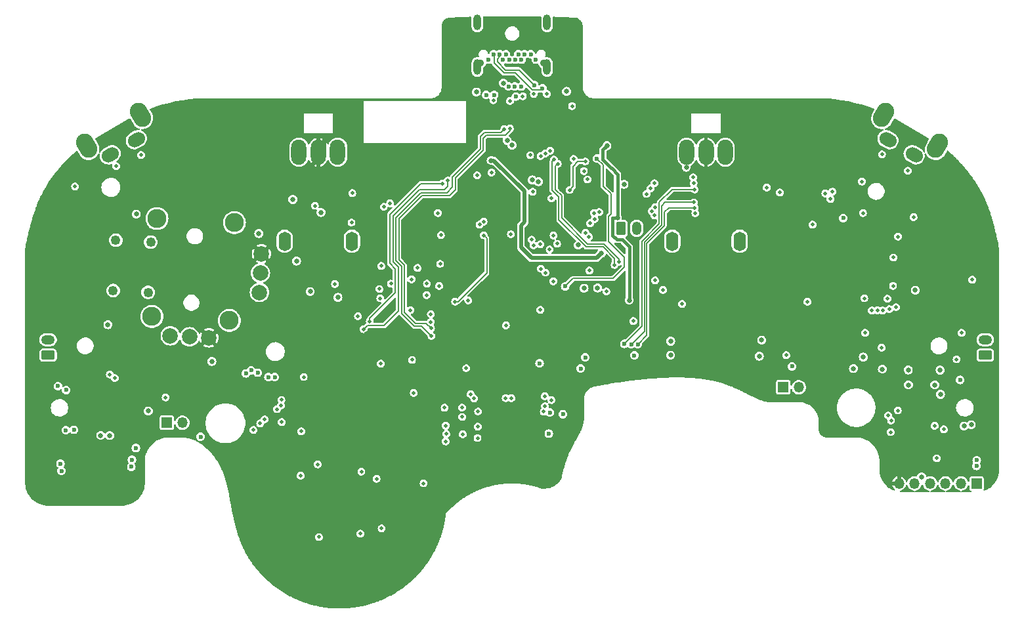
<source format=gbr>
%TF.GenerationSoftware,KiCad,Pcbnew,8.0.2*%
%TF.CreationDate,2024-10-23T05:41:30-07:00*%
%TF.ProjectId,UGC_Main_R4K,5547435f-4d61-4696-9e5f-52344b2e6b69,rev?*%
%TF.SameCoordinates,Original*%
%TF.FileFunction,Copper,L2,Inr*%
%TF.FilePolarity,Positive*%
%FSLAX46Y46*%
G04 Gerber Fmt 4.6, Leading zero omitted, Abs format (unit mm)*
G04 Created by KiCad (PCBNEW 8.0.2) date 2024-10-23 05:41:30*
%MOMM*%
%LPD*%
G01*
G04 APERTURE LIST*
G04 Aperture macros list*
%AMRoundRect*
0 Rectangle with rounded corners*
0 $1 Rounding radius*
0 $2 $3 $4 $5 $6 $7 $8 $9 X,Y pos of 4 corners*
0 Add a 4 corners polygon primitive as box body*
4,1,4,$2,$3,$4,$5,$6,$7,$8,$9,$2,$3,0*
0 Add four circle primitives for the rounded corners*
1,1,$1+$1,$2,$3*
1,1,$1+$1,$4,$5*
1,1,$1+$1,$6,$7*
1,1,$1+$1,$8,$9*
0 Add four rect primitives between the rounded corners*
20,1,$1+$1,$2,$3,$4,$5,0*
20,1,$1+$1,$4,$5,$6,$7,0*
20,1,$1+$1,$6,$7,$8,$9,0*
20,1,$1+$1,$8,$9,$2,$3,0*%
%AMHorizOval*
0 Thick line with rounded ends*
0 $1 width*
0 $2 $3 position (X,Y) of the first rounded end (center of the circle)*
0 $4 $5 position (X,Y) of the second rounded end (center of the circle)*
0 Add line between two ends*
20,1,$1,$2,$3,$4,$5,0*
0 Add two circle primitives to create the rounded ends*
1,1,$1,$2,$3*
1,1,$1,$4,$5*%
G04 Aperture macros list end*
%TA.AperFunction,ComponentPad*%
%ADD10R,1.350000X1.350000*%
%TD*%
%TA.AperFunction,ComponentPad*%
%ADD11O,1.350000X1.350000*%
%TD*%
%TA.AperFunction,ComponentPad*%
%ADD12C,2.450000*%
%TD*%
%TA.AperFunction,ComponentPad*%
%ADD13C,1.250000*%
%TD*%
%TA.AperFunction,ComponentPad*%
%ADD14C,2.000000*%
%TD*%
%TA.AperFunction,ComponentPad*%
%ADD15HorizOval,2.250000X-0.250000X0.433013X0.250000X-0.433013X0*%
%TD*%
%TA.AperFunction,ComponentPad*%
%ADD16HorizOval,1.700000X0.259808X0.150000X-0.259808X-0.150000X0*%
%TD*%
%TA.AperFunction,ComponentPad*%
%ADD17HorizOval,2.250000X-0.250000X-0.433013X0.250000X0.433013X0*%
%TD*%
%TA.AperFunction,ComponentPad*%
%ADD18HorizOval,1.700000X0.259808X-0.150000X-0.259808X0.150000X0*%
%TD*%
%TA.AperFunction,ComponentPad*%
%ADD19O,1.947800X3.250000*%
%TD*%
%TA.AperFunction,ComponentPad*%
%ADD20RoundRect,0.250000X0.625000X-0.350000X0.625000X0.350000X-0.625000X0.350000X-0.625000X-0.350000X0*%
%TD*%
%TA.AperFunction,ComponentPad*%
%ADD21O,1.750000X1.200000*%
%TD*%
%TA.AperFunction,HeatsinkPad*%
%ADD22O,1.600000X2.500000*%
%TD*%
%TA.AperFunction,ComponentPad*%
%ADD23RoundRect,0.250000X-0.350000X-0.625000X0.350000X-0.625000X0.350000X0.625000X-0.350000X0.625000X0*%
%TD*%
%TA.AperFunction,ComponentPad*%
%ADD24O,1.200000X1.750000*%
%TD*%
%TA.AperFunction,ComponentPad*%
%ADD25C,0.600000*%
%TD*%
%TA.AperFunction,ComponentPad*%
%ADD26O,1.000000X2.000000*%
%TD*%
%TA.AperFunction,ComponentPad*%
%ADD27C,0.900000*%
%TD*%
%TA.AperFunction,ViaPad*%
%ADD28C,0.600000*%
%TD*%
%TA.AperFunction,ViaPad*%
%ADD29C,0.500000*%
%TD*%
%TA.AperFunction,ViaPad*%
%ADD30C,0.650000*%
%TD*%
%TA.AperFunction,Conductor*%
%ADD31C,0.200000*%
%TD*%
%TA.AperFunction,Conductor*%
%ADD32C,0.400000*%
%TD*%
%TA.AperFunction,Conductor*%
%ADD33C,0.150000*%
%TD*%
%TA.AperFunction,Conductor*%
%ADD34C,0.500000*%
%TD*%
G04 APERTURE END LIST*
D10*
%TO.N,Net-(D4A-A)*%
%TO.C,J8*%
X253457200Y-131775200D03*
D11*
%TO.N,G*%
X255457200Y-131775200D03*
%TD*%
D12*
%TO.N,*%
%TO.C,SW6*%
X172671539Y-110006388D03*
X172009489Y-122639052D03*
X182657835Y-110529748D03*
X181995785Y-123162412D03*
D13*
%TO.N,H*%
X171861497Y-113043156D03*
X171521313Y-119534248D03*
%TO.N,LS_BTN_IN*%
X167367664Y-112807644D03*
X167027480Y-119298736D03*
D14*
%TO.N,GND*%
X174381765Y-125141637D03*
%TO.N,Net-(SW6-X_OUT)*%
X176878339Y-125272477D03*
%TO.N,+3V3*%
X179374913Y-125403317D03*
%TO.N,GND*%
X185890899Y-119536297D03*
%TO.N,Net-(SW6-Y_OUT)*%
X186021739Y-117039723D03*
%TO.N,+3V3*%
X186152579Y-114543149D03*
%TD*%
D15*
%TO.N,*%
%TO.C,SW7*%
X163618112Y-100644336D03*
X170546316Y-96644336D03*
D16*
%TO.N,H*%
X166643465Y-101784400D03*
%TO.N,Net-(D11A-A)*%
X170020963Y-99834400D03*
%TD*%
D17*
%TO.N,*%
%TO.C,SW8*%
X266420998Y-96644336D03*
X273349202Y-100644336D03*
D18*
%TO.N,G*%
X266946351Y-99834400D03*
%TO.N,Net-(D5B-A)*%
X270323849Y-101784400D03*
%TD*%
D10*
%TO.N,GND*%
%TO.C,J4*%
X278380200Y-144195800D03*
D11*
%TO.N,RS_B_IN*%
X276380200Y-144195800D03*
%TO.N,RS_B_OUT*%
X274380200Y-144195800D03*
%TO.N,RY*%
X272380200Y-144195800D03*
%TO.N,RX*%
X270380200Y-144195800D03*
%TO.N,+3V3*%
X268380200Y-144195800D03*
%TD*%
D10*
%TO.N,LS_BTN_IN*%
%TO.C,J9*%
X173955200Y-136347200D03*
D11*
%TO.N,H*%
X175955200Y-136347200D03*
%TD*%
D19*
%TO.N,GND*%
%TO.C,S6*%
X245983657Y-101434400D03*
%TD*%
%TO.N,+3V3*%
%TO.C,S4*%
X243483657Y-101434400D03*
%TD*%
%TO.N,GND*%
%TO.C,S3*%
X195983657Y-101434400D03*
%TD*%
D20*
%TO.N,G*%
%TO.C,J7*%
X279501600Y-127635000D03*
D21*
%TO.N,Net-(D5C-A)*%
X279501600Y-125635000D03*
%TD*%
D19*
%TO.N,ZR_ANALOG*%
%TO.C,S5*%
X240983657Y-101434400D03*
%TD*%
D22*
%TO.N,N/C*%
%TO.C,RV2*%
X247833657Y-112934400D03*
X239133657Y-112934400D03*
%TD*%
D23*
%TO.N,GND*%
%TO.C,B1*%
X232547596Y-111285471D03*
D24*
%TO.N,BATTERY_POS*%
X234547596Y-111285471D03*
%TD*%
D20*
%TO.N,H*%
%TO.C,J6*%
X158623000Y-127635000D03*
D21*
%TO.N,Net-(D11C-A)*%
X158623000Y-125635000D03*
%TD*%
D25*
%TO.N,GND*%
%TO.C,J5*%
X221533635Y-89504400D03*
%TO.N,+3V3_PRE*%
X220883635Y-88804400D03*
%TO.N,N_CLOCK*%
X220083635Y-88804400D03*
%TO.N,+5V_PRE*%
X219683635Y-89504400D03*
%TO.N,CC2*%
X219283635Y-88804400D03*
%TO.N,D+*%
X218883635Y-89504400D03*
%TO.N,D-*%
X218083635Y-89504400D03*
%TO.N,unconnected-(J5-SBU2-PadB8)*%
X217683635Y-88804400D03*
%TO.N,+5V_PRE*%
X217283635Y-89504400D03*
%TO.N,N_LATCH*%
X216883635Y-88804400D03*
%TO.N,N_DATA*%
X216083635Y-88804400D03*
%TO.N,GND*%
X215433635Y-89504400D03*
D26*
X213983635Y-84704400D03*
D27*
X214433635Y-89904400D03*
D26*
X213983635Y-90454400D03*
X222983635Y-84704400D03*
D27*
X222533635Y-89904400D03*
D26*
X222983635Y-90454400D03*
%TD*%
D22*
%TO.N,N/C*%
%TO.C,RV1*%
X197833657Y-112934400D03*
X189133657Y-112934400D03*
%TD*%
D19*
%TO.N,+3V3*%
%TO.C,S1*%
X193483657Y-101434400D03*
%TD*%
%TO.N,ZL_ANALOG*%
%TO.C,S2*%
X190983657Y-101434400D03*
%TD*%
D28*
%TO.N,GND*%
X276275800Y-130835400D03*
X215140000Y-94050000D03*
D29*
X256583498Y-120742670D03*
X259538908Y-107500400D03*
D28*
X161950400Y-137261600D03*
D29*
X214275000Y-110775000D03*
D28*
X278384000Y-141935200D03*
D30*
X218465400Y-100533200D03*
D29*
X258876800Y-106781600D03*
D28*
X218960000Y-94270000D03*
X160909000Y-137312400D03*
D29*
X207441800Y-119888000D03*
X223545400Y-107416600D03*
X205371744Y-121819656D03*
X214800000Y-110400000D03*
D30*
X250367800Y-127762000D03*
D28*
X169951400Y-139623800D03*
D30*
X269570200Y-129540000D03*
D29*
X273253200Y-140944600D03*
D30*
X229504526Y-118967615D03*
D29*
X208915000Y-109296200D03*
X201930000Y-108483400D03*
D28*
X278409400Y-141198600D03*
D29*
X223545400Y-133426200D03*
X267309600Y-137566400D03*
D28*
X160350200Y-142570200D03*
D30*
X262509000Y-129362200D03*
D28*
X169367200Y-142036800D03*
D30*
X272999200Y-131470400D03*
D29*
X218328641Y-112035674D03*
D28*
X159893000Y-131622800D03*
D29*
X234111800Y-123240800D03*
X259797767Y-106529682D03*
X228449022Y-116721319D03*
D30*
X271297400Y-143357600D03*
D28*
X178308000Y-138176000D03*
D29*
X222554800Y-134924800D03*
X209194400Y-115849400D03*
D30*
X273685000Y-129565400D03*
X238912400Y-127635000D03*
D29*
X208000600Y-123342400D03*
D30*
X227748754Y-118990566D03*
X217830400Y-99923600D03*
X238937800Y-125831600D03*
D29*
X230632000Y-119405400D03*
D30*
X269595600Y-131470400D03*
D29*
X222681800Y-132943600D03*
X253022161Y-106650220D03*
D30*
X250672600Y-125704600D03*
X263779000Y-127889000D03*
D28*
X169443400Y-141122400D03*
X160223200Y-141630400D03*
X160959800Y-132130800D03*
D29*
X222707200Y-134239000D03*
D30*
%TO.N,LX*%
X196011800Y-120192800D03*
X179755800Y-128447800D03*
%TO.N,LY*%
X190677800Y-115493800D03*
X192430400Y-119430800D03*
D29*
%TO.N,Net-(D4A-A)*%
X266141200Y-126669800D03*
X242112800Y-109321600D03*
X266877800Y-120345200D03*
X267131800Y-121691400D03*
X268249400Y-112344200D03*
X253847600Y-127635000D03*
%TO.N,+1V1*%
X227914200Y-102641400D03*
X225882200Y-106324400D03*
X221132400Y-106553000D03*
D30*
%TO.N,LRA_R*%
X266242800Y-129438400D03*
D29*
X223788683Y-118099400D03*
D30*
%TO.N,BAT_LVL*%
X232912012Y-105582285D03*
D29*
X202742800Y-108051600D03*
D30*
%TO.N,VBUS_SYS*%
X232054400Y-109880400D03*
X230708200Y-100609400D03*
X233578400Y-120548400D03*
D29*
%TO.N,USB_EN*%
X223399733Y-101264779D03*
X218211400Y-94843600D03*
D28*
%TO.N,BTN_PWR*%
X223215200Y-137769600D03*
X223343093Y-135037482D03*
D29*
X236931200Y-117983000D03*
X222783400Y-116992400D03*
D28*
%TO.N,D+*%
X218020000Y-92960000D03*
%TO.N,D-*%
X218813581Y-92957751D03*
D30*
%TO.N,SL_RGB*%
X185801000Y-111937800D03*
X190195200Y-107543600D03*
%TO.N,Net-(L2-DOUT)*%
X166344600Y-123698000D03*
X170002200Y-109423200D03*
D29*
%TO.N,ESP_RTS*%
X201549000Y-128727200D03*
X198602600Y-122605800D03*
%TO.N,ESP_EN*%
X209296000Y-112141000D03*
X197866000Y-106730800D03*
X197764400Y-110515400D03*
X222148400Y-101955600D03*
%TO.N,ESP_DTR*%
X208000600Y-122351800D03*
X205790800Y-132511800D03*
X205562200Y-128244600D03*
D28*
%TO.N,N_LATCH*%
X221334118Y-92802481D03*
%TO.N,N_DATA*%
X222395124Y-93216533D03*
%TO.N,N_CLOCK*%
X219660000Y-92980000D03*
%TO.N,RP_RUN*%
X225323794Y-118752774D03*
X229412800Y-102260400D03*
D29*
X218372572Y-133193850D03*
%TO.N,I2C_SCL*%
X223875600Y-102412800D03*
X215814621Y-104075862D03*
X231701147Y-115982447D03*
%TO.N,I2C_SDA*%
X232284636Y-115562671D03*
X213952178Y-104428552D03*
X224358200Y-102946200D03*
%TO.N,USB_BOOT*%
X214807800Y-112166400D03*
X211124800Y-120726200D03*
D28*
X225040000Y-135250000D03*
D29*
%TO.N,RGB_OUT*%
X220803144Y-101833002D03*
X193040000Y-108356400D03*
%TO.N,SHARED_PU*%
X226212400Y-95504000D03*
X222961200Y-93929200D03*
X221284800Y-93929200D03*
X219860000Y-94230000D03*
%TO.N,USB_SEL*%
X222758000Y-101600000D03*
X216052400Y-94742000D03*
%TO.N,ESP_RX0*%
X209499200Y-105511600D03*
X200124189Y-123260685D03*
%TO.N,ESP_TX0*%
X210185000Y-105105200D03*
X199342763Y-124279937D03*
%TO.N,LADC_CS*%
X221259400Y-113461800D03*
X195630800Y-118465600D03*
%TO.N,SPI_TX*%
X202844400Y-118414800D03*
X207492600Y-118414800D03*
X265607800Y-121843800D03*
X201472800Y-120294400D03*
X224282000Y-113258600D03*
X267360400Y-136067800D03*
%TO.N,SPI_RX*%
X266979400Y-135407400D03*
X209067400Y-118719600D03*
X223314292Y-114001645D03*
X264871200Y-121869200D03*
%TO.N,SPI_CK*%
X223824800Y-112191800D03*
X205511400Y-117856000D03*
X266268200Y-121869200D03*
X268224000Y-134772400D03*
X201366000Y-119105800D03*
D30*
%TO.N,RADC_CS*%
X227004875Y-113428678D03*
X270484600Y-119253000D03*
X273735800Y-132689600D03*
D29*
%TO.N,IMU0_CS*%
X201599800Y-116128800D03*
X220980000Y-112725200D03*
D30*
%TO.N,ZL_ANALOG*%
X221081600Y-105029000D03*
X193827400Y-109220000D03*
%TO.N,ZR_ANALOG*%
X221871218Y-105252081D03*
X240944400Y-103378000D03*
D29*
%TO.N,UART_USB+*%
X217474800Y-98450400D03*
X208076800Y-125164600D03*
%TO.N,UART_USB-*%
X208026000Y-124164600D03*
X218186000Y-98399600D03*
D28*
%TO.N,E*%
X187867610Y-130476935D03*
D29*
X212115400Y-137845800D03*
X236321600Y-106121200D03*
X229055724Y-109296201D03*
%TO.N,D*%
X229717600Y-109169200D03*
X235813600Y-106832400D03*
D28*
X187045600Y-130454400D03*
D29*
X214045800Y-136855200D03*
D30*
%TO.N,+5V_PRE*%
X213868000Y-93675200D03*
D28*
%TO.N,+3V3_PRE*%
X216165246Y-94049711D03*
D30*
X225500000Y-93610000D03*
D29*
%TO.N,IMU1_CS*%
X222130112Y-113321680D03*
X206280400Y-116382800D03*
%TO.N,C*%
X228200164Y-104966757D03*
X212039200Y-135610600D03*
D28*
X185674000Y-129895600D03*
D29*
X236920856Y-108544138D03*
D30*
%TO.N,VBUS*%
X230004090Y-114479819D03*
X215783138Y-102514294D03*
%TO.N,CC1*%
X217350000Y-92530000D03*
D29*
%TO.N,Net-(D5B-A)*%
X269519400Y-103835200D03*
X241884200Y-105435400D03*
X263601200Y-105232200D03*
%TO.N,A*%
X226415600Y-102311200D03*
X236853904Y-109619539D03*
X212013800Y-134391400D03*
D28*
X184150000Y-129997200D03*
%TO.N,B*%
X184810400Y-129590800D03*
D29*
X236474058Y-109051928D03*
X214096600Y-134899400D03*
X227736400Y-103886000D03*
D28*
%TO.N,+3V3*%
X245999000Y-129667000D03*
D30*
X209118200Y-114655600D03*
X227279200Y-116611400D03*
D28*
X257429000Y-107848400D03*
D30*
X226796600Y-116128800D03*
X177292000Y-108432600D03*
D29*
X215846705Y-109870895D03*
D30*
X168198800Y-125272800D03*
X177495200Y-102438200D03*
X220658568Y-111998972D03*
D28*
X237566200Y-124739400D03*
D30*
X188112400Y-123926600D03*
D28*
X266369800Y-138201400D03*
D30*
X227500000Y-115900000D03*
D28*
X238031090Y-125368176D03*
D30*
X198196200Y-104775000D03*
X186740800Y-97764600D03*
D29*
X215798400Y-98298000D03*
D30*
X199669400Y-124942600D03*
X196418200Y-107467400D03*
D29*
X213842600Y-105740200D03*
X231586200Y-101911955D03*
D30*
X280365200Y-133172200D03*
D28*
X237413800Y-128295400D03*
X275717000Y-118668800D03*
X237083600Y-127685800D03*
D30*
X169849800Y-110583609D03*
X240792000Y-95859600D03*
X199517000Y-122072400D03*
D28*
X220497400Y-143205200D03*
D30*
X176453800Y-108635800D03*
D29*
X225806000Y-107492800D03*
D28*
X261289800Y-122097800D03*
X237947200Y-127787400D03*
D29*
X213200000Y-110625000D03*
D30*
X220005282Y-103213573D03*
X162255200Y-134823200D03*
X176758600Y-103124000D03*
X199097900Y-115684300D03*
X187172600Y-111861600D03*
X178231800Y-103124000D03*
D28*
X237083600Y-125349000D03*
D30*
X222021400Y-97713800D03*
X226212400Y-100279200D03*
X270484600Y-131902200D03*
X202057000Y-112318800D03*
D29*
X224866200Y-105054400D03*
D30*
X177876200Y-108940600D03*
D29*
X218821000Y-107416600D03*
D30*
X204520800Y-114858800D03*
X226718285Y-121785989D03*
D29*
%TO.N,F*%
X191592200Y-130454400D03*
X214020400Y-138328400D03*
X236837529Y-105442522D03*
X229108000Y-110083600D03*
%TO.N,RS_B_OUT*%
X272973800Y-136753600D03*
%TO.N,Net-(D5C-A)*%
X241833400Y-104673400D03*
X275818600Y-128168400D03*
%TO.N,Net-(D8C-A)*%
X191287400Y-137464800D03*
X188753270Y-136277422D03*
%TO.N,Net-(D8B-A)*%
X186563000Y-135915400D03*
X198907400Y-150672800D03*
%TO.N,Net-(D8A-A)*%
X185978800Y-136448800D03*
X193395600Y-141732000D03*
%TO.N,RS_B_IN*%
X274167600Y-137210800D03*
%TO.N,Net-(D11A-A)*%
X188171967Y-134603702D03*
X162102800Y-105867200D03*
X170611800Y-101803200D03*
%TO.N,Net-(D11C-A)*%
X188724384Y-133414380D03*
X167233600Y-130581400D03*
%TO.N,Net-(D12C-A)*%
X209770157Y-134423074D03*
X217652600Y-133172200D03*
%TO.N,Net-(D12A-A)*%
X213588600Y-133223000D03*
X217678000Y-123799600D03*
%TO.N,Net-(D12B-A)*%
X213131400Y-132689600D03*
X212826600Y-120573800D03*
%TO.N,Net-(D13A-A)*%
X212572600Y-129311400D03*
X209905600Y-136728200D03*
%TO.N,Net-(D13B-A)*%
X209981800Y-137795000D03*
X200990200Y-143586200D03*
%TO.N,H*%
X191185800Y-143179800D03*
X227931351Y-111850544D03*
X193573400Y-151104600D03*
X167411400Y-103251000D03*
X199034400Y-142671800D03*
X185115200Y-137287000D03*
X166598600Y-130124200D03*
%TO.N,G*%
X263728200Y-109296200D03*
X267614400Y-118694200D03*
X267995400Y-121437400D03*
D28*
X227330000Y-129362200D03*
D29*
X276453600Y-124764800D03*
X264007600Y-124764800D03*
X277825200Y-117906800D03*
X267665200Y-115036600D03*
X228535538Y-110624007D03*
X263906000Y-120294400D03*
X266179300Y-101714300D03*
D28*
X254584200Y-129082800D03*
D29*
%TO.N,I*%
X207060800Y-144170400D03*
X228396800Y-112369600D03*
X222118121Y-121793838D03*
D28*
X227914200Y-127914400D03*
D29*
X201650600Y-149987000D03*
D28*
X222021400Y-128676400D03*
D29*
X237947200Y-119227600D03*
%TO.N,LS_BTN_IN*%
X173786800Y-133096000D03*
X188672392Y-134129273D03*
%TO.N,LRA_L*%
X222199200Y-116484400D03*
D30*
X171551600Y-134848600D03*
%TO.N,LRA_L+*%
X165410263Y-137988533D03*
%TO.N,LRA_R+*%
X277698200Y-136601200D03*
%TO.N,LRA_R-*%
X276758400Y-136779000D03*
%TO.N,LRA_L-*%
X166568997Y-137996991D03*
D29*
%TO.N,X2*%
X257225800Y-110794800D03*
X242036600Y-108610400D03*
D28*
X234688113Y-126218996D03*
%TO.N,X3*%
X261188200Y-109956600D03*
D29*
X241935000Y-107924600D03*
D28*
X233832400Y-126238000D03*
D29*
X270256000Y-109829600D03*
%TO.N,X4*%
X242011200Y-106248200D03*
X251333000Y-106019600D03*
D28*
X232956100Y-126174500D03*
D29*
%TO.N,X5*%
X240411000Y-121031000D03*
D28*
X234238800Y-127660400D03*
D29*
X209905600Y-138760200D03*
%TD*%
D31*
%TO.N,+1V1*%
X226949000Y-102641400D02*
X227914200Y-102641400D01*
X226314000Y-103276400D02*
X226949000Y-102641400D01*
X225882200Y-106324400D02*
X226314000Y-105892600D01*
X226314000Y-105892600D02*
X226314000Y-103276400D01*
D32*
%TO.N,VBUS_SYS*%
X232054400Y-109880400D02*
X232079800Y-109855000D01*
X233578400Y-113638400D02*
X233578400Y-120548400D01*
X231267000Y-103505000D02*
X230174800Y-102412800D01*
X230174800Y-102412800D02*
X230174800Y-101142800D01*
X232650000Y-112710000D02*
X233578400Y-113638400D01*
X231450000Y-109951400D02*
X231450000Y-112190000D01*
X232079800Y-109855000D02*
X232079800Y-104292400D01*
X231450000Y-112190000D02*
X231970000Y-112710000D01*
X231521000Y-109880400D02*
X231450000Y-109951400D01*
X232054400Y-109880400D02*
X231521000Y-109880400D01*
X232079800Y-104292400D02*
X231292400Y-103505000D01*
X230174800Y-101142800D02*
X230708200Y-100609400D01*
X231970000Y-112710000D02*
X232650000Y-112710000D01*
X231292400Y-103505000D02*
X231267000Y-103505000D01*
D31*
%TO.N,N_LATCH*%
X221334118Y-92802481D02*
X219371637Y-90840000D01*
X216580000Y-89800000D02*
X216580000Y-89410000D01*
X219371637Y-90840000D02*
X217620000Y-90840000D01*
X216580000Y-89410000D02*
X216883635Y-89106365D01*
X217620000Y-90840000D02*
X216580000Y-89800000D01*
X216883635Y-89106365D02*
X216883635Y-88804400D01*
%TO.N,N_DATA*%
X217450000Y-91200000D02*
X216210000Y-89960000D01*
X216210000Y-89960000D02*
X216210000Y-88930765D01*
X222395124Y-93216533D02*
X222201657Y-93410000D01*
X221100000Y-93410000D02*
X218890000Y-91200000D01*
X218890000Y-91200000D02*
X217450000Y-91200000D01*
X222201657Y-93410000D02*
X221100000Y-93410000D01*
X216210000Y-88930765D02*
X216083635Y-88804400D01*
D33*
%TO.N,RP_RUN*%
X232970000Y-115030000D02*
X230950000Y-113010000D01*
X230950000Y-109720000D02*
X231220000Y-109450000D01*
X231220000Y-109450000D02*
X231220000Y-106830000D01*
X231520000Y-117740000D02*
X232970000Y-116290000D01*
X226336568Y-117740000D02*
X231520000Y-117740000D01*
X230225600Y-103073200D02*
X229412800Y-102260400D01*
X232970000Y-116290000D02*
X232970000Y-115030000D01*
X225323794Y-118752774D02*
X226336568Y-117740000D01*
X230950000Y-113010000D02*
X230950000Y-109720000D01*
X231220000Y-106830000D02*
X230225600Y-105835600D01*
X230225600Y-105835600D02*
X230225600Y-103073200D01*
%TO.N,I2C_SCL*%
X230199600Y-113639600D02*
X228015800Y-113639600D01*
X231701147Y-115982447D02*
X231701147Y-115141147D01*
X224510600Y-110134400D02*
X224510600Y-107213400D01*
X224510600Y-107213400D02*
X223621600Y-106324400D01*
X223621600Y-106324400D02*
X223621600Y-102666800D01*
X228015800Y-113639600D02*
X224510600Y-110134400D01*
X223621600Y-102666800D02*
X223875600Y-102412800D01*
X231701147Y-115141147D02*
X230199600Y-113639600D01*
%TO.N,I2C_SDA*%
X224866200Y-109956600D02*
X224866200Y-107061000D01*
X230352600Y-113284000D02*
X228193600Y-113284000D01*
X232284636Y-115216036D02*
X230352600Y-113284000D01*
X228193600Y-113284000D02*
X224866200Y-109956600D01*
X224866200Y-107061000D02*
X224078800Y-106273600D01*
X224078800Y-106273600D02*
X224078800Y-103225600D01*
X232284636Y-115562671D02*
X232284636Y-115216036D01*
X224078800Y-103225600D02*
X224358200Y-102946200D01*
%TO.N,USB_BOOT*%
X211124800Y-120726200D02*
X211480400Y-120726200D01*
X211480400Y-120726200D02*
X215214200Y-116992400D01*
X215214200Y-112572800D02*
X214807800Y-112166400D01*
X215214200Y-116992400D02*
X215214200Y-112572800D01*
D31*
%TO.N,ESP_RX0*%
X200124189Y-122913011D02*
X203428600Y-119608600D01*
X206679800Y-105511600D02*
X209499200Y-105511600D01*
X202717400Y-109474000D02*
X206679800Y-105511600D01*
X200124189Y-123260685D02*
X200124189Y-122913011D01*
X203428600Y-116484400D02*
X202717400Y-115773200D01*
X202717400Y-115773200D02*
X202717400Y-109474000D01*
X203428600Y-119608600D02*
X203428600Y-116484400D01*
%TO.N,ESP_TX0*%
X199823100Y-123799600D02*
X201980800Y-123799600D01*
X209778600Y-106299000D02*
X210185000Y-105892600D01*
X203835000Y-121945400D02*
X203835000Y-116306600D01*
X210185000Y-105892600D02*
X210185000Y-105105200D01*
X203835000Y-116306600D02*
X203123800Y-115595400D01*
X203123800Y-115595400D02*
X203123800Y-109702600D01*
X206527400Y-106299000D02*
X209778600Y-106299000D01*
X199342763Y-124279937D02*
X199823100Y-123799600D01*
X201980800Y-123799600D02*
X203835000Y-121945400D01*
X203123800Y-109702600D02*
X206527400Y-106299000D01*
D33*
%TO.N,UART_USB+*%
X205816200Y-123875800D02*
X204216000Y-122275600D01*
X206788000Y-123875800D02*
X205816200Y-123875800D01*
X204216000Y-122275600D02*
X204216000Y-116157270D01*
X210769200Y-104648000D02*
X214400121Y-101017079D01*
X206705200Y-106680000D02*
X210058000Y-106680000D01*
X214400121Y-101017079D02*
X214400121Y-99384758D01*
X217043000Y-98882200D02*
X217474800Y-98450400D01*
X214902679Y-98882200D02*
X217043000Y-98882200D01*
X214400121Y-99384758D02*
X214902679Y-98882200D01*
X204216000Y-116157270D02*
X203504800Y-115446070D01*
X208076800Y-125164600D02*
X206788000Y-123875800D01*
X203504800Y-109880400D02*
X206705200Y-106680000D01*
X203504800Y-115446070D02*
X203504800Y-109880400D01*
X210058000Y-106680000D02*
X210769200Y-105968800D01*
X210769200Y-105968800D02*
X210769200Y-104648000D01*
%TO.N,UART_USB-*%
X203860400Y-110019774D02*
X206844574Y-107035600D01*
X206844574Y-107035600D02*
X210388200Y-107035600D01*
X218186000Y-98653600D02*
X218186000Y-98399600D01*
X217601800Y-99237800D02*
X218186000Y-98653600D01*
X208026000Y-124164600D02*
X207381600Y-123520200D01*
X203860400Y-115306696D02*
X203860400Y-110019774D01*
X211150200Y-104775000D02*
X214752733Y-101172467D01*
X211150200Y-106273600D02*
X211150200Y-104775000D01*
X207381600Y-123520200D02*
X205994000Y-123520200D01*
X204571600Y-116017896D02*
X203860400Y-115306696D01*
X210388200Y-107035600D02*
X211150200Y-106273600D01*
X214752733Y-99636625D02*
X215151558Y-99237800D01*
X204571600Y-122097800D02*
X204571600Y-116017896D01*
X205994000Y-123520200D02*
X204571600Y-122097800D01*
X215151558Y-99237800D02*
X217601800Y-99237800D01*
X214752733Y-101172467D02*
X214752733Y-99636625D01*
D34*
%TO.N,VBUS*%
X219608400Y-110921800D02*
X219608400Y-113741200D01*
X220065600Y-110464600D02*
X219608400Y-110921800D01*
X229371109Y-115112800D02*
X230004090Y-114479819D01*
X220065600Y-106476800D02*
X220065600Y-110464600D01*
X219608400Y-113741200D02*
X220980000Y-115112800D01*
X220980000Y-115112800D02*
X229371109Y-115112800D01*
X216103094Y-102514294D02*
X220065600Y-106476800D01*
X215783138Y-102514294D02*
X216103094Y-102514294D01*
%TO.N,+3V3*%
X193483657Y-102299343D02*
X192227200Y-103555800D01*
X194233800Y-100684257D02*
X194233800Y-99695000D01*
X193483657Y-101434400D02*
X193483657Y-102299343D01*
X194233800Y-99695000D02*
X194437000Y-99491800D01*
X193483657Y-101434400D02*
X194233800Y-100684257D01*
D33*
%TO.N,X2*%
X234688113Y-126218996D02*
X235839000Y-125068109D01*
X235839000Y-125068109D02*
X235839000Y-113182400D01*
X238099600Y-109194600D02*
X238683800Y-108610400D01*
X235839000Y-113182400D02*
X238099600Y-110921800D01*
X238099600Y-110921800D02*
X238099600Y-109194600D01*
X238683800Y-108610400D02*
X242036600Y-108610400D01*
%TO.N,X3*%
X235534200Y-124536200D02*
X235534200Y-113055400D01*
X233832400Y-126238000D02*
X235534200Y-124536200D01*
X235534200Y-113055400D02*
X237769400Y-110820200D01*
X238226600Y-107924600D02*
X241935000Y-107924600D01*
X237769400Y-108381800D02*
X238226600Y-107924600D01*
X237769400Y-110820200D02*
X237769400Y-108381800D01*
%TO.N,X4*%
X237464600Y-107899200D02*
X239115600Y-106248200D01*
X232956100Y-126174500D02*
X235204000Y-123926600D01*
X237464600Y-110667800D02*
X237464600Y-107899200D01*
X235204000Y-112928400D02*
X237464600Y-110667800D01*
X235204000Y-123926600D02*
X235204000Y-112928400D01*
X239115600Y-106248200D02*
X242011200Y-106248200D01*
%TD*%
%TA.AperFunction,Conductor*%
%TO.N,+3V3*%
G36*
X218599333Y-83889145D02*
G01*
X218599367Y-83889157D01*
X218599368Y-83889146D01*
X218599434Y-83889146D01*
X218715105Y-83889210D01*
X218715140Y-83889222D01*
X218715141Y-83889211D01*
X218715256Y-83889211D01*
X218830933Y-83889321D01*
X218830971Y-83889334D01*
X218830972Y-83889322D01*
X218831140Y-83889322D01*
X218946815Y-83889480D01*
X218946854Y-83889493D01*
X218946855Y-83889481D01*
X218947079Y-83889481D01*
X219062746Y-83889688D01*
X219062785Y-83889701D01*
X219062786Y-83889689D01*
X219063073Y-83889689D01*
X219178718Y-83889946D01*
X219178761Y-83889961D01*
X219178762Y-83889947D01*
X219179116Y-83889947D01*
X219294734Y-83890258D01*
X219294777Y-83890273D01*
X219294778Y-83890259D01*
X219410828Y-83890624D01*
X219410827Y-83890631D01*
X219410874Y-83890624D01*
X219526861Y-83891045D01*
X219526908Y-83891061D01*
X219526909Y-83891046D01*
X219642969Y-83891525D01*
X219643016Y-83891541D01*
X219643017Y-83891526D01*
X219759096Y-83892064D01*
X219759146Y-83892081D01*
X219759147Y-83892065D01*
X219875296Y-83892666D01*
X219875295Y-83892674D01*
X219875347Y-83892666D01*
X219991404Y-83893329D01*
X219991456Y-83893347D01*
X219991457Y-83893330D01*
X220107575Y-83894058D01*
X220107628Y-83894076D01*
X220107629Y-83894059D01*
X220223805Y-83894854D01*
X220223804Y-83894863D01*
X220223861Y-83894854D01*
X220339923Y-83895717D01*
X220339981Y-83895736D01*
X220339982Y-83895718D01*
X220456155Y-83896652D01*
X220456154Y-83896661D01*
X220456212Y-83896652D01*
X220572258Y-83897656D01*
X220572319Y-83897677D01*
X220572320Y-83897657D01*
X220688473Y-83898736D01*
X220688472Y-83898745D01*
X220688533Y-83898736D01*
X220804609Y-83899891D01*
X220804608Y-83899900D01*
X220804669Y-83899891D01*
X220920656Y-83901121D01*
X220920723Y-83901143D01*
X220920724Y-83901122D01*
X221036814Y-83902433D01*
X221036813Y-83902443D01*
X221036877Y-83902433D01*
X221152874Y-83903824D01*
X221152874Y-83903834D01*
X221152939Y-83903824D01*
X221268900Y-83905297D01*
X221268900Y-83905307D01*
X221268966Y-83905297D01*
X221384858Y-83906853D01*
X221384887Y-83906854D01*
X221386638Y-83906878D01*
X221500760Y-83908495D01*
X221500832Y-83908520D01*
X221500833Y-83908497D01*
X221502375Y-83908520D01*
X221616656Y-83910225D01*
X221616730Y-83910251D01*
X221616731Y-83910227D01*
X221619079Y-83910263D01*
X221732502Y-83912045D01*
X221732578Y-83912071D01*
X221732579Y-83912047D01*
X221848370Y-83913957D01*
X221848369Y-83913970D01*
X221848448Y-83913958D01*
X221963981Y-83915958D01*
X221964101Y-83916000D01*
X221964102Y-83915961D01*
X222156305Y-83919528D01*
X222214135Y-83939512D01*
X222249174Y-83989671D01*
X222251566Y-84037825D01*
X222233135Y-84130479D01*
X222233135Y-84130481D01*
X222233135Y-84130482D01*
X222233135Y-85278318D01*
X222261977Y-85423313D01*
X222318551Y-85559895D01*
X222400684Y-85682816D01*
X222505219Y-85787351D01*
X222628140Y-85869484D01*
X222764722Y-85926058D01*
X222909717Y-85954900D01*
X222909718Y-85954900D01*
X223057552Y-85954900D01*
X223057553Y-85954900D01*
X223202548Y-85926058D01*
X223339130Y-85869484D01*
X223462051Y-85787351D01*
X223566586Y-85682816D01*
X223648719Y-85559895D01*
X223705293Y-85423313D01*
X223734135Y-85278318D01*
X223734135Y-84130482D01*
X223734134Y-84130480D01*
X223734134Y-84130473D01*
X223724270Y-84080888D01*
X223731460Y-84020126D01*
X223772992Y-83975196D01*
X223824620Y-83962626D01*
X223854803Y-83963619D01*
X223854910Y-83963658D01*
X223854912Y-83963623D01*
X223973331Y-83967652D01*
X223973444Y-83967656D01*
X223976788Y-83967773D01*
X224091612Y-83971811D01*
X224091725Y-83971853D01*
X224091727Y-83971816D01*
X224210099Y-83976118D01*
X224210098Y-83976138D01*
X224210212Y-83976122D01*
X224328329Y-83980554D01*
X224328445Y-83980597D01*
X224328447Y-83980559D01*
X224446769Y-83985141D01*
X224446768Y-83985161D01*
X224446885Y-83985145D01*
X224565065Y-83989868D01*
X224683209Y-83994734D01*
X224683330Y-83994779D01*
X224683332Y-83994740D01*
X224801569Y-83999759D01*
X224801568Y-83999781D01*
X224801692Y-83999764D01*
X224919649Y-84004923D01*
X224919774Y-84004970D01*
X224919776Y-84004929D01*
X225037952Y-84010251D01*
X225038080Y-84010257D01*
X225046961Y-84010668D01*
X225155963Y-84015719D01*
X225156091Y-84015768D01*
X225156094Y-84015726D01*
X225274203Y-84021358D01*
X225274201Y-84021382D01*
X225274333Y-84021364D01*
X225392276Y-84027148D01*
X225392274Y-84027172D01*
X225392406Y-84027154D01*
X225510313Y-84033098D01*
X225628175Y-84039203D01*
X225628308Y-84039254D01*
X225628311Y-84039211D01*
X225637722Y-84039711D01*
X225746060Y-84045476D01*
X225746269Y-84045556D01*
X225746273Y-84045488D01*
X225982074Y-84058545D01*
X225982071Y-84058581D01*
X225982270Y-84058556D01*
X226084177Y-84064405D01*
X226084287Y-84064448D01*
X226084290Y-84064412D01*
X226186187Y-84070379D01*
X226287656Y-84076442D01*
X226287770Y-84076486D01*
X226287773Y-84076449D01*
X226389058Y-84082623D01*
X226389056Y-84082645D01*
X226389176Y-84082630D01*
X226489904Y-84088894D01*
X226490046Y-84088951D01*
X226490050Y-84088904D01*
X226628231Y-84097705D01*
X226633707Y-84098208D01*
X226734374Y-84110275D01*
X226745038Y-84112150D01*
X226839491Y-84134148D01*
X226852702Y-84138217D01*
X226998537Y-84194564D01*
X227011064Y-84200442D01*
X227095966Y-84247792D01*
X227105117Y-84253573D01*
X227184146Y-84309782D01*
X227194827Y-84318566D01*
X227308475Y-84426179D01*
X227317602Y-84436084D01*
X227374266Y-84506692D01*
X227380180Y-84514888D01*
X227429378Y-84590974D01*
X227435674Y-84602265D01*
X227498312Y-84734179D01*
X227503086Y-84746204D01*
X227531001Y-84832595D01*
X227533617Y-84842374D01*
X227552524Y-84930973D01*
X227554391Y-84943763D01*
X227566204Y-85091875D01*
X227566517Y-85099746D01*
X227566517Y-92997183D01*
X227568708Y-93115074D01*
X227568708Y-93115076D01*
X227605585Y-93347922D01*
X227678441Y-93572149D01*
X227780461Y-93772378D01*
X227785473Y-93782213D01*
X227924050Y-93972947D01*
X228090758Y-94139654D01*
X228281492Y-94278230D01*
X228491557Y-94385262D01*
X228715779Y-94458114D01*
X228948637Y-94494993D01*
X229066517Y-94497189D01*
X257941320Y-94497189D01*
X257941854Y-94497189D01*
X258375006Y-94499532D01*
X258378683Y-94499622D01*
X259244175Y-94537305D01*
X259248452Y-94537585D01*
X260111192Y-94612856D01*
X260115442Y-94613320D01*
X260974142Y-94726056D01*
X260978362Y-94726705D01*
X261831319Y-94876683D01*
X261835473Y-94877507D01*
X262681109Y-95064449D01*
X262685286Y-95065468D01*
X263521951Y-95289009D01*
X263526062Y-95290203D01*
X264352250Y-95549940D01*
X264356282Y-95551305D01*
X265160914Y-95843296D01*
X265209164Y-95880918D01*
X265226085Y-95939717D01*
X265212879Y-95985857D01*
X264925652Y-96483352D01*
X264925650Y-96483356D01*
X264848063Y-96685481D01*
X264827772Y-96780941D01*
X264803048Y-96897256D01*
X264803047Y-96897260D01*
X264803047Y-96897264D01*
X264791717Y-97113459D01*
X264791717Y-97113461D01*
X264796870Y-97162486D01*
X264814349Y-97328790D01*
X264856376Y-97485637D01*
X264870386Y-97537921D01*
X264870387Y-97537922D01*
X264958447Y-97735710D01*
X264958452Y-97735718D01*
X265076364Y-97917288D01*
X265096498Y-97939649D01*
X265221239Y-98078186D01*
X265389498Y-98214440D01*
X265576999Y-98322694D01*
X265779128Y-98400283D01*
X265990905Y-98445299D01*
X266088248Y-98450400D01*
X266207108Y-98456629D01*
X266207109Y-98456629D01*
X266207111Y-98456628D01*
X266207116Y-98456629D01*
X266288105Y-98448116D01*
X266347951Y-98460837D01*
X266388892Y-98506307D01*
X266395288Y-98567157D01*
X266364695Y-98620145D01*
X266324081Y-98642199D01*
X266318054Y-98643814D01*
X266318049Y-98643816D01*
X266159807Y-98714269D01*
X266014532Y-98808613D01*
X266014529Y-98808615D01*
X265885801Y-98924522D01*
X265885799Y-98924524D01*
X265776784Y-99059145D01*
X265690174Y-99209161D01*
X265642521Y-99333305D01*
X265628099Y-99370875D01*
X265597858Y-99513151D01*
X265592083Y-99540319D01*
X265583017Y-99713290D01*
X265583017Y-99713292D01*
X265589710Y-99776964D01*
X265601125Y-99885572D01*
X265624421Y-99972512D01*
X265645958Y-100052893D01*
X265716412Y-100211135D01*
X265810756Y-100356410D01*
X265810758Y-100356413D01*
X265925052Y-100483350D01*
X265926667Y-100485143D01*
X266061286Y-100594156D01*
X266730917Y-100980767D01*
X266892635Y-101042844D01*
X267062072Y-101078859D01*
X267142798Y-101083089D01*
X267235049Y-101087925D01*
X267235051Y-101087925D01*
X267235052Y-101087924D01*
X267235057Y-101087925D01*
X267407331Y-101069818D01*
X267574650Y-101024985D01*
X267732897Y-100954529D01*
X267749648Y-100943651D01*
X267878167Y-100860188D01*
X267878167Y-100860187D01*
X267878173Y-100860184D01*
X268006903Y-100744276D01*
X268115915Y-100609657D01*
X268202526Y-100459642D01*
X268264603Y-100297925D01*
X268300618Y-100128488D01*
X268308104Y-99985657D01*
X268309684Y-99955509D01*
X268309684Y-99955507D01*
X268309683Y-99955505D01*
X268309684Y-99955502D01*
X268291577Y-99783229D01*
X268246744Y-99615910D01*
X268176288Y-99457663D01*
X268158208Y-99429823D01*
X268081945Y-99312389D01*
X268081943Y-99312386D01*
X267966036Y-99183658D01*
X267966034Y-99183656D01*
X267831415Y-99074643D01*
X267571400Y-98924524D01*
X267161785Y-98688033D01*
X267161779Y-98688030D01*
X267161778Y-98688030D01*
X267102124Y-98665131D01*
X267000068Y-98625956D01*
X267000064Y-98625955D01*
X266970215Y-98619610D01*
X266830631Y-98589941D01*
X266830626Y-98589940D01*
X266830623Y-98589940D01*
X266657652Y-98580874D01*
X266657650Y-98580874D01*
X266630144Y-98583765D01*
X266619703Y-98584862D01*
X266559855Y-98572141D01*
X266518915Y-98526671D01*
X266512520Y-98465821D01*
X266543113Y-98412833D01*
X266583730Y-98390779D01*
X266631569Y-98377961D01*
X266829360Y-98289899D01*
X267010939Y-98171981D01*
X267171835Y-98027108D01*
X267308089Y-97858849D01*
X267712089Y-97159098D01*
X267757557Y-97118160D01*
X267818407Y-97111764D01*
X267846739Y-97122530D01*
X267911094Y-97159104D01*
X267916683Y-97162280D01*
X267916970Y-97162444D01*
X272225328Y-99641658D01*
X272266333Y-99687068D01*
X272272816Y-99747909D01*
X272261687Y-99776964D01*
X271853856Y-100483352D01*
X271853854Y-100483356D01*
X271776267Y-100685481D01*
X271759518Y-100764279D01*
X271731252Y-100897256D01*
X271731251Y-100897260D01*
X271731251Y-100897264D01*
X271719921Y-101113459D01*
X271719921Y-101113461D01*
X271725873Y-101170087D01*
X271742553Y-101328790D01*
X271754413Y-101373051D01*
X271755371Y-101376626D01*
X271752168Y-101437728D01*
X271713663Y-101485278D01*
X271654562Y-101501113D01*
X271597441Y-101479186D01*
X271569303Y-101442515D01*
X271568596Y-101440928D01*
X271559749Y-101421057D01*
X271553788Y-101407667D01*
X271553785Y-101407661D01*
X271459443Y-101262389D01*
X271459441Y-101262386D01*
X271343534Y-101133658D01*
X271343532Y-101133656D01*
X271208913Y-101024643D01*
X270988271Y-100897256D01*
X270539283Y-100638033D01*
X270539277Y-100638030D01*
X270539276Y-100638030D01*
X270479622Y-100615131D01*
X270377566Y-100575956D01*
X270377562Y-100575955D01*
X270331122Y-100566084D01*
X270208129Y-100539941D01*
X270208124Y-100539940D01*
X270208121Y-100539940D01*
X270035150Y-100530874D01*
X270035148Y-100530874D01*
X269915763Y-100543422D01*
X269862869Y-100548982D01*
X269795941Y-100566915D01*
X269695547Y-100593815D01*
X269695547Y-100593816D01*
X269537305Y-100664269D01*
X269392030Y-100758613D01*
X269392027Y-100758615D01*
X269263299Y-100874522D01*
X269263297Y-100874524D01*
X269154282Y-101009145D01*
X269067672Y-101159161D01*
X269005596Y-101320878D01*
X269000841Y-101343249D01*
X268970078Y-101487983D01*
X268969581Y-101490319D01*
X268960515Y-101663290D01*
X268960515Y-101663292D01*
X268968127Y-101735710D01*
X268978623Y-101835572D01*
X269002041Y-101922970D01*
X269023456Y-102002893D01*
X269093910Y-102161135D01*
X269188254Y-102306410D01*
X269188256Y-102306413D01*
X269291610Y-102421200D01*
X269304165Y-102435143D01*
X269438784Y-102544156D01*
X270108415Y-102930767D01*
X270154492Y-102948454D01*
X270267673Y-102991900D01*
X270270133Y-102992844D01*
X270439570Y-103028859D01*
X270520296Y-103033089D01*
X270612547Y-103037925D01*
X270612549Y-103037925D01*
X270612550Y-103037924D01*
X270612555Y-103037925D01*
X270784829Y-103019818D01*
X270952148Y-102974985D01*
X271110395Y-102904529D01*
X271110913Y-102904193D01*
X271255665Y-102810188D01*
X271255665Y-102810187D01*
X271255671Y-102810184D01*
X271384401Y-102694276D01*
X271493413Y-102559657D01*
X271580024Y-102409642D01*
X271642101Y-102247925D01*
X271678116Y-102078488D01*
X271684556Y-101955602D01*
X271687182Y-101905509D01*
X271687182Y-101905507D01*
X271687181Y-101905505D01*
X271687182Y-101905502D01*
X271669075Y-101733229D01*
X271667460Y-101727200D01*
X271670661Y-101666101D01*
X271709166Y-101618550D01*
X271768266Y-101602714D01*
X271825388Y-101624640D01*
X271853527Y-101661311D01*
X271886651Y-101735710D01*
X271886656Y-101735718D01*
X272004568Y-101917288D01*
X272004569Y-101917289D01*
X272004570Y-101917290D01*
X272147395Y-102075912D01*
X272149445Y-102078188D01*
X272176997Y-102100499D01*
X272317702Y-102214440D01*
X272505203Y-102322694D01*
X272707332Y-102400283D01*
X272919109Y-102445299D01*
X273027214Y-102450964D01*
X273135312Y-102456629D01*
X273135314Y-102456629D01*
X273135315Y-102456628D01*
X273135320Y-102456629D01*
X273350643Y-102433998D01*
X273559773Y-102377961D01*
X273757564Y-102289899D01*
X273939143Y-102171981D01*
X274100039Y-102027108D01*
X274236293Y-101858849D01*
X274571140Y-101278876D01*
X274616607Y-101237938D01*
X274677457Y-101231542D01*
X274722621Y-101254364D01*
X274728404Y-101259501D01*
X274728787Y-101259843D01*
X274821489Y-101343249D01*
X274848795Y-101367817D01*
X274849215Y-101368197D01*
X274923979Y-101436323D01*
X274968630Y-101477009D01*
X274969097Y-101477437D01*
X275087941Y-101587127D01*
X275088410Y-101587563D01*
X275206553Y-101698031D01*
X275207026Y-101698476D01*
X275324582Y-101809848D01*
X275325057Y-101810301D01*
X275441931Y-101922508D01*
X275442409Y-101922970D01*
X275453568Y-101933828D01*
X275558719Y-102036148D01*
X275558905Y-102036330D01*
X275664914Y-102140900D01*
X275674513Y-102150369D01*
X275674998Y-102150851D01*
X275789688Y-102265559D01*
X275790176Y-102266051D01*
X275903981Y-102381479D01*
X275904473Y-102381981D01*
X276017574Y-102498336D01*
X276018069Y-102498849D01*
X276130290Y-102615975D01*
X276130789Y-102616500D01*
X276242043Y-102734329D01*
X276242544Y-102734863D01*
X276352990Y-102853585D01*
X276353496Y-102854133D01*
X276462974Y-102973605D01*
X276463482Y-102974164D01*
X276504321Y-103019420D01*
X276557838Y-103078725D01*
X276571898Y-103094305D01*
X276572398Y-103094863D01*
X276578162Y-103101350D01*
X276679975Y-103215947D01*
X276680438Y-103216472D01*
X276787011Y-103338344D01*
X276787353Y-103338739D01*
X276845358Y-103406150D01*
X276892815Y-103461302D01*
X276893336Y-103461913D01*
X276997578Y-103585065D01*
X276998014Y-103585583D01*
X277101288Y-103709650D01*
X277101762Y-103710224D01*
X277203828Y-103834946D01*
X277204358Y-103835600D01*
X277305153Y-103960930D01*
X277305686Y-103961599D01*
X277405241Y-104087600D01*
X277405777Y-104088284D01*
X277504031Y-104214909D01*
X277504828Y-104215950D01*
X277698001Y-104471937D01*
X277698678Y-104472847D01*
X277779692Y-104583175D01*
X277780153Y-104583807D01*
X277859344Y-104693458D01*
X277859731Y-104693997D01*
X277937116Y-104802954D01*
X277937495Y-104803492D01*
X278012857Y-104911394D01*
X278013301Y-104912036D01*
X278086813Y-105019078D01*
X278087250Y-105019720D01*
X278158988Y-105125955D01*
X278159421Y-105126601D01*
X278229279Y-105231824D01*
X278229704Y-105232469D01*
X278297876Y-105336912D01*
X278298279Y-105337535D01*
X278355500Y-105426710D01*
X278364795Y-105441195D01*
X278365206Y-105441842D01*
X278429936Y-105544459D01*
X278430292Y-105545028D01*
X278493564Y-105647064D01*
X278493754Y-105647373D01*
X278555344Y-105748414D01*
X278555733Y-105749058D01*
X278615677Y-105849103D01*
X278616057Y-105849743D01*
X278674431Y-105948851D01*
X278674804Y-105949490D01*
X278731596Y-106047582D01*
X278731960Y-106048216D01*
X278787444Y-106145702D01*
X278787801Y-106146334D01*
X278841687Y-106242646D01*
X278842034Y-106243272D01*
X278894588Y-106338819D01*
X278894926Y-106339438D01*
X278946086Y-106434040D01*
X278946416Y-106434655D01*
X278996245Y-106528369D01*
X278996556Y-106528959D01*
X279045187Y-106621968D01*
X279088679Y-106706544D01*
X279092532Y-106714037D01*
X279092833Y-106714627D01*
X279138851Y-106805610D01*
X279139142Y-106806190D01*
X279183871Y-106896082D01*
X279184287Y-106896929D01*
X279270418Y-107074246D01*
X279270940Y-107075338D01*
X279352472Y-107248543D01*
X279353170Y-107250059D01*
X279504296Y-107585679D01*
X279504488Y-107586104D01*
X279505102Y-107587495D01*
X279510112Y-107599100D01*
X279574257Y-107747674D01*
X279574636Y-107748565D01*
X279610464Y-107833831D01*
X279642108Y-107909143D01*
X279642559Y-107910215D01*
X279642927Y-107911102D01*
X279709659Y-108074336D01*
X279710014Y-108075216D01*
X279713582Y-108084187D01*
X279765182Y-108213943D01*
X279775550Y-108240013D01*
X279775892Y-108240885D01*
X279840329Y-108407492D01*
X279840657Y-108408352D01*
X279903958Y-108576658D01*
X279904273Y-108577507D01*
X279966557Y-108747821D01*
X279966858Y-108748656D01*
X280028151Y-108921034D01*
X280028438Y-108921854D01*
X280088712Y-109096200D01*
X280088985Y-109097001D01*
X280148448Y-109273884D01*
X280148709Y-109274669D01*
X280207284Y-109453854D01*
X280207530Y-109454619D01*
X280265240Y-109636131D01*
X280265474Y-109636876D01*
X280322448Y-109821095D01*
X280322669Y-109821818D01*
X280378942Y-110008817D01*
X280379150Y-110009518D01*
X280434730Y-110199286D01*
X280434926Y-110199966D01*
X280489845Y-110392565D01*
X280490030Y-110393220D01*
X280544411Y-110589028D01*
X280544584Y-110589660D01*
X280598377Y-110788446D01*
X280598539Y-110789055D01*
X280651874Y-110991243D01*
X280652027Y-110991827D01*
X280687176Y-111128448D01*
X280704913Y-111197387D01*
X280705041Y-111197896D01*
X280757560Y-111407088D01*
X280809762Y-111620056D01*
X280809810Y-111620251D01*
X280861672Y-111836811D01*
X280861787Y-111837300D01*
X280913276Y-112057226D01*
X280913384Y-112057692D01*
X280926163Y-112113487D01*
X280964476Y-112280773D01*
X280964621Y-112281403D01*
X280964722Y-112281846D01*
X281015896Y-112510092D01*
X281015989Y-112510513D01*
X281066949Y-112742525D01*
X281067036Y-112742922D01*
X281098973Y-112891234D01*
X281117982Y-112979510D01*
X281160065Y-113178700D01*
X281168911Y-113220571D01*
X281168985Y-113220927D01*
X281219784Y-113465813D01*
X281219885Y-113466305D01*
X281319904Y-113961089D01*
X281321867Y-113980705D01*
X281321867Y-142315810D01*
X281321858Y-142317146D01*
X281319661Y-142479935D01*
X281319048Y-142489683D01*
X281282521Y-142813888D01*
X281280661Y-142824833D01*
X281208215Y-143142242D01*
X281205142Y-143152910D01*
X281097610Y-143460224D01*
X281093361Y-143470481D01*
X280952101Y-143763811D01*
X280946731Y-143773528D01*
X280773511Y-144049205D01*
X280767086Y-144058259D01*
X280564091Y-144312807D01*
X280556693Y-144321086D01*
X280326477Y-144551301D01*
X280318199Y-144558698D01*
X280063649Y-144761694D01*
X280054595Y-144768119D01*
X279778917Y-144941337D01*
X279769200Y-144946707D01*
X279475869Y-145087965D01*
X279465613Y-145092213D01*
X279409646Y-145111797D01*
X279348476Y-145113170D01*
X279298181Y-145078327D01*
X279277973Y-145020575D01*
X279290171Y-144978686D01*
X279287433Y-144977552D01*
X279291161Y-144968546D01*
X279291166Y-144968540D01*
X279305700Y-144895474D01*
X279305700Y-143496126D01*
X279291166Y-143423060D01*
X279242178Y-143349743D01*
X279235802Y-143340200D01*
X279235799Y-143340197D01*
X279152942Y-143284835D01*
X279152940Y-143284834D01*
X279152937Y-143284833D01*
X279152936Y-143284833D01*
X279079884Y-143270301D01*
X279079874Y-143270300D01*
X277680526Y-143270300D01*
X277680525Y-143270300D01*
X277680515Y-143270301D01*
X277607463Y-143284833D01*
X277607457Y-143284835D01*
X277524600Y-143340197D01*
X277524597Y-143340200D01*
X277469235Y-143423057D01*
X277469233Y-143423063D01*
X277454701Y-143496115D01*
X277454700Y-143496127D01*
X277454700Y-143882728D01*
X277435793Y-143940919D01*
X277386293Y-143976883D01*
X277325107Y-143976883D01*
X277275607Y-143940919D01*
X277261545Y-143913321D01*
X277230344Y-143817292D01*
X277230340Y-143817286D01*
X277230339Y-143817282D01*
X277168657Y-143710447D01*
X277133070Y-143648808D01*
X277042764Y-143548513D01*
X277002896Y-143504235D01*
X277002896Y-143504234D01*
X276948503Y-143464715D01*
X276845499Y-143389878D01*
X276845495Y-143389876D01*
X276845488Y-143389872D01*
X276667777Y-143310751D01*
X276667772Y-143310749D01*
X276667771Y-143310749D01*
X276667768Y-143310748D01*
X276667767Y-143310748D01*
X276616839Y-143299923D01*
X276477474Y-143270300D01*
X276282926Y-143270300D01*
X276161582Y-143296092D01*
X276092632Y-143310748D01*
X276092622Y-143310751D01*
X275914911Y-143389872D01*
X275914904Y-143389876D01*
X275914901Y-143389877D01*
X275914901Y-143389878D01*
X275914304Y-143390312D01*
X275757503Y-143504234D01*
X275757503Y-143504235D01*
X275627332Y-143648805D01*
X275627328Y-143648811D01*
X275530060Y-143817282D01*
X275530058Y-143817287D01*
X275530056Y-143817290D01*
X275530056Y-143817292D01*
X275478203Y-143976883D01*
X275474355Y-143988725D01*
X275438391Y-144038225D01*
X275380200Y-144057132D01*
X275322009Y-144038225D01*
X275286045Y-143988725D01*
X275230344Y-143817292D01*
X275230340Y-143817286D01*
X275230339Y-143817282D01*
X275168657Y-143710447D01*
X275133070Y-143648808D01*
X275042764Y-143548513D01*
X275002896Y-143504235D01*
X275002896Y-143504234D01*
X274948503Y-143464715D01*
X274845499Y-143389878D01*
X274845495Y-143389876D01*
X274845488Y-143389872D01*
X274667777Y-143310751D01*
X274667772Y-143310749D01*
X274667771Y-143310749D01*
X274667768Y-143310748D01*
X274667767Y-143310748D01*
X274616839Y-143299923D01*
X274477474Y-143270300D01*
X274282926Y-143270300D01*
X274161582Y-143296092D01*
X274092632Y-143310748D01*
X274092622Y-143310751D01*
X273914911Y-143389872D01*
X273914904Y-143389876D01*
X273914901Y-143389877D01*
X273914901Y-143389878D01*
X273914304Y-143390312D01*
X273757503Y-143504234D01*
X273757503Y-143504235D01*
X273627332Y-143648805D01*
X273627328Y-143648811D01*
X273530060Y-143817282D01*
X273530058Y-143817287D01*
X273530056Y-143817290D01*
X273530056Y-143817292D01*
X273478203Y-143976883D01*
X273474355Y-143988725D01*
X273438391Y-144038225D01*
X273380200Y-144057132D01*
X273322009Y-144038225D01*
X273286045Y-143988725D01*
X273230344Y-143817292D01*
X273230340Y-143817286D01*
X273230339Y-143817282D01*
X273168657Y-143710447D01*
X273133070Y-143648808D01*
X273042764Y-143548513D01*
X273002896Y-143504235D01*
X273002896Y-143504234D01*
X272948503Y-143464715D01*
X272845499Y-143389878D01*
X272845495Y-143389876D01*
X272845488Y-143389872D01*
X272667777Y-143310751D01*
X272667772Y-143310749D01*
X272667771Y-143310749D01*
X272667768Y-143310748D01*
X272667767Y-143310748D01*
X272616839Y-143299923D01*
X272477474Y-143270300D01*
X272282926Y-143270300D01*
X272161582Y-143296092D01*
X272092632Y-143310748D01*
X272092622Y-143310751D01*
X272005044Y-143349743D01*
X271944194Y-143356138D01*
X271891206Y-143325545D01*
X271866626Y-143272225D01*
X271858087Y-143207364D01*
X271800098Y-143067367D01*
X271707851Y-142947149D01*
X271587633Y-142854902D01*
X271447636Y-142796913D01*
X271447634Y-142796912D01*
X271447632Y-142796912D01*
X271297401Y-142777134D01*
X271297399Y-142777134D01*
X271147167Y-142796912D01*
X271147161Y-142796914D01*
X271007168Y-142854901D01*
X270886951Y-142947147D01*
X270886947Y-142947151D01*
X270794701Y-143067368D01*
X270736712Y-143207366D01*
X270736711Y-143207368D01*
X270735573Y-143216014D01*
X270709229Y-143271238D01*
X270655456Y-143300429D01*
X270616838Y-143299923D01*
X270477474Y-143270300D01*
X270282926Y-143270300D01*
X270161582Y-143296092D01*
X270092632Y-143310748D01*
X270092622Y-143310751D01*
X269914911Y-143389872D01*
X269914904Y-143389876D01*
X269914901Y-143389877D01*
X269914901Y-143389878D01*
X269914304Y-143390312D01*
X269757503Y-143504234D01*
X269757503Y-143504235D01*
X269627332Y-143648805D01*
X269627328Y-143648811D01*
X269530060Y-143817282D01*
X269530058Y-143817287D01*
X269530056Y-143817290D01*
X269530056Y-143817292D01*
X269474355Y-143988725D01*
X269474092Y-143989534D01*
X269438128Y-144039034D01*
X269379937Y-144057941D01*
X269321746Y-144039034D01*
X269285782Y-143989534D01*
X269229881Y-143817491D01*
X269229879Y-143817486D01*
X269132664Y-143649107D01*
X269132660Y-143649101D01*
X269002559Y-143504609D01*
X269002558Y-143504608D01*
X268845244Y-143390312D01*
X268845237Y-143390308D01*
X268667619Y-143311228D01*
X268667611Y-143311226D01*
X268630200Y-143303274D01*
X268630200Y-143880114D01*
X268625806Y-143875720D01*
X268534594Y-143823059D01*
X268432861Y-143795800D01*
X268327539Y-143795800D01*
X268225806Y-143823059D01*
X268134594Y-143875720D01*
X268130200Y-143880114D01*
X268130200Y-143303274D01*
X268092788Y-143311226D01*
X268092784Y-143311227D01*
X267915159Y-143390310D01*
X267915156Y-143390312D01*
X267757840Y-143504608D01*
X267757840Y-143504609D01*
X267627739Y-143649101D01*
X267627735Y-143649107D01*
X267530520Y-143817486D01*
X267530517Y-143817494D01*
X267488829Y-143945800D01*
X268064514Y-143945800D01*
X268060120Y-143950194D01*
X268007459Y-144041406D01*
X267980200Y-144143139D01*
X267980200Y-144248461D01*
X268007459Y-144350194D01*
X268060120Y-144441406D01*
X268064514Y-144445800D01*
X267488829Y-144445800D01*
X267530517Y-144574105D01*
X267530520Y-144574113D01*
X267627735Y-144742492D01*
X267627739Y-144742498D01*
X267757840Y-144886990D01*
X267757845Y-144886995D01*
X267813732Y-144927599D01*
X267849696Y-144977099D01*
X267849697Y-145038284D01*
X267813733Y-145087784D01*
X267755542Y-145106692D01*
X267722848Y-145101138D01*
X267712285Y-145097442D01*
X267697393Y-145092231D01*
X267687139Y-145087984D01*
X267658030Y-145073966D01*
X267393793Y-144946719D01*
X267384095Y-144941359D01*
X267108409Y-144768138D01*
X267099355Y-144761714D01*
X266844798Y-144558714D01*
X266836520Y-144551316D01*
X266606302Y-144321101D01*
X266598904Y-144312823D01*
X266594244Y-144306980D01*
X266446445Y-144121646D01*
X266395907Y-144058273D01*
X266389482Y-144049218D01*
X266216260Y-143773539D01*
X266210890Y-143763823D01*
X266069621Y-143470475D01*
X266065378Y-143460229D01*
X265957843Y-143152910D01*
X265954773Y-143142254D01*
X265882323Y-142824823D01*
X265880468Y-142813905D01*
X265843938Y-142489678D01*
X265843327Y-142479935D01*
X265841159Y-142317146D01*
X265841150Y-142315837D01*
X265841150Y-141935199D01*
X277828750Y-141935199D01*
X277828750Y-141935200D01*
X277847669Y-142078908D01*
X277847670Y-142078909D01*
X277902734Y-142211849D01*
X277903139Y-142212825D01*
X277991379Y-142327821D01*
X278106375Y-142416061D01*
X278240291Y-142471530D01*
X278384000Y-142490450D01*
X278527709Y-142471530D01*
X278661625Y-142416061D01*
X278776621Y-142327821D01*
X278864861Y-142212825D01*
X278920330Y-142078909D01*
X278939250Y-141935200D01*
X278920330Y-141791491D01*
X278864861Y-141657575D01*
X278854225Y-141643715D01*
X278833803Y-141586042D01*
X278851180Y-141527376D01*
X278854201Y-141523218D01*
X278890261Y-141476225D01*
X278945730Y-141342309D01*
X278964650Y-141198600D01*
X278945730Y-141054891D01*
X278890261Y-140920975D01*
X278802021Y-140805979D01*
X278687025Y-140717739D01*
X278687021Y-140717737D01*
X278553109Y-140662270D01*
X278553108Y-140662269D01*
X278409400Y-140643350D01*
X278265691Y-140662269D01*
X278265690Y-140662270D01*
X278131778Y-140717737D01*
X278131774Y-140717739D01*
X278016781Y-140805977D01*
X278016777Y-140805981D01*
X277928539Y-140920974D01*
X277928537Y-140920978D01*
X277873070Y-141054890D01*
X277873069Y-141054891D01*
X277854150Y-141198599D01*
X277854150Y-141198600D01*
X277873069Y-141342308D01*
X277873070Y-141342309D01*
X277921249Y-141458627D01*
X277928539Y-141476225D01*
X277939172Y-141490083D01*
X277959595Y-141547757D01*
X277942217Y-141606423D01*
X277939172Y-141610614D01*
X277903139Y-141657574D01*
X277903137Y-141657578D01*
X277847670Y-141791490D01*
X277847669Y-141791491D01*
X277828750Y-141935199D01*
X265841150Y-141935199D01*
X265841150Y-141270924D01*
X265839146Y-141122400D01*
X265838878Y-141102574D01*
X265821079Y-140944597D01*
X272747553Y-140944597D01*
X272747553Y-140944602D01*
X272768034Y-141087056D01*
X272827822Y-141217971D01*
X272827823Y-141217973D01*
X272922072Y-141326743D01*
X272922073Y-141326744D01*
X272962583Y-141352778D01*
X273043147Y-141404553D01*
X273109113Y-141423922D01*
X273181235Y-141445099D01*
X273181236Y-141445099D01*
X273181239Y-141445100D01*
X273181241Y-141445100D01*
X273325159Y-141445100D01*
X273325161Y-141445100D01*
X273463253Y-141404553D01*
X273584328Y-141326743D01*
X273678577Y-141217973D01*
X273738365Y-141087057D01*
X273758847Y-140944600D01*
X273755725Y-140922889D01*
X273738365Y-140802143D01*
X273731967Y-140788134D01*
X273678577Y-140671227D01*
X273584328Y-140562457D01*
X273584327Y-140562456D01*
X273584326Y-140562455D01*
X273463257Y-140484649D01*
X273463254Y-140484647D01*
X273463253Y-140484647D01*
X273463250Y-140484646D01*
X273325164Y-140444100D01*
X273325161Y-140444100D01*
X273181239Y-140444100D01*
X273181235Y-140444100D01*
X273043149Y-140484646D01*
X273043142Y-140484649D01*
X272922073Y-140562455D01*
X272827822Y-140671228D01*
X272768034Y-140802143D01*
X272747553Y-140944597D01*
X265821079Y-140944597D01*
X265801182Y-140767994D01*
X265726261Y-140439739D01*
X265615058Y-140121935D01*
X265536848Y-139959531D01*
X265468972Y-139818583D01*
X265346581Y-139623799D01*
X265289837Y-139533492D01*
X265079909Y-139270253D01*
X264841827Y-139032173D01*
X264841794Y-139032147D01*
X264703903Y-138922183D01*
X264578586Y-138822247D01*
X264293495Y-138643116D01*
X263990140Y-138497031D01*
X263672336Y-138385831D01*
X263344079Y-138310913D01*
X263287776Y-138304570D01*
X263009494Y-138273219D01*
X263009496Y-138273219D01*
X262870744Y-138271326D01*
X262841150Y-138270923D01*
X262841135Y-138270923D01*
X259040386Y-138270923D01*
X259037959Y-138270893D01*
X258949457Y-138268723D01*
X258932568Y-138266850D01*
X258757757Y-138232075D01*
X258739187Y-138226442D01*
X258584148Y-138162222D01*
X258575654Y-138158703D01*
X258558539Y-138149555D01*
X258411364Y-138051215D01*
X258396363Y-138038904D01*
X258271199Y-137913741D01*
X258258887Y-137898739D01*
X258225471Y-137848729D01*
X258160542Y-137751557D01*
X258151400Y-137734453D01*
X258083655Y-137570910D01*
X258082286Y-137566397D01*
X266803953Y-137566397D01*
X266803953Y-137566402D01*
X266824434Y-137708856D01*
X266883549Y-137838297D01*
X266884223Y-137839773D01*
X266976491Y-137946257D01*
X266978473Y-137948544D01*
X267060266Y-138001109D01*
X267099547Y-138026353D01*
X267197203Y-138055027D01*
X267237635Y-138066899D01*
X267237636Y-138066899D01*
X267237639Y-138066900D01*
X267237641Y-138066900D01*
X267381559Y-138066900D01*
X267381561Y-138066900D01*
X267519653Y-138026353D01*
X267640728Y-137948543D01*
X267734977Y-137839773D01*
X267794765Y-137708857D01*
X267802862Y-137652543D01*
X267815247Y-137566402D01*
X267815247Y-137566397D01*
X267794765Y-137423943D01*
X267772866Y-137375991D01*
X267734977Y-137293027D01*
X267640728Y-137184257D01*
X267640727Y-137184256D01*
X267640726Y-137184255D01*
X267519657Y-137106449D01*
X267519654Y-137106447D01*
X267519653Y-137106447D01*
X267519650Y-137106446D01*
X267381564Y-137065900D01*
X267381561Y-137065900D01*
X267237639Y-137065900D01*
X267237635Y-137065900D01*
X267099549Y-137106446D01*
X267099542Y-137106449D01*
X266978473Y-137184255D01*
X266884222Y-137293028D01*
X266824434Y-137423943D01*
X266803953Y-137566397D01*
X258082286Y-137566397D01*
X258078025Y-137552352D01*
X258043250Y-137377541D01*
X258041378Y-137360648D01*
X258040857Y-137339371D01*
X258039385Y-137279209D01*
X258039213Y-137272148D01*
X258039183Y-137269727D01*
X258039183Y-136275643D01*
X258038976Y-136261334D01*
X258036928Y-136119992D01*
X258036227Y-136114221D01*
X258011323Y-135909105D01*
X257999413Y-135811016D01*
X257924928Y-135508815D01*
X257814560Y-135217796D01*
X257669918Y-134942202D01*
X257657060Y-134923574D01*
X257493121Y-134686066D01*
X257493118Y-134686062D01*
X257493111Y-134686052D01*
X257286717Y-134453081D01*
X257257571Y-134427260D01*
X260388178Y-134427260D01*
X260408519Y-134744087D01*
X260467273Y-135045771D01*
X260469207Y-135055701D01*
X260569245Y-135357002D01*
X260706992Y-135643036D01*
X260709915Y-135647527D01*
X260873293Y-135898521D01*
X260880185Y-135909108D01*
X261085981Y-136150847D01*
X261085983Y-136150849D01*
X261320993Y-136364280D01*
X261320999Y-136364284D01*
X261321000Y-136364285D01*
X261555344Y-136527753D01*
X261581383Y-136545916D01*
X261581388Y-136545920D01*
X261862842Y-136692755D01*
X261862866Y-136692765D01*
X262160778Y-136802400D01*
X262160785Y-136802402D01*
X262160795Y-136802406D01*
X262470310Y-136873050D01*
X262786317Y-136903535D01*
X263103628Y-136893360D01*
X263417032Y-136842691D01*
X263717220Y-136753597D01*
X272468153Y-136753597D01*
X272468153Y-136753602D01*
X272488634Y-136896056D01*
X272541426Y-137011652D01*
X272548423Y-137026973D01*
X272640176Y-137132862D01*
X272642673Y-137135744D01*
X272759463Y-137210800D01*
X272763747Y-137213553D01*
X272844773Y-137237344D01*
X272901835Y-137254099D01*
X272901836Y-137254099D01*
X272901839Y-137254100D01*
X272901841Y-137254100D01*
X273045759Y-137254100D01*
X273045761Y-137254100D01*
X273183853Y-137213553D01*
X273188141Y-137210797D01*
X273661953Y-137210797D01*
X273661953Y-137210802D01*
X273682434Y-137353256D01*
X273733376Y-137464802D01*
X273742223Y-137484173D01*
X273818695Y-137572427D01*
X273836473Y-137592944D01*
X273955043Y-137669144D01*
X273957547Y-137670753D01*
X274040599Y-137695139D01*
X274095635Y-137711299D01*
X274095636Y-137711299D01*
X274095639Y-137711300D01*
X274095641Y-137711300D01*
X274239559Y-137711300D01*
X274239561Y-137711300D01*
X274377653Y-137670753D01*
X274498728Y-137592943D01*
X274592977Y-137484173D01*
X274652765Y-137353257D01*
X274662041Y-137288739D01*
X274673247Y-137210802D01*
X274673247Y-137210797D01*
X274652765Y-137068343D01*
X274639257Y-137038765D01*
X274592977Y-136937427D01*
X274498728Y-136828657D01*
X274498727Y-136828656D01*
X274498726Y-136828655D01*
X274421459Y-136778999D01*
X276177934Y-136778999D01*
X276177934Y-136779000D01*
X276196467Y-136919777D01*
X276197713Y-136929236D01*
X276206024Y-136949300D01*
X276254199Y-137065606D01*
X276255702Y-137069233D01*
X276347949Y-137189451D01*
X276468167Y-137281698D01*
X276608164Y-137339687D01*
X276711238Y-137353257D01*
X276758399Y-137359466D01*
X276758400Y-137359466D01*
X276758401Y-137359466D01*
X276788447Y-137355510D01*
X276908636Y-137339687D01*
X277048633Y-137281698D01*
X277168851Y-137189451D01*
X277238518Y-137098659D01*
X277288940Y-137064005D01*
X277350104Y-137065606D01*
X277377325Y-137080385D01*
X277407967Y-137103898D01*
X277547964Y-137161887D01*
X277660641Y-137176721D01*
X277698199Y-137181666D01*
X277698200Y-137181666D01*
X277698201Y-137181666D01*
X277728247Y-137177710D01*
X277848436Y-137161887D01*
X277988433Y-137103898D01*
X278108651Y-137011651D01*
X278200898Y-136891433D01*
X278258887Y-136751436D01*
X278278666Y-136601200D01*
X278276115Y-136581827D01*
X278268996Y-136527750D01*
X278258887Y-136450964D01*
X278200898Y-136310967D01*
X278108651Y-136190749D01*
X277988433Y-136098502D01*
X277848436Y-136040513D01*
X277848434Y-136040512D01*
X277848432Y-136040512D01*
X277698201Y-136020734D01*
X277698199Y-136020734D01*
X277547967Y-136040512D01*
X277547961Y-136040514D01*
X277407968Y-136098501D01*
X277287751Y-136190747D01*
X277287747Y-136190751D01*
X277218083Y-136281539D01*
X277167658Y-136316194D01*
X277106494Y-136314592D01*
X277079274Y-136299813D01*
X277048634Y-136276302D01*
X277048633Y-136276301D01*
X276908638Y-136218314D01*
X276908640Y-136218314D01*
X276908636Y-136218313D01*
X276908634Y-136218312D01*
X276908632Y-136218312D01*
X276758401Y-136198534D01*
X276758399Y-136198534D01*
X276608167Y-136218312D01*
X276608161Y-136218314D01*
X276468168Y-136276301D01*
X276347951Y-136368547D01*
X276347947Y-136368551D01*
X276255701Y-136488768D01*
X276197714Y-136628761D01*
X276197712Y-136628767D01*
X276177934Y-136778999D01*
X274421459Y-136778999D01*
X274377657Y-136750849D01*
X274377654Y-136750847D01*
X274377653Y-136750847D01*
X274377650Y-136750846D01*
X274239564Y-136710300D01*
X274239561Y-136710300D01*
X274095639Y-136710300D01*
X274095635Y-136710300D01*
X273957549Y-136750846D01*
X273957542Y-136750849D01*
X273836473Y-136828655D01*
X273742222Y-136937428D01*
X273682434Y-137068343D01*
X273661953Y-137210797D01*
X273188141Y-137210797D01*
X273304928Y-137135743D01*
X273399177Y-137026973D01*
X273458965Y-136896057D01*
X273468241Y-136831539D01*
X273479447Y-136753602D01*
X273479447Y-136753597D01*
X273458965Y-136611143D01*
X273439399Y-136568300D01*
X273399177Y-136480227D01*
X273304928Y-136371457D01*
X273304927Y-136371456D01*
X273304926Y-136371455D01*
X273183857Y-136293649D01*
X273183854Y-136293647D01*
X273183853Y-136293647D01*
X273183850Y-136293646D01*
X273045764Y-136253100D01*
X273045761Y-136253100D01*
X272901839Y-136253100D01*
X272901835Y-136253100D01*
X272763749Y-136293646D01*
X272763742Y-136293649D01*
X272642673Y-136371455D01*
X272548422Y-136480228D01*
X272488634Y-136611143D01*
X272468153Y-136753597D01*
X263717220Y-136753597D01*
X263721384Y-136752361D01*
X264011687Y-136623852D01*
X264283172Y-136459276D01*
X264462592Y-136316194D01*
X264531373Y-136261343D01*
X264531376Y-136261340D01*
X264531384Y-136261334D01*
X264752245Y-136033277D01*
X264942130Y-135778849D01*
X265097920Y-135502228D01*
X265136313Y-135407397D01*
X266473753Y-135407397D01*
X266473753Y-135407402D01*
X266494234Y-135549856D01*
X266536598Y-135642618D01*
X266554023Y-135680773D01*
X266631718Y-135770438D01*
X266648273Y-135789544D01*
X266763179Y-135863389D01*
X266769347Y-135867353D01*
X266796635Y-135875365D01*
X266847142Y-135909899D01*
X266867705Y-135967526D01*
X266866737Y-135984444D01*
X266854753Y-136067797D01*
X266854753Y-136067802D01*
X266875234Y-136210256D01*
X266922884Y-136314592D01*
X266935023Y-136341173D01*
X267002570Y-136419127D01*
X267029273Y-136449944D01*
X267150342Y-136527750D01*
X267150347Y-136527753D01*
X267228815Y-136550793D01*
X267288435Y-136568299D01*
X267288436Y-136568299D01*
X267288439Y-136568300D01*
X267288441Y-136568300D01*
X267432359Y-136568300D01*
X267432361Y-136568300D01*
X267570453Y-136527753D01*
X267691528Y-136449943D01*
X267785777Y-136341173D01*
X267845565Y-136210257D01*
X267853694Y-136153716D01*
X267866047Y-136067802D01*
X267866047Y-136067797D01*
X267845565Y-135925343D01*
X267826671Y-135883971D01*
X267785777Y-135794427D01*
X267691528Y-135685657D01*
X267691527Y-135685656D01*
X267691526Y-135685655D01*
X267570457Y-135607849D01*
X267570455Y-135607848D01*
X267570453Y-135607847D01*
X267543162Y-135599833D01*
X267492656Y-135565297D01*
X267472095Y-135507670D01*
X267473063Y-135490755D01*
X267485047Y-135407402D01*
X267485047Y-135407397D01*
X267464565Y-135264943D01*
X267443033Y-135217796D01*
X267404777Y-135134027D01*
X267310528Y-135025257D01*
X267310527Y-135025256D01*
X267310526Y-135025255D01*
X267189457Y-134947449D01*
X267189454Y-134947447D01*
X267189453Y-134947447D01*
X267189450Y-134947446D01*
X267051364Y-134906900D01*
X267051361Y-134906900D01*
X266907439Y-134906900D01*
X266907435Y-134906900D01*
X266769349Y-134947446D01*
X266769342Y-134947449D01*
X266648273Y-135025255D01*
X266554022Y-135134028D01*
X266494234Y-135264943D01*
X266473753Y-135407397D01*
X265136313Y-135407397D01*
X265217057Y-135207956D01*
X265232086Y-135150646D01*
X265243717Y-135106290D01*
X265297586Y-134900865D01*
X265314150Y-134772397D01*
X267718353Y-134772397D01*
X267718353Y-134772402D01*
X267738834Y-134914856D01*
X267796834Y-135041856D01*
X267798623Y-135045773D01*
X267889495Y-135150646D01*
X267892873Y-135154544D01*
X268013942Y-135232350D01*
X268013947Y-135232353D01*
X268120403Y-135263611D01*
X268152035Y-135272899D01*
X268152036Y-135272899D01*
X268152039Y-135272900D01*
X268152041Y-135272900D01*
X268295959Y-135272900D01*
X268295961Y-135272900D01*
X268434053Y-135232353D01*
X268555128Y-135154543D01*
X268649377Y-135045773D01*
X268709165Y-134914857D01*
X268728177Y-134782623D01*
X268729647Y-134772402D01*
X268729647Y-134772397D01*
X268709165Y-134629943D01*
X268690570Y-134589226D01*
X268649377Y-134499027D01*
X268587191Y-134427260D01*
X275738168Y-134427260D01*
X275758544Y-134640652D01*
X275818938Y-134846335D01*
X275917161Y-135036861D01*
X275917163Y-135036864D01*
X276049673Y-135205364D01*
X276211681Y-135345745D01*
X276397314Y-135452920D01*
X276397319Y-135452922D01*
X276397321Y-135452923D01*
X276599894Y-135523034D01*
X276812075Y-135553541D01*
X277026194Y-135543342D01*
X277234514Y-135492804D01*
X277429505Y-135403754D01*
X277434918Y-135399900D01*
X277604114Y-135279416D01*
X277604113Y-135279416D01*
X277604120Y-135279412D01*
X277752047Y-135124270D01*
X277867940Y-134943937D01*
X277947610Y-134744930D01*
X277988179Y-134534441D01*
X277990726Y-134427260D01*
X277990626Y-134423071D01*
X277988179Y-134320079D01*
X277986708Y-134312446D01*
X277947610Y-134109590D01*
X277867940Y-133910583D01*
X277752047Y-133730250D01*
X277604120Y-133575108D01*
X277604116Y-133575105D01*
X277604115Y-133575104D01*
X277604114Y-133575103D01*
X277429511Y-133450769D01*
X277429506Y-133450767D01*
X277429507Y-133450767D01*
X277429505Y-133450766D01*
X277326124Y-133403553D01*
X277234520Y-133361718D01*
X277234511Y-133361715D01*
X277026190Y-133311177D01*
X277026195Y-133311177D01*
X276812078Y-133300979D01*
X276812070Y-133300979D01*
X276599895Y-133331485D01*
X276599889Y-133331487D01*
X276397319Y-133401597D01*
X276397314Y-133401599D01*
X276211681Y-133508774D01*
X276049673Y-133649155D01*
X275917163Y-133817655D01*
X275917161Y-133817658D01*
X275818938Y-134008184D01*
X275758544Y-134213867D01*
X275738168Y-134427260D01*
X268587191Y-134427260D01*
X268555128Y-134390257D01*
X268555127Y-134390256D01*
X268555126Y-134390255D01*
X268434057Y-134312449D01*
X268434054Y-134312447D01*
X268434053Y-134312447D01*
X268434050Y-134312446D01*
X268295964Y-134271900D01*
X268295961Y-134271900D01*
X268152039Y-134271900D01*
X268152035Y-134271900D01*
X268013949Y-134312446D01*
X268013942Y-134312449D01*
X267892873Y-134390255D01*
X267798622Y-134499028D01*
X267738834Y-134629943D01*
X267718353Y-134772397D01*
X265314150Y-134772397D01*
X265338184Y-134585997D01*
X265340726Y-134427260D01*
X265338184Y-134268523D01*
X265297586Y-133953655D01*
X265243307Y-133746667D01*
X265217058Y-133646566D01*
X265151346Y-133484255D01*
X265097920Y-133352292D01*
X264962514Y-133111864D01*
X264942128Y-133075667D01*
X264856852Y-132961407D01*
X264752245Y-132821243D01*
X264624755Y-132689599D01*
X273155334Y-132689599D01*
X273155334Y-132689600D01*
X273175112Y-132839832D01*
X273175114Y-132839838D01*
X273228519Y-132968770D01*
X273233102Y-132979833D01*
X273325349Y-133100051D01*
X273445567Y-133192298D01*
X273585564Y-133250287D01*
X273698241Y-133265121D01*
X273735799Y-133270066D01*
X273735800Y-133270066D01*
X273735801Y-133270066D01*
X273765847Y-133266110D01*
X273886036Y-133250287D01*
X274026033Y-133192298D01*
X274146251Y-133100051D01*
X274238498Y-132979833D01*
X274296487Y-132839836D01*
X274316266Y-132689600D01*
X274313715Y-132670227D01*
X274306005Y-132611660D01*
X274296487Y-132539364D01*
X274238498Y-132399367D01*
X274146251Y-132279149D01*
X274026033Y-132186902D01*
X273886036Y-132128913D01*
X273886034Y-132128912D01*
X273886032Y-132128912D01*
X273735801Y-132109134D01*
X273735799Y-132109134D01*
X273585567Y-132128912D01*
X273585561Y-132128914D01*
X273445568Y-132186901D01*
X273325351Y-132279147D01*
X273325347Y-132279151D01*
X273233101Y-132399368D01*
X273175114Y-132539361D01*
X273175112Y-132539367D01*
X273155334Y-132689599D01*
X264624755Y-132689599D01*
X264531384Y-132593186D01*
X264531378Y-132593181D01*
X264531376Y-132593179D01*
X264531373Y-132593176D01*
X264283178Y-132395248D01*
X264283174Y-132395245D01*
X264011687Y-132230668D01*
X263721380Y-132102157D01*
X263429138Y-132015422D01*
X263417034Y-132011829D01*
X263417033Y-132011829D01*
X263103638Y-131961161D01*
X263103631Y-131961160D01*
X263103628Y-131961160D01*
X262981585Y-131957246D01*
X262786325Y-131950985D01*
X262786323Y-131950985D01*
X262786317Y-131950985D01*
X262640746Y-131965028D01*
X262470311Y-131981469D01*
X262160796Y-132052113D01*
X262160778Y-132052119D01*
X261862866Y-132161754D01*
X261862842Y-132161764D01*
X261581388Y-132308599D01*
X261581383Y-132308603D01*
X261321003Y-132490232D01*
X261320993Y-132490239D01*
X261085983Y-132703670D01*
X260880183Y-132945414D01*
X260880182Y-132945415D01*
X260706994Y-133211480D01*
X260706992Y-133211483D01*
X260706992Y-133211484D01*
X260569245Y-133497518D01*
X260519759Y-133646564D01*
X260469208Y-133798815D01*
X260469205Y-133798826D01*
X260408519Y-134110432D01*
X260388178Y-134427260D01*
X257257571Y-134427260D01*
X257053747Y-134246688D01*
X257053738Y-134246682D01*
X257053732Y-134246677D01*
X256797602Y-134069884D01*
X256797594Y-134069879D01*
X256522015Y-133925245D01*
X256522006Y-133925241D01*
X256522002Y-133925239D01*
X256326185Y-133850976D01*
X256230987Y-133814872D01*
X256230979Y-133814870D01*
X255928785Y-133740387D01*
X255928768Y-133740384D01*
X255619812Y-133702872D01*
X255593127Y-133702485D01*
X255464183Y-133700615D01*
X255464154Y-133700615D01*
X251644697Y-133700615D01*
X251637512Y-133700354D01*
X251386176Y-133682065D01*
X251377006Y-133680966D01*
X251246559Y-133659116D01*
X251241517Y-133658136D01*
X251103465Y-133627576D01*
X251099159Y-133626521D01*
X250955217Y-133587823D01*
X250951555Y-133586763D01*
X250801762Y-133540238D01*
X250798659Y-133539218D01*
X250643078Y-133485207D01*
X250640458Y-133484255D01*
X250479256Y-133423155D01*
X250477052Y-133422290D01*
X250310082Y-133354394D01*
X250308239Y-133353622D01*
X250135751Y-133279390D01*
X250134220Y-133278716D01*
X249984983Y-133211480D01*
X249955949Y-133198399D01*
X249955015Y-133197972D01*
X249863921Y-133155741D01*
X249863355Y-133155477D01*
X249770815Y-133111864D01*
X249770387Y-133111661D01*
X249676287Y-133066657D01*
X249675971Y-133066505D01*
X249580542Y-133020265D01*
X249580223Y-133020110D01*
X249483607Y-132972755D01*
X249483253Y-132972581D01*
X249385230Y-132924051D01*
X249384921Y-132923898D01*
X249285251Y-132874120D01*
X249284986Y-132873987D01*
X249184051Y-132823199D01*
X249184078Y-132823145D01*
X249183826Y-132823085D01*
X249081783Y-132771414D01*
X249081599Y-132771321D01*
X249042136Y-132751235D01*
X248977801Y-132718489D01*
X248850308Y-132653765D01*
X248749964Y-132602823D01*
X248667748Y-132561455D01*
X248633650Y-132544298D01*
X248515655Y-132485367D01*
X248396036Y-132426131D01*
X248375846Y-132416228D01*
X248274904Y-132366717D01*
X248151820Y-132306988D01*
X248027592Y-132247407D01*
X247904455Y-132189100D01*
X247901501Y-132187701D01*
X247779652Y-132130799D01*
X247773862Y-132128095D01*
X247644700Y-132068674D01*
X247514078Y-132009538D01*
X247451002Y-131981469D01*
X247381708Y-131950633D01*
X247381660Y-131950612D01*
X247381615Y-131950592D01*
X247247938Y-131892188D01*
X247247881Y-131892163D01*
X247156892Y-131853178D01*
X247112546Y-131834177D01*
X246975533Y-131776679D01*
X246837290Y-131719929D01*
X246697375Y-131663821D01*
X246607562Y-131628684D01*
X246555930Y-131608484D01*
X246413040Y-131554029D01*
X246268671Y-131500514D01*
X246268593Y-131500485D01*
X246122837Y-131448020D01*
X245975527Y-131396620D01*
X245826766Y-131346395D01*
X245676597Y-131297433D01*
X245524971Y-131249797D01*
X245371927Y-131203570D01*
X245217430Y-131158819D01*
X245061584Y-131115650D01*
X244909662Y-131075527D01*
X252531700Y-131075527D01*
X252531700Y-132474872D01*
X252531701Y-132474884D01*
X252546233Y-132547936D01*
X252546235Y-132547942D01*
X252601597Y-132630799D01*
X252601600Y-132630802D01*
X252655970Y-132667130D01*
X252684460Y-132686166D01*
X252740008Y-132697215D01*
X252757515Y-132700698D01*
X252757520Y-132700698D01*
X252757526Y-132700700D01*
X252757527Y-132700700D01*
X254156873Y-132700700D01*
X254156874Y-132700700D01*
X254229940Y-132686166D01*
X254312801Y-132630801D01*
X254368166Y-132547940D01*
X254382700Y-132474874D01*
X254382700Y-132088271D01*
X254401607Y-132030080D01*
X254451107Y-131994116D01*
X254512293Y-131994116D01*
X254561793Y-132030080D01*
X254575852Y-132057674D01*
X254607056Y-132153708D01*
X254607057Y-132153710D01*
X254607058Y-132153712D01*
X254607060Y-132153717D01*
X254653312Y-132233826D01*
X254704330Y-132322192D01*
X254704332Y-132322194D01*
X254834503Y-132466764D01*
X254834503Y-132466765D01*
X254834507Y-132466767D01*
X254834508Y-132466769D01*
X254991901Y-132581122D01*
X254991906Y-132581124D01*
X254991911Y-132581127D01*
X255155061Y-132653765D01*
X255169629Y-132660251D01*
X255359926Y-132700700D01*
X255359929Y-132700700D01*
X255554471Y-132700700D01*
X255554474Y-132700700D01*
X255744771Y-132660251D01*
X255922499Y-132581122D01*
X256079892Y-132466769D01*
X256210070Y-132322192D01*
X256307344Y-132153708D01*
X256367462Y-131968682D01*
X256387798Y-131775200D01*
X256367462Y-131581718D01*
X256331293Y-131470399D01*
X269015134Y-131470399D01*
X269015134Y-131470400D01*
X269034841Y-131620094D01*
X269034913Y-131620636D01*
X269092902Y-131760633D01*
X269185149Y-131880851D01*
X269305367Y-131973098D01*
X269445364Y-132031087D01*
X269558041Y-132045921D01*
X269595599Y-132050866D01*
X269595600Y-132050866D01*
X269595601Y-132050866D01*
X269629720Y-132046374D01*
X269745836Y-132031087D01*
X269885833Y-131973098D01*
X270006051Y-131880851D01*
X270098298Y-131760633D01*
X270156287Y-131620636D01*
X270176066Y-131470400D01*
X270176066Y-131470399D01*
X272418734Y-131470399D01*
X272418734Y-131470400D01*
X272438441Y-131620094D01*
X272438513Y-131620636D01*
X272496502Y-131760633D01*
X272588749Y-131880851D01*
X272708967Y-131973098D01*
X272848964Y-132031087D01*
X272961641Y-132045921D01*
X272999199Y-132050866D01*
X272999200Y-132050866D01*
X272999201Y-132050866D01*
X273033320Y-132046374D01*
X273149436Y-132031087D01*
X273289433Y-131973098D01*
X273409651Y-131880851D01*
X273501898Y-131760633D01*
X273559887Y-131620636D01*
X273579666Y-131470400D01*
X273559887Y-131320164D01*
X273501898Y-131180167D01*
X273409651Y-131059949D01*
X273289433Y-130967702D01*
X273279392Y-130963543D01*
X273211114Y-130935261D01*
X273149436Y-130909713D01*
X273149434Y-130909712D01*
X273149432Y-130909712D01*
X272999201Y-130889934D01*
X272999199Y-130889934D01*
X272848967Y-130909712D01*
X272848961Y-130909714D01*
X272708968Y-130967701D01*
X272588751Y-131059947D01*
X272588747Y-131059951D01*
X272496501Y-131180168D01*
X272438514Y-131320161D01*
X272438512Y-131320167D01*
X272418734Y-131470399D01*
X270176066Y-131470399D01*
X270156287Y-131320164D01*
X270098298Y-131180167D01*
X270006051Y-131059949D01*
X269885833Y-130967702D01*
X269875792Y-130963543D01*
X269807514Y-130935261D01*
X269745836Y-130909713D01*
X269745834Y-130909712D01*
X269745832Y-130909712D01*
X269595601Y-130889934D01*
X269595599Y-130889934D01*
X269445367Y-130909712D01*
X269445361Y-130909714D01*
X269305368Y-130967701D01*
X269185151Y-131059947D01*
X269185147Y-131059951D01*
X269092901Y-131180168D01*
X269034914Y-131320161D01*
X269034912Y-131320167D01*
X269015134Y-131470399D01*
X256331293Y-131470399D01*
X256307344Y-131396692D01*
X256307340Y-131396686D01*
X256307339Y-131396682D01*
X256222534Y-131249797D01*
X256210070Y-131228208D01*
X256106355Y-131113021D01*
X256079896Y-131083635D01*
X256079896Y-131083634D01*
X256047299Y-131059951D01*
X255922499Y-130969278D01*
X255922495Y-130969276D01*
X255922488Y-130969272D01*
X255744777Y-130890151D01*
X255744772Y-130890149D01*
X255744771Y-130890149D01*
X255744768Y-130890148D01*
X255744767Y-130890148D01*
X255708572Y-130882454D01*
X255554474Y-130849700D01*
X255359926Y-130849700D01*
X255238582Y-130875492D01*
X255169632Y-130890148D01*
X255169622Y-130890151D01*
X254991911Y-130969272D01*
X254991904Y-130969276D01*
X254834503Y-131083634D01*
X254834503Y-131083635D01*
X254704332Y-131228205D01*
X254704328Y-131228211D01*
X254607060Y-131396682D01*
X254607058Y-131396687D01*
X254607056Y-131396690D01*
X254607056Y-131396692D01*
X254580284Y-131479091D01*
X254575855Y-131492721D01*
X254539891Y-131542221D01*
X254481700Y-131561128D01*
X254423509Y-131542221D01*
X254387545Y-131492721D01*
X254382700Y-131462128D01*
X254382700Y-131075527D01*
X254382698Y-131075515D01*
X254374079Y-131032185D01*
X254368166Y-131002460D01*
X254336387Y-130954899D01*
X254312802Y-130919600D01*
X254312799Y-130919597D01*
X254229942Y-130864235D01*
X254229940Y-130864234D01*
X254229937Y-130864233D01*
X254229936Y-130864233D01*
X254156884Y-130849701D01*
X254156874Y-130849700D01*
X252757526Y-130849700D01*
X252757525Y-130849700D01*
X252757515Y-130849701D01*
X252684463Y-130864233D01*
X252684457Y-130864235D01*
X252601600Y-130919597D01*
X252601597Y-130919600D01*
X252546235Y-131002457D01*
X252546233Y-131002463D01*
X252531701Y-131075515D01*
X252531700Y-131075527D01*
X244909662Y-131075527D01*
X244904331Y-131074119D01*
X244745663Y-131034302D01*
X244585575Y-130996274D01*
X244302586Y-130935262D01*
X244168602Y-130906375D01*
X244070598Y-130887380D01*
X243957475Y-130865454D01*
X243790512Y-130835399D01*
X275720550Y-130835399D01*
X275720550Y-130835400D01*
X275739469Y-130979108D01*
X275739470Y-130979109D01*
X275783939Y-131086470D01*
X275794939Y-131113025D01*
X275883179Y-131228021D01*
X275998175Y-131316261D01*
X276132091Y-131371730D01*
X276275800Y-131390650D01*
X276419509Y-131371730D01*
X276553425Y-131316261D01*
X276668421Y-131228021D01*
X276756661Y-131113025D01*
X276812130Y-130979109D01*
X276831050Y-130835400D01*
X276829516Y-130823752D01*
X276812130Y-130691691D01*
X276756661Y-130557775D01*
X276668421Y-130442779D01*
X276553425Y-130354539D01*
X276553421Y-130354537D01*
X276419509Y-130299070D01*
X276419508Y-130299069D01*
X276275800Y-130280150D01*
X276132091Y-130299069D01*
X276132090Y-130299070D01*
X275998178Y-130354537D01*
X275998174Y-130354539D01*
X275883181Y-130442777D01*
X275883177Y-130442781D01*
X275794939Y-130557774D01*
X275794937Y-130557778D01*
X275739470Y-130691690D01*
X275739469Y-130691691D01*
X275720550Y-130835399D01*
X243790512Y-130835399D01*
X243744648Y-130827143D01*
X243530234Y-130791394D01*
X243314386Y-130758165D01*
X243096968Y-130727371D01*
X242878207Y-130698981D01*
X242658098Y-130672931D01*
X242436900Y-130649186D01*
X242214440Y-130627667D01*
X241990853Y-130608327D01*
X241809390Y-130594421D01*
X241766272Y-130591117D01*
X241766264Y-130591116D01*
X241766258Y-130591116D01*
X241540686Y-130575976D01*
X241314373Y-130562864D01*
X241087137Y-130551710D01*
X240904724Y-130544315D01*
X240859161Y-130542468D01*
X240859136Y-130542467D01*
X240859082Y-130542465D01*
X240630634Y-130535085D01*
X240401246Y-130529498D01*
X240171647Y-130525666D01*
X240171628Y-130525665D01*
X240171579Y-130525665D01*
X239941384Y-130523524D01*
X239937767Y-130523516D01*
X239710786Y-130523023D01*
X239512206Y-130523956D01*
X239479920Y-130524108D01*
X239248794Y-130526725D01*
X239053906Y-130530173D01*
X239017439Y-130530819D01*
X238786049Y-130536336D01*
X238554755Y-130543217D01*
X238323251Y-130551422D01*
X238092183Y-130560875D01*
X237860845Y-130571556D01*
X237630317Y-130583361D01*
X237399646Y-130596290D01*
X236855814Y-130630956D01*
X236679322Y-130643607D01*
X236584396Y-130650411D01*
X236448978Y-130660821D01*
X236313583Y-130671230D01*
X236043241Y-130693404D01*
X235990535Y-130697994D01*
X235773388Y-130716909D01*
X235659817Y-130727371D01*
X235504057Y-130741719D01*
X235235231Y-130767817D01*
X234967144Y-130795157D01*
X234765887Y-130816655D01*
X234699471Y-130823750D01*
X234699452Y-130823752D01*
X234699425Y-130823755D01*
X234432483Y-130853546D01*
X234165916Y-130884554D01*
X233900105Y-130916716D01*
X233634991Y-130950014D01*
X233370480Y-130984440D01*
X233106359Y-131020003D01*
X232843377Y-131056579D01*
X232580648Y-131094271D01*
X232318970Y-131132946D01*
X232057867Y-131172650D01*
X231797449Y-131213347D01*
X231537768Y-131255010D01*
X231279079Y-131297577D01*
X231021162Y-131341061D01*
X231021074Y-131341076D01*
X231020998Y-131341089D01*
X230763747Y-131385489D01*
X230763560Y-131385522D01*
X230763559Y-131385521D01*
X230507494Y-131430727D01*
X230507361Y-131430750D01*
X230507310Y-131430760D01*
X230411649Y-131448020D01*
X230251657Y-131476887D01*
X229997009Y-131523809D01*
X229742891Y-131571595D01*
X229490177Y-131620061D01*
X229490005Y-131620094D01*
X229251814Y-131666648D01*
X229237829Y-131669382D01*
X228986635Y-131719389D01*
X228879963Y-131744905D01*
X228879960Y-131744907D01*
X228775680Y-131778063D01*
X228674172Y-131818700D01*
X228575864Y-131866637D01*
X228450437Y-131941638D01*
X228450418Y-131941650D01*
X228361439Y-132005740D01*
X228361432Y-132005745D01*
X228277556Y-132076003D01*
X228277537Y-132076020D01*
X228199062Y-132152146D01*
X228199046Y-132152163D01*
X228126320Y-132233812D01*
X228126308Y-132233826D01*
X228038747Y-132350828D01*
X227979899Y-132445406D01*
X227979897Y-132445409D01*
X227928317Y-132543911D01*
X227928307Y-132543934D01*
X227847646Y-132751235D01*
X227819048Y-132858850D01*
X227819042Y-132858880D01*
X227798530Y-132968169D01*
X227798528Y-132968190D01*
X227782036Y-133190002D01*
X227782036Y-135374861D01*
X227782027Y-135376163D01*
X227780325Y-135505592D01*
X227780257Y-135508192D01*
X227775183Y-135636826D01*
X227775046Y-135639422D01*
X227766598Y-135767848D01*
X227766394Y-135770438D01*
X227754586Y-135898521D01*
X227754313Y-135901106D01*
X227739155Y-136028771D01*
X227738815Y-136031345D01*
X227720313Y-136158572D01*
X227719906Y-136161137D01*
X227698063Y-136287892D01*
X227697588Y-136290446D01*
X227672427Y-136416585D01*
X227671885Y-136419127D01*
X227643507Y-136544182D01*
X227642681Y-136547550D01*
X227587648Y-136755955D01*
X227586703Y-136759295D01*
X227549591Y-136882209D01*
X227548807Y-136884688D01*
X227508366Y-137006928D01*
X227507517Y-137009386D01*
X227463913Y-137130429D01*
X227463000Y-137132862D01*
X227416239Y-137252705D01*
X227415263Y-137255111D01*
X227365408Y-137373608D01*
X227364369Y-137375991D01*
X227311415Y-137493151D01*
X227310315Y-137495503D01*
X227254291Y-137611266D01*
X227253129Y-137613589D01*
X227194073Y-137727870D01*
X227192850Y-137730162D01*
X227131004Y-137842510D01*
X227129278Y-137845519D01*
X227018352Y-138031308D01*
X227017409Y-138032855D01*
X226957269Y-138129516D01*
X226904295Y-138215962D01*
X226723491Y-138520878D01*
X226635698Y-138674844D01*
X226549663Y-138829765D01*
X226465363Y-138985672D01*
X226382847Y-139142457D01*
X226302073Y-139300190D01*
X226223089Y-139458768D01*
X226145855Y-139618253D01*
X226070367Y-139778650D01*
X225996706Y-139939773D01*
X225924845Y-140101666D01*
X225854704Y-140264502D01*
X225786433Y-140427921D01*
X225719881Y-140592279D01*
X225655204Y-140757176D01*
X225592290Y-140922889D01*
X225543818Y-141054891D01*
X225531211Y-141089223D01*
X225526471Y-141102579D01*
X225471937Y-141256242D01*
X225414478Y-141423922D01*
X225358860Y-141592170D01*
X225305080Y-141760991D01*
X225253105Y-141930478D01*
X225202954Y-142100574D01*
X225154698Y-142271026D01*
X225108262Y-142442091D01*
X225063690Y-142613604D01*
X225020941Y-142785722D01*
X224980100Y-142958101D01*
X224941089Y-143131058D01*
X224903957Y-143304394D01*
X224871420Y-143464715D01*
X224862472Y-143490234D01*
X224799046Y-143613795D01*
X224793512Y-143623249D01*
X224625493Y-143876949D01*
X224617981Y-143886875D01*
X224419936Y-144116924D01*
X224411237Y-144125829D01*
X224185903Y-144329194D01*
X224176157Y-144336936D01*
X223927075Y-144510425D01*
X223916433Y-144516883D01*
X223647552Y-144657742D01*
X223636184Y-144662814D01*
X223351748Y-144768819D01*
X223339833Y-144772424D01*
X223044353Y-144841895D01*
X223032081Y-144843977D01*
X222730208Y-144875822D01*
X222717771Y-144876347D01*
X222413543Y-144870042D01*
X222402612Y-144869208D01*
X222261412Y-144850531D01*
X222241861Y-144845888D01*
X222145690Y-144812426D01*
X222039803Y-144776754D01*
X221933323Y-144742052D01*
X221826860Y-144708518D01*
X221826841Y-144708512D01*
X221826780Y-144708493D01*
X221719846Y-144675968D01*
X221719826Y-144675962D01*
X221719796Y-144675953D01*
X221612638Y-144644515D01*
X221505046Y-144614101D01*
X221397337Y-144584801D01*
X221338401Y-144569393D01*
X221289227Y-144556537D01*
X221283746Y-144555161D01*
X221180950Y-144529368D01*
X221072284Y-144503241D01*
X221020333Y-144491292D01*
X220963461Y-144478211D01*
X220963427Y-144478203D01*
X220963416Y-144478201D01*
X220854378Y-144454253D01*
X220745089Y-144431379D01*
X220635502Y-144409571D01*
X220525830Y-144388872D01*
X220415765Y-144369221D01*
X220305733Y-144350698D01*
X220195293Y-144333225D01*
X220084776Y-144316858D01*
X219974055Y-144301579D01*
X219863122Y-144287387D01*
X219752154Y-144274304D01*
X219746308Y-144273673D01*
X219640931Y-144262305D01*
X219606924Y-144258976D01*
X219529615Y-144251408D01*
X219418122Y-144241608D01*
X219306476Y-144232907D01*
X219194824Y-144225317D01*
X219091737Y-144219335D01*
X219082949Y-144218825D01*
X219072153Y-144218305D01*
X218970954Y-144213438D01*
X218746884Y-144206000D01*
X218746859Y-144205999D01*
X218746843Y-144205999D01*
X218641104Y-144204032D01*
X218486620Y-144202937D01*
X218486580Y-144202937D01*
X218486573Y-144202937D01*
X218408774Y-144203043D01*
X218354117Y-144203119D01*
X218232729Y-144204708D01*
X218221691Y-144204853D01*
X218089315Y-144208136D01*
X217957139Y-144212962D01*
X217825070Y-144219332D01*
X217725299Y-144225315D01*
X217693047Y-144227249D01*
X217693039Y-144227249D01*
X217692965Y-144227254D01*
X217561244Y-144236699D01*
X217429546Y-144247690D01*
X217298058Y-144260213D01*
X217166692Y-144274275D01*
X217035611Y-144289857D01*
X216904632Y-144306980D01*
X216773972Y-144325617D01*
X216643562Y-144345774D01*
X216513307Y-144367467D01*
X216383384Y-144390668D01*
X216253737Y-144415386D01*
X216124394Y-144441614D01*
X215995239Y-144469380D01*
X215866576Y-144498614D01*
X215738071Y-144529398D01*
X215610085Y-144561642D01*
X215482256Y-144595441D01*
X215354996Y-144630686D01*
X215227994Y-144667464D01*
X215101351Y-144705749D01*
X214975288Y-144745476D01*
X214849460Y-144786753D01*
X214724173Y-144829484D01*
X214599296Y-144873717D01*
X214351009Y-144966607D01*
X214350995Y-144966612D01*
X214350983Y-144966617D01*
X214328188Y-144975603D01*
X214228993Y-145014708D01*
X214107552Y-145064220D01*
X213986877Y-145115059D01*
X213866733Y-145167322D01*
X213747395Y-145220886D01*
X213628517Y-145275907D01*
X213510496Y-145332199D01*
X213393096Y-145389872D01*
X213276436Y-145448866D01*
X213160417Y-145509232D01*
X213045236Y-145570864D01*
X212930714Y-145633857D01*
X212816948Y-145698159D01*
X212704008Y-145763726D01*
X212591701Y-145830675D01*
X212480300Y-145898841D01*
X212369664Y-145968307D01*
X212259825Y-146039058D01*
X212150858Y-146111042D01*
X212042599Y-146184370D01*
X211935259Y-146258900D01*
X211828755Y-146334688D01*
X211723147Y-146411696D01*
X211618314Y-146490013D01*
X211514502Y-146569453D01*
X211411438Y-146650230D01*
X211309388Y-146732138D01*
X211208255Y-146815253D01*
X211108003Y-146899610D01*
X211008709Y-146985146D01*
X210812976Y-147159784D01*
X210737906Y-147228967D01*
X210663633Y-147298667D01*
X210589895Y-147369126D01*
X210516828Y-147440215D01*
X210444486Y-147511881D01*
X210372843Y-147584145D01*
X210231466Y-147730652D01*
X210162284Y-147803646D01*
X210162285Y-147803647D01*
X210093109Y-147876637D01*
X209954757Y-148022618D01*
X209954757Y-148022619D01*
X209927508Y-148221891D01*
X209913883Y-148321527D01*
X209903052Y-148400741D01*
X209900296Y-148420896D01*
X209900259Y-148421163D01*
X209890057Y-148494288D01*
X209889876Y-148495530D01*
X209848548Y-148766598D01*
X209848313Y-148768064D01*
X209825746Y-148902523D01*
X209825578Y-148903497D01*
X209801607Y-149038072D01*
X209801429Y-149039044D01*
X209776126Y-149173317D01*
X209775938Y-149174286D01*
X209749320Y-149308187D01*
X209749123Y-149309156D01*
X209721149Y-149442883D01*
X209720941Y-149443848D01*
X209691686Y-149577055D01*
X209691470Y-149578019D01*
X209660859Y-149711052D01*
X209660633Y-149712013D01*
X209628697Y-149844733D01*
X209628461Y-149845690D01*
X209595239Y-149977949D01*
X209594994Y-149978907D01*
X209560434Y-150110902D01*
X209560179Y-150111855D01*
X209524320Y-150243447D01*
X209524056Y-150244397D01*
X209486887Y-150375629D01*
X209486613Y-150376578D01*
X209448134Y-150507441D01*
X209447851Y-150508385D01*
X209408096Y-150638775D01*
X209407804Y-150639717D01*
X209366724Y-150769793D01*
X209366422Y-150770733D01*
X209324047Y-150900394D01*
X209323736Y-150901330D01*
X209280090Y-151030508D01*
X209279769Y-151031442D01*
X209234832Y-151160192D01*
X209234503Y-151161121D01*
X209188261Y-151289484D01*
X209187922Y-151290411D01*
X209140387Y-151418351D01*
X209140038Y-151419275D01*
X209091263Y-151546646D01*
X209090906Y-151547565D01*
X209040827Y-151674539D01*
X209040460Y-151675457D01*
X208989128Y-151801894D01*
X208988752Y-151802807D01*
X208936120Y-151928826D01*
X208935735Y-151929735D01*
X208881830Y-152055266D01*
X208881435Y-152056172D01*
X208826324Y-152181059D01*
X208825920Y-152181961D01*
X208769489Y-152306458D01*
X208769077Y-152307356D01*
X208711391Y-152431316D01*
X208710969Y-152432211D01*
X208652083Y-152555513D01*
X208651653Y-152556403D01*
X208591458Y-152679277D01*
X208590990Y-152680219D01*
X208521907Y-152817524D01*
X208521483Y-152818358D01*
X208473516Y-152911491D01*
X208472771Y-152912908D01*
X208313099Y-153210984D01*
X208312220Y-153212589D01*
X208230024Y-153359447D01*
X208229422Y-153360508D01*
X208145325Y-153506512D01*
X208144710Y-153507564D01*
X208058853Y-153652470D01*
X208058226Y-153653514D01*
X207970613Y-153797319D01*
X207969973Y-153798355D01*
X207880668Y-153940960D01*
X207880015Y-153941988D01*
X207788931Y-154083533D01*
X207788267Y-154084552D01*
X207695514Y-154224871D01*
X207694837Y-154225881D01*
X207600417Y-154364977D01*
X207599727Y-154365980D01*
X207503560Y-154503969D01*
X207502860Y-154504961D01*
X207405085Y-154641648D01*
X207404416Y-154642572D01*
X207304924Y-154778111D01*
X207304198Y-154779087D01*
X207203146Y-154913265D01*
X207202410Y-154914231D01*
X207099598Y-155047315D01*
X207098848Y-155048272D01*
X206994573Y-155179877D01*
X206993813Y-155180825D01*
X206887851Y-155311239D01*
X206887079Y-155312178D01*
X206779486Y-155441326D01*
X206778702Y-155442255D01*
X206669564Y-155570035D01*
X206668769Y-155570954D01*
X206558053Y-155697403D01*
X206557246Y-155698313D01*
X206444974Y-155823405D01*
X206444156Y-155824305D01*
X206330335Y-155948032D01*
X206329506Y-155948922D01*
X206214148Y-156071268D01*
X206213309Y-156072148D01*
X206096427Y-156193098D01*
X206095575Y-156193968D01*
X205977180Y-156313506D01*
X205976319Y-156314366D01*
X205856384Y-156432519D01*
X205855510Y-156433368D01*
X205734171Y-156549996D01*
X205733287Y-156550836D01*
X205610382Y-156666092D01*
X205609489Y-156666919D01*
X205485163Y-156780665D01*
X205484258Y-156781483D01*
X205358444Y-156893775D01*
X205357528Y-156894582D01*
X205230350Y-157005304D01*
X205229425Y-157006100D01*
X205100950Y-157115197D01*
X205099565Y-157116351D01*
X205077010Y-157134795D01*
X204836658Y-157331333D01*
X204835223Y-157332484D01*
X204702327Y-157437095D01*
X204701360Y-157437846D01*
X204567075Y-157540886D01*
X204566098Y-157541626D01*
X204430583Y-157642969D01*
X204429598Y-157643696D01*
X204292947Y-157743278D01*
X204291954Y-157743993D01*
X204154042Y-157841908D01*
X204153040Y-157842610D01*
X204014065Y-157938717D01*
X204013055Y-157939406D01*
X203872797Y-158033861D01*
X203871778Y-158034538D01*
X203730587Y-158127108D01*
X203729560Y-158127772D01*
X203587171Y-158218632D01*
X203586137Y-158219283D01*
X203442629Y-158308384D01*
X203441587Y-158309022D01*
X203297143Y-158396253D01*
X203296093Y-158396879D01*
X203150476Y-158482382D01*
X203149419Y-158482994D01*
X203002795Y-158566674D01*
X203001729Y-158567273D01*
X202854089Y-158649132D01*
X202853018Y-158649718D01*
X202704383Y-158729748D01*
X202703303Y-158730320D01*
X202553777Y-158808464D01*
X202552691Y-158809024D01*
X202402042Y-158885403D01*
X202400948Y-158885949D01*
X202249414Y-158960439D01*
X202248315Y-158960971D01*
X202095883Y-159033581D01*
X202094775Y-159034100D01*
X201941432Y-159104833D01*
X201940318Y-159105339D01*
X201785973Y-159174234D01*
X201784853Y-159174725D01*
X201629762Y-159241668D01*
X201628636Y-159242146D01*
X201472587Y-159307227D01*
X201471513Y-159307667D01*
X201314657Y-159370819D01*
X201313519Y-159371269D01*
X201155781Y-159432520D01*
X201154636Y-159432956D01*
X200996104Y-159492268D01*
X200994953Y-159492690D01*
X200835750Y-159550016D01*
X200834594Y-159550425D01*
X200674422Y-159605869D01*
X200673260Y-159606263D01*
X200512497Y-159659689D01*
X200511329Y-159660069D01*
X200349964Y-159711482D01*
X200348233Y-159712016D01*
X200030744Y-159806810D01*
X200029019Y-159807308D01*
X199870177Y-159851612D01*
X199869023Y-159851926D01*
X199709328Y-159894396D01*
X199708170Y-159894697D01*
X199548099Y-159935203D01*
X199546938Y-159935489D01*
X199386475Y-159974038D01*
X199385312Y-159974310D01*
X199224468Y-160010903D01*
X199223302Y-160011161D01*
X199062061Y-160045804D01*
X199060891Y-160046048D01*
X198899290Y-160078733D01*
X198898119Y-160078963D01*
X198736112Y-160109703D01*
X198734938Y-160109918D01*
X198572683Y-160138682D01*
X198571508Y-160138883D01*
X198408935Y-160165688D01*
X198407755Y-160165875D01*
X198244917Y-160190710D01*
X198243737Y-160190883D01*
X198080533Y-160213765D01*
X198079351Y-160213923D01*
X197916058Y-160234816D01*
X197914874Y-160234961D01*
X197751183Y-160253902D01*
X197749998Y-160254032D01*
X197586098Y-160271000D01*
X197584909Y-160271115D01*
X197420972Y-160286091D01*
X197419785Y-160286193D01*
X197255497Y-160299209D01*
X197254307Y-160299296D01*
X197089944Y-160310326D01*
X197088753Y-160310399D01*
X196924161Y-160319453D01*
X196922969Y-160319511D01*
X196758335Y-160326579D01*
X196757143Y-160326623D01*
X196592394Y-160331707D01*
X196591200Y-160331737D01*
X196426282Y-160334836D01*
X196425088Y-160334851D01*
X196260177Y-160335960D01*
X196258983Y-160335961D01*
X196093934Y-160335081D01*
X196092739Y-160335067D01*
X195927734Y-160332194D01*
X195926539Y-160332166D01*
X195761514Y-160327300D01*
X195760319Y-160327258D01*
X195595209Y-160320393D01*
X195594014Y-160320336D01*
X195428920Y-160311472D01*
X195427726Y-160311400D01*
X195262738Y-160300540D01*
X195261543Y-160300454D01*
X195096873Y-160287613D01*
X195095134Y-160287462D01*
X194778864Y-160257178D01*
X194777151Y-160256999D01*
X194620029Y-160239192D01*
X194618892Y-160239057D01*
X194486317Y-160222476D01*
X194461664Y-160219393D01*
X194460558Y-160219248D01*
X194377556Y-160207889D01*
X194303687Y-160197781D01*
X194302553Y-160197619D01*
X194146015Y-160174348D01*
X194144884Y-160174173D01*
X193988692Y-160149106D01*
X193987562Y-160148918D01*
X193831721Y-160122054D01*
X193830596Y-160121853D01*
X193675088Y-160093193D01*
X193674024Y-160092991D01*
X193518833Y-160062531D01*
X193517828Y-160062328D01*
X193363026Y-160030083D01*
X193361909Y-160029843D01*
X193207662Y-159995852D01*
X193206547Y-159995600D01*
X193052681Y-159959825D01*
X193051570Y-159959560D01*
X192898082Y-159922001D01*
X192896974Y-159921723D01*
X192744002Y-159882414D01*
X192742897Y-159882123D01*
X192590435Y-159841064D01*
X192589334Y-159840761D01*
X192437298Y-159797930D01*
X192436200Y-159797614D01*
X192284618Y-159753017D01*
X192283525Y-159752688D01*
X192132557Y-159706374D01*
X192131468Y-159706033D01*
X191980978Y-159657960D01*
X191979892Y-159657606D01*
X191830002Y-159607812D01*
X191828920Y-159607446D01*
X191679562Y-159555908D01*
X191678485Y-159555530D01*
X191663723Y-159550245D01*
X191529571Y-159502216D01*
X191528501Y-159501825D01*
X191380383Y-159446860D01*
X191379315Y-159446457D01*
X191231678Y-159389724D01*
X191230614Y-159389308D01*
X191083644Y-159330877D01*
X191082585Y-159330449D01*
X190936175Y-159270275D01*
X190935121Y-159269834D01*
X190789469Y-159207997D01*
X190788473Y-159207567D01*
X190643438Y-159144005D01*
X190642396Y-159143542D01*
X190498017Y-159078271D01*
X190496977Y-159077794D01*
X190353231Y-159010798D01*
X190352197Y-159010308D01*
X190209557Y-158941810D01*
X190208066Y-158941079D01*
X189937707Y-158805622D01*
X189936254Y-158804879D01*
X189802722Y-158735199D01*
X189801873Y-158734750D01*
X189668963Y-158663525D01*
X189668012Y-158663009D01*
X189535912Y-158590342D01*
X189534963Y-158589813D01*
X189403809Y-158515781D01*
X189402867Y-158515243D01*
X189272432Y-158439719D01*
X189271497Y-158439170D01*
X189142146Y-158362370D01*
X189141216Y-158361811D01*
X189012488Y-158283461D01*
X189011566Y-158282893D01*
X188883941Y-158203288D01*
X188883025Y-158202710D01*
X188756194Y-158121659D01*
X188755286Y-158121071D01*
X188629429Y-158038692D01*
X188628526Y-158038094D01*
X188503465Y-157954267D01*
X188502636Y-157953705D01*
X188378514Y-157868529D01*
X188377741Y-157867992D01*
X188254619Y-157781509D01*
X188253737Y-157780882D01*
X188131572Y-157693063D01*
X188130699Y-157692428D01*
X188009602Y-157603357D01*
X188008734Y-157602712D01*
X187888437Y-157512188D01*
X187887679Y-157511611D01*
X187768372Y-157419778D01*
X187767579Y-157419160D01*
X187649411Y-157326132D01*
X187648566Y-157325460D01*
X187531294Y-157231048D01*
X187530502Y-157230404D01*
X187414247Y-157134702D01*
X187413528Y-157134104D01*
X187298307Y-157037127D01*
X187297485Y-157036427D01*
X187183405Y-156938265D01*
X187182590Y-156937556D01*
X187069522Y-156838098D01*
X187068766Y-156837427D01*
X186956641Y-156736609D01*
X186955950Y-156735981D01*
X186880807Y-156666919D01*
X186845008Y-156634016D01*
X186844222Y-156633286D01*
X186734418Y-156530136D01*
X186733635Y-156529393D01*
X186624830Y-156424926D01*
X186624055Y-156424173D01*
X186516452Y-156318578D01*
X186515685Y-156317817D01*
X186409152Y-156210966D01*
X186408394Y-156210197D01*
X186303125Y-156102284D01*
X186302180Y-156101302D01*
X186143326Y-155933909D01*
X186142482Y-155933009D01*
X186064405Y-155848654D01*
X186063849Y-155848048D01*
X185986422Y-155762989D01*
X185985872Y-155762380D01*
X185909138Y-155676664D01*
X185908830Y-155676317D01*
X185832748Y-155589898D01*
X185832330Y-155589419D01*
X185757113Y-155502539D01*
X185756703Y-155502062D01*
X185682256Y-155414617D01*
X185681749Y-155414016D01*
X185608210Y-155326174D01*
X185607686Y-155325543D01*
X185534862Y-155237076D01*
X185534344Y-155236441D01*
X185462415Y-155147573D01*
X185461901Y-155146934D01*
X185390574Y-155057301D01*
X185390067Y-155056658D01*
X185319638Y-154966636D01*
X185319136Y-154965989D01*
X185249432Y-154875358D01*
X185248937Y-154874708D01*
X185180060Y-154783606D01*
X185179640Y-154783046D01*
X185111454Y-154691291D01*
X185111009Y-154690686D01*
X185043667Y-154598485D01*
X185043188Y-154597824D01*
X184976694Y-154505189D01*
X184976341Y-154504694D01*
X184910447Y-154411276D01*
X184910036Y-154410688D01*
X184878354Y-154364977D01*
X184845003Y-154316859D01*
X184844721Y-154316448D01*
X184780471Y-154222093D01*
X184780034Y-154221445D01*
X184716727Y-154126809D01*
X184716276Y-154126129D01*
X184653754Y-154030978D01*
X184653310Y-154030296D01*
X184596319Y-153941988D01*
X184591567Y-153934626D01*
X184591150Y-153933973D01*
X184530203Y-153837804D01*
X184529770Y-153837115D01*
X184469686Y-153740562D01*
X184469258Y-153739868D01*
X184409976Y-153642831D01*
X184409555Y-153642136D01*
X184380420Y-153593555D01*
X184350980Y-153544464D01*
X184350675Y-153543951D01*
X184293000Y-153445956D01*
X184292600Y-153445272D01*
X184235672Y-153346706D01*
X184235315Y-153346081D01*
X184179255Y-153247149D01*
X184178858Y-153246441D01*
X184123782Y-153147358D01*
X184123225Y-153146342D01*
X184034660Y-152982526D01*
X184034156Y-152981582D01*
X183997982Y-152912908D01*
X183982187Y-152882923D01*
X183981849Y-152882274D01*
X183930614Y-152783062D01*
X183930357Y-152782560D01*
X183879800Y-152682681D01*
X183879640Y-152682362D01*
X183829925Y-152582138D01*
X183829622Y-152581519D01*
X183816984Y-152555513D01*
X183780824Y-152481106D01*
X183780572Y-152480584D01*
X183732473Y-152379526D01*
X183732328Y-152379219D01*
X183685082Y-152277842D01*
X183684782Y-152277192D01*
X183638370Y-152175455D01*
X183638197Y-152175072D01*
X183592768Y-152073311D01*
X183592174Y-152071952D01*
X183585032Y-152055266D01*
X183476797Y-151802385D01*
X183468481Y-151782956D01*
X183467828Y-151781393D01*
X183408700Y-151636437D01*
X183408397Y-151635682D01*
X183350859Y-151489883D01*
X183350450Y-151488829D01*
X183323915Y-151419275D01*
X183294623Y-151342493D01*
X183294268Y-151341546D01*
X183240184Y-151194754D01*
X183239798Y-151193689D01*
X183218134Y-151132750D01*
X183208126Y-151104597D01*
X193067753Y-151104597D01*
X193067753Y-151104602D01*
X193088234Y-151247056D01*
X193148022Y-151377971D01*
X193148023Y-151377973D01*
X193242272Y-151486743D01*
X193242273Y-151486744D01*
X193335483Y-151546646D01*
X193363347Y-151564553D01*
X193469803Y-151595811D01*
X193501435Y-151605099D01*
X193501436Y-151605099D01*
X193501439Y-151605100D01*
X193501441Y-151605100D01*
X193645359Y-151605100D01*
X193645361Y-151605100D01*
X193783453Y-151564553D01*
X193904528Y-151486743D01*
X193998777Y-151377973D01*
X194058565Y-151247057D01*
X194079047Y-151104600D01*
X194071907Y-151054943D01*
X194058565Y-150962143D01*
X194030365Y-150900394D01*
X193998777Y-150831227D01*
X193904528Y-150722457D01*
X193904527Y-150722456D01*
X193904526Y-150722455D01*
X193827256Y-150672797D01*
X198401753Y-150672797D01*
X198401753Y-150672802D01*
X198422234Y-150815256D01*
X198482022Y-150946171D01*
X198482023Y-150946173D01*
X198568817Y-151046339D01*
X198576273Y-151054944D01*
X198653535Y-151104597D01*
X198697347Y-151132753D01*
X198790797Y-151160192D01*
X198835435Y-151173299D01*
X198835436Y-151173299D01*
X198835439Y-151173300D01*
X198835441Y-151173300D01*
X198979359Y-151173300D01*
X198979361Y-151173300D01*
X199117453Y-151132753D01*
X199238528Y-151054943D01*
X199332777Y-150946173D01*
X199392565Y-150815257D01*
X199402394Y-150746897D01*
X199413047Y-150672802D01*
X199413047Y-150672797D01*
X199392565Y-150530343D01*
X199372999Y-150487500D01*
X199332777Y-150399427D01*
X199238528Y-150290657D01*
X199238527Y-150290656D01*
X199238526Y-150290655D01*
X199117457Y-150212849D01*
X199117454Y-150212847D01*
X199117453Y-150212847D01*
X199117450Y-150212846D01*
X198979364Y-150172300D01*
X198979361Y-150172300D01*
X198835439Y-150172300D01*
X198835435Y-150172300D01*
X198697349Y-150212846D01*
X198697342Y-150212849D01*
X198576273Y-150290655D01*
X198482022Y-150399428D01*
X198422234Y-150530343D01*
X198401753Y-150672797D01*
X193827256Y-150672797D01*
X193783457Y-150644649D01*
X193783454Y-150644647D01*
X193783453Y-150644647D01*
X193763455Y-150638775D01*
X193645364Y-150604100D01*
X193645361Y-150604100D01*
X193501439Y-150604100D01*
X193501435Y-150604100D01*
X193363349Y-150644646D01*
X193363342Y-150644649D01*
X193242273Y-150722455D01*
X193148022Y-150831228D01*
X193088234Y-150962143D01*
X193067753Y-151104597D01*
X183208126Y-151104597D01*
X183187415Y-151046339D01*
X183187047Y-151045285D01*
X183136366Y-150897374D01*
X183136005Y-150896299D01*
X183109270Y-150815256D01*
X183087055Y-150747915D01*
X183086726Y-150746897D01*
X183039504Y-150598027D01*
X183039166Y-150596942D01*
X183012038Y-150507885D01*
X182993614Y-150447402D01*
X182993369Y-150446580D01*
X182949564Y-150296614D01*
X182949251Y-150295519D01*
X182907224Y-150145236D01*
X182906923Y-150144136D01*
X182866621Y-149993349D01*
X182866333Y-149992245D01*
X182864996Y-149987002D01*
X182864995Y-149986997D01*
X201144953Y-149986997D01*
X201144953Y-149987002D01*
X201165434Y-150129456D01*
X201172641Y-150145236D01*
X201225223Y-150260373D01*
X201255677Y-150295519D01*
X201319473Y-150369144D01*
X201440542Y-150446950D01*
X201440547Y-150446953D01*
X201547003Y-150478211D01*
X201578635Y-150487499D01*
X201578636Y-150487499D01*
X201578639Y-150487500D01*
X201578641Y-150487500D01*
X201722559Y-150487500D01*
X201722561Y-150487500D01*
X201860653Y-150446953D01*
X201981728Y-150369143D01*
X202075977Y-150260373D01*
X202135765Y-150129457D01*
X202156247Y-149987000D01*
X202155083Y-149978907D01*
X202135765Y-149844543D01*
X202075977Y-149713628D01*
X202075977Y-149713627D01*
X201981728Y-149604857D01*
X201981727Y-149604856D01*
X201981726Y-149604855D01*
X201860657Y-149527049D01*
X201860654Y-149527047D01*
X201860653Y-149527047D01*
X201860650Y-149527046D01*
X201722564Y-149486500D01*
X201722561Y-149486500D01*
X201578639Y-149486500D01*
X201578635Y-149486500D01*
X201440549Y-149527046D01*
X201440542Y-149527049D01*
X201319473Y-149604855D01*
X201225222Y-149713628D01*
X201165434Y-149844543D01*
X201144953Y-149986997D01*
X182864995Y-149986997D01*
X182827793Y-149841088D01*
X182827522Y-149840000D01*
X182790725Y-149688396D01*
X182790428Y-149687131D01*
X182765300Y-149577055D01*
X182742854Y-149478731D01*
X182742651Y-149477816D01*
X182720585Y-149375614D01*
X182720488Y-149375156D01*
X182699386Y-149273620D01*
X182670679Y-149164321D01*
X182642447Y-149055031D01*
X182614688Y-148945748D01*
X182587403Y-148836474D01*
X182560592Y-148727207D01*
X182534343Y-148618312D01*
X182534202Y-148617722D01*
X182483304Y-148400741D01*
X182482734Y-148398156D01*
X182450569Y-148242420D01*
X182450554Y-148242348D01*
X182420891Y-148098183D01*
X182420895Y-148098182D01*
X182420874Y-148098101D01*
X182393806Y-147965983D01*
X182393817Y-147965883D01*
X182393787Y-147965890D01*
X182369080Y-147844689D01*
X182369058Y-147844581D01*
X182346588Y-147733726D01*
X182346563Y-147733603D01*
X182326133Y-147632150D01*
X182326098Y-147631974D01*
X182302141Y-147511881D01*
X182298877Y-147495519D01*
X182275193Y-147375211D01*
X182274013Y-147369126D01*
X182254545Y-147268702D01*
X182254476Y-147268347D01*
X182230451Y-147141955D01*
X182230354Y-147141435D01*
X182194161Y-146945316D01*
X182194064Y-146944778D01*
X182186050Y-146899610D01*
X182166386Y-146788777D01*
X182153652Y-146717022D01*
X182140919Y-146645270D01*
X182117807Y-146515075D01*
X182117555Y-146513655D01*
X182096143Y-146393095D01*
X182076529Y-146282737D01*
X182068629Y-146238327D01*
X182058560Y-146181719D01*
X182058560Y-146181718D01*
X182034368Y-146045929D01*
X182021951Y-145976411D01*
X182013012Y-145926357D01*
X181993990Y-145820214D01*
X181972004Y-145698154D01*
X181971380Y-145694687D01*
X181940240Y-145523531D01*
X181935863Y-145499471D01*
X181904209Y-145345309D01*
X181904199Y-145345259D01*
X181904199Y-145345258D01*
X181878444Y-145220478D01*
X181874992Y-145203754D01*
X181848039Y-145073966D01*
X181843319Y-145051399D01*
X181823164Y-144955028D01*
X181823164Y-144955027D01*
X181800264Y-144846438D01*
X181800264Y-144846439D01*
X181800244Y-144846345D01*
X181779058Y-144746836D01*
X181750185Y-144613096D01*
X181724286Y-144495472D01*
X181700782Y-144391136D01*
X181672169Y-144267809D01*
X181668186Y-144251408D01*
X181658967Y-144213441D01*
X181648515Y-144170397D01*
X206555153Y-144170397D01*
X206555153Y-144170402D01*
X206575634Y-144312856D01*
X206619803Y-144409571D01*
X206635423Y-144443773D01*
X206693177Y-144510425D01*
X206729673Y-144552544D01*
X206825458Y-144614101D01*
X206850747Y-144630353D01*
X206957203Y-144661611D01*
X206988835Y-144670899D01*
X206988836Y-144670899D01*
X206988839Y-144670900D01*
X206988841Y-144670900D01*
X207132759Y-144670900D01*
X207132761Y-144670900D01*
X207270853Y-144630353D01*
X207391928Y-144552543D01*
X207486177Y-144443773D01*
X207545965Y-144312857D01*
X207555224Y-144248461D01*
X207566447Y-144170402D01*
X207566447Y-144170397D01*
X207545965Y-144027943D01*
X207528424Y-143989534D01*
X207486177Y-143897027D01*
X207391928Y-143788257D01*
X207391927Y-143788256D01*
X207391926Y-143788255D01*
X207270857Y-143710449D01*
X207270854Y-143710447D01*
X207270853Y-143710447D01*
X207270850Y-143710446D01*
X207132764Y-143669900D01*
X207132761Y-143669900D01*
X206988839Y-143669900D01*
X206988835Y-143669900D01*
X206850749Y-143710446D01*
X206850742Y-143710449D01*
X206729673Y-143788255D01*
X206635422Y-143897028D01*
X206575634Y-144027943D01*
X206555153Y-144170397D01*
X181648515Y-144170397D01*
X181625738Y-144076594D01*
X181580889Y-143926920D01*
X181571868Y-143897028D01*
X181539460Y-143789644D01*
X181501068Y-143663493D01*
X181465738Y-143548513D01*
X181432889Y-143442785D01*
X181405621Y-143356138D01*
X181402614Y-143346581D01*
X181361142Y-143217172D01*
X181361135Y-143217149D01*
X181348853Y-143179797D01*
X190680153Y-143179797D01*
X190680153Y-143179802D01*
X190700634Y-143322256D01*
X190731514Y-143389872D01*
X190760423Y-143453173D01*
X190843035Y-143548513D01*
X190854673Y-143561944D01*
X190935355Y-143613795D01*
X190975747Y-143639753D01*
X191082203Y-143671011D01*
X191113835Y-143680299D01*
X191113836Y-143680299D01*
X191113839Y-143680300D01*
X191113841Y-143680300D01*
X191257759Y-143680300D01*
X191257761Y-143680300D01*
X191395853Y-143639753D01*
X191479188Y-143586197D01*
X200484553Y-143586197D01*
X200484553Y-143586202D01*
X200505034Y-143728656D01*
X200545606Y-143817494D01*
X200564823Y-143859573D01*
X200597277Y-143897027D01*
X200659073Y-143968344D01*
X200780142Y-144046150D01*
X200780147Y-144046153D01*
X200883821Y-144076594D01*
X200918235Y-144086699D01*
X200918236Y-144086699D01*
X200918239Y-144086700D01*
X200918241Y-144086700D01*
X201062159Y-144086700D01*
X201062161Y-144086700D01*
X201200253Y-144046153D01*
X201321328Y-143968343D01*
X201415577Y-143859573D01*
X201475365Y-143728657D01*
X201484734Y-143663493D01*
X201495847Y-143586202D01*
X201495847Y-143586197D01*
X201475365Y-143443743D01*
X201465912Y-143423045D01*
X201415577Y-143312827D01*
X201321328Y-143204057D01*
X201321327Y-143204056D01*
X201321326Y-143204055D01*
X201200257Y-143126249D01*
X201200254Y-143126247D01*
X201200253Y-143126247D01*
X201197539Y-143125450D01*
X201062164Y-143085700D01*
X201062161Y-143085700D01*
X200918239Y-143085700D01*
X200918235Y-143085700D01*
X200780149Y-143126246D01*
X200780142Y-143126249D01*
X200659073Y-143204055D01*
X200564822Y-143312828D01*
X200505034Y-143443743D01*
X200484553Y-143586197D01*
X191479188Y-143586197D01*
X191516928Y-143561943D01*
X191611177Y-143453173D01*
X191670965Y-143322257D01*
X191686240Y-143216014D01*
X191691447Y-143179802D01*
X191691447Y-143179797D01*
X191670965Y-143037343D01*
X191636932Y-142962822D01*
X191611177Y-142906427D01*
X191516928Y-142797657D01*
X191516927Y-142797656D01*
X191516926Y-142797655D01*
X191395857Y-142719849D01*
X191395854Y-142719847D01*
X191395853Y-142719847D01*
X191395850Y-142719846D01*
X191257764Y-142679300D01*
X191257761Y-142679300D01*
X191113839Y-142679300D01*
X191113835Y-142679300D01*
X190975749Y-142719846D01*
X190975742Y-142719849D01*
X190854673Y-142797655D01*
X190760422Y-142906428D01*
X190700634Y-143037343D01*
X190680153Y-143179797D01*
X181348853Y-143179797D01*
X181332827Y-143131058D01*
X181323769Y-143103511D01*
X181289686Y-143002850D01*
X181247956Y-142884113D01*
X181179744Y-142700619D01*
X181166436Y-142671797D01*
X198528753Y-142671797D01*
X198528753Y-142671802D01*
X198549234Y-142814256D01*
X198609022Y-142945171D01*
X198609023Y-142945173D01*
X198624316Y-142962822D01*
X198703273Y-143053944D01*
X198824342Y-143131750D01*
X198824347Y-143131753D01*
X198930803Y-143163011D01*
X198962435Y-143172299D01*
X198962436Y-143172299D01*
X198962439Y-143172300D01*
X198962441Y-143172300D01*
X199106359Y-143172300D01*
X199106361Y-143172300D01*
X199244453Y-143131753D01*
X199365528Y-143053943D01*
X199459777Y-142945173D01*
X199519565Y-142814257D01*
X199533993Y-142713908D01*
X199540047Y-142671802D01*
X199540047Y-142671797D01*
X199519565Y-142529343D01*
X199473932Y-142429422D01*
X199459777Y-142398427D01*
X199365528Y-142289657D01*
X199365527Y-142289656D01*
X199365526Y-142289655D01*
X199244457Y-142211849D01*
X199244454Y-142211847D01*
X199244453Y-142211847D01*
X199244450Y-142211846D01*
X199106364Y-142171300D01*
X199106361Y-142171300D01*
X198962439Y-142171300D01*
X198962435Y-142171300D01*
X198824349Y-142211846D01*
X198824342Y-142211849D01*
X198703273Y-142289655D01*
X198609022Y-142398428D01*
X198549234Y-142529343D01*
X198528753Y-142671797D01*
X181166436Y-142671797D01*
X181114439Y-142559180D01*
X181100567Y-142529343D01*
X181054179Y-142429564D01*
X181054115Y-142429426D01*
X180998421Y-142310588D01*
X180998419Y-142310584D01*
X180998346Y-142310428D01*
X180998346Y-142310427D01*
X180947097Y-142202080D01*
X180899484Y-142102487D01*
X180855676Y-142011957D01*
X180840146Y-141980422D01*
X180795747Y-141890262D01*
X180741961Y-141783688D01*
X180715130Y-141731997D01*
X192889953Y-141731997D01*
X192889953Y-141732002D01*
X192910434Y-141874456D01*
X192958828Y-141980422D01*
X192970223Y-142005373D01*
X193054372Y-142102487D01*
X193064473Y-142114144D01*
X193185542Y-142191950D01*
X193185547Y-142191953D01*
X193281667Y-142220176D01*
X193323635Y-142232499D01*
X193323636Y-142232499D01*
X193323639Y-142232500D01*
X193323641Y-142232500D01*
X193467559Y-142232500D01*
X193467561Y-142232500D01*
X193605653Y-142191953D01*
X193726728Y-142114143D01*
X193820977Y-142005373D01*
X193880765Y-141874457D01*
X193892694Y-141791490D01*
X193901247Y-141732002D01*
X193901247Y-141731997D01*
X193880765Y-141589543D01*
X193863633Y-141552030D01*
X193820977Y-141458627D01*
X193726728Y-141349857D01*
X193726727Y-141349856D01*
X193726726Y-141349855D01*
X193605657Y-141272049D01*
X193605654Y-141272047D01*
X193605653Y-141272047D01*
X193605650Y-141272046D01*
X193467564Y-141231500D01*
X193467561Y-141231500D01*
X193323639Y-141231500D01*
X193323635Y-141231500D01*
X193185549Y-141272046D01*
X193185542Y-141272049D01*
X193064473Y-141349855D01*
X192970222Y-141458628D01*
X192910434Y-141589543D01*
X192889953Y-141731997D01*
X180715130Y-141731997D01*
X180693098Y-141689552D01*
X180633569Y-141578895D01*
X180633560Y-141578878D01*
X180537023Y-141408825D01*
X180537020Y-141408820D01*
X180448911Y-141280915D01*
X180448911Y-141280914D01*
X180367912Y-141164047D01*
X180293135Y-141056920D01*
X180293121Y-141056900D01*
X180293026Y-141056764D01*
X180224147Y-140958892D01*
X180160709Y-140869599D01*
X180102240Y-140788187D01*
X180102202Y-140788134D01*
X180022862Y-140679376D01*
X180022858Y-140679371D01*
X180022824Y-140679324D01*
X179951938Y-140584274D01*
X179887991Y-140500685D01*
X179810775Y-140402998D01*
X179810766Y-140402987D01*
X179687190Y-140254249D01*
X179580389Y-140147098D01*
X179482216Y-140049192D01*
X179391683Y-139959531D01*
X179308568Y-139877881D01*
X179232356Y-139803711D01*
X179129313Y-139704792D01*
X179038247Y-139619086D01*
X178957244Y-139544631D01*
X178861548Y-139459444D01*
X178860798Y-139458803D01*
X178775617Y-139385971D01*
X178675042Y-139303544D01*
X178675041Y-139303543D01*
X178675037Y-139303540D01*
X178557221Y-139224721D01*
X178449052Y-139152900D01*
X178349726Y-139087527D01*
X178258437Y-139028064D01*
X178135767Y-138949371D01*
X178028046Y-138881809D01*
X177962228Y-138841661D01*
X177938404Y-138813881D01*
X177894763Y-138801414D01*
X177822680Y-138759149D01*
X177726135Y-138705507D01*
X177575211Y-138627852D01*
X177575207Y-138627850D01*
X177575204Y-138627849D01*
X177454758Y-138584522D01*
X177410756Y-138568999D01*
X177343350Y-138545219D01*
X177343289Y-138545198D01*
X177239940Y-138509755D01*
X177143121Y-138477818D01*
X177143109Y-138477814D01*
X177143096Y-138477810D01*
X177007437Y-138435933D01*
X176879394Y-138400471D01*
X176853184Y-138394177D01*
X176754619Y-138370508D01*
X176754614Y-138370507D01*
X176754610Y-138370506D01*
X176731154Y-138365775D01*
X176628735Y-138345118D01*
X176520877Y-138327269D01*
X176497401Y-138323385D01*
X176497396Y-138323384D01*
X176497382Y-138323382D01*
X176356263Y-138304387D01*
X176254614Y-138292793D01*
X176027149Y-138270923D01*
X176027148Y-138270923D01*
X174126164Y-138270923D01*
X174126163Y-138270923D01*
X173957824Y-138273191D01*
X173957810Y-138273192D01*
X173623228Y-138310885D01*
X173294971Y-138385801D01*
X172977157Y-138497003D01*
X172977152Y-138497005D01*
X172673805Y-138643085D01*
X172673799Y-138643088D01*
X172388711Y-138822215D01*
X172125460Y-139032147D01*
X171887374Y-139270230D01*
X171677444Y-139533471D01*
X171620687Y-139623800D01*
X171507642Y-139803711D01*
X171498307Y-139818567D01*
X171498304Y-139818572D01*
X171352216Y-140121925D01*
X171241013Y-140439725D01*
X171166091Y-140767988D01*
X171128394Y-141102578D01*
X171126164Y-141270899D01*
X171126164Y-144065810D01*
X171126155Y-144067146D01*
X171123958Y-144229935D01*
X171123345Y-144239683D01*
X171086818Y-144563887D01*
X171084958Y-144574832D01*
X171012512Y-144892241D01*
X171009439Y-144902909D01*
X170901908Y-145210220D01*
X170897659Y-145220478D01*
X170756395Y-145513815D01*
X170751025Y-145523531D01*
X170577808Y-145799205D01*
X170571383Y-145808260D01*
X170368388Y-146062807D01*
X170360990Y-146071085D01*
X170130774Y-146301300D01*
X170122496Y-146308697D01*
X169867946Y-146511693D01*
X169858892Y-146518118D01*
X169583214Y-146691335D01*
X169573497Y-146696705D01*
X169280167Y-146837963D01*
X169269910Y-146842212D01*
X168962595Y-146949743D01*
X168951927Y-146952816D01*
X168634518Y-147025259D01*
X168623573Y-147027119D01*
X168299364Y-147063646D01*
X168289625Y-147064259D01*
X168129518Y-147066434D01*
X168126901Y-147066470D01*
X168126827Y-147066471D01*
X168125482Y-147066480D01*
X158646124Y-147066480D01*
X158644735Y-147066470D01*
X158639195Y-147066392D01*
X158481964Y-147064185D01*
X158472268Y-147063572D01*
X158148065Y-147027039D01*
X158137120Y-147025180D01*
X157819702Y-146952727D01*
X157809035Y-146949653D01*
X157501991Y-146842212D01*
X157501744Y-146842125D01*
X157491495Y-146837880D01*
X157389526Y-146788774D01*
X157198160Y-146696615D01*
X157188444Y-146691245D01*
X156912774Y-146518029D01*
X156903720Y-146511604D01*
X156649188Y-146308622D01*
X156640910Y-146301225D01*
X156410696Y-146071014D01*
X156403298Y-146062736D01*
X156200306Y-145808195D01*
X156193882Y-145799141D01*
X156050442Y-145570864D01*
X156020661Y-145523469D01*
X156015296Y-145513761D01*
X155874035Y-145220438D01*
X155869786Y-145210182D01*
X155762251Y-144902881D01*
X155759178Y-144892214D01*
X155754091Y-144869929D01*
X155686724Y-144574806D01*
X155684866Y-144563869D01*
X155684285Y-144558714D01*
X155648328Y-144239657D01*
X155647716Y-144229949D01*
X155647480Y-144212963D01*
X155645457Y-144067200D01*
X155645447Y-144065826D01*
X155645447Y-141630399D01*
X159667950Y-141630399D01*
X159667950Y-141630400D01*
X159686869Y-141774108D01*
X159686870Y-141774109D01*
X159742339Y-141908025D01*
X159830579Y-142023021D01*
X159903413Y-142078909D01*
X159906617Y-142081367D01*
X159941273Y-142131791D01*
X159939672Y-142192956D01*
X159924892Y-142220176D01*
X159869342Y-142292570D01*
X159869337Y-142292578D01*
X159813870Y-142426490D01*
X159813869Y-142426491D01*
X159794950Y-142570199D01*
X159794950Y-142570200D01*
X159813869Y-142713908D01*
X159813870Y-142713909D01*
X159859815Y-142824833D01*
X159869339Y-142847825D01*
X159957579Y-142962821D01*
X160072575Y-143051061D01*
X160206491Y-143106530D01*
X160350200Y-143125450D01*
X160493909Y-143106530D01*
X160627825Y-143051061D01*
X160742821Y-142962821D01*
X160831061Y-142847825D01*
X160886530Y-142713909D01*
X160905450Y-142570200D01*
X160892459Y-142471529D01*
X160886530Y-142426491D01*
X160831061Y-142292575D01*
X160742821Y-142177579D01*
X160666781Y-142119231D01*
X160632127Y-142068807D01*
X160632965Y-142036799D01*
X168811950Y-142036799D01*
X168811950Y-142036800D01*
X168830869Y-142180508D01*
X168830870Y-142180509D01*
X168884749Y-142310588D01*
X168886339Y-142314425D01*
X168974579Y-142429421D01*
X169089575Y-142517661D01*
X169223491Y-142573130D01*
X169367200Y-142592050D01*
X169510909Y-142573130D01*
X169644825Y-142517661D01*
X169759821Y-142429421D01*
X169848061Y-142314425D01*
X169903530Y-142180509D01*
X169922450Y-142036800D01*
X169920636Y-142023025D01*
X169903530Y-141893091D01*
X169848061Y-141759175D01*
X169785948Y-141678229D01*
X169765525Y-141620554D01*
X169782902Y-141561888D01*
X169804220Y-141539422D01*
X169836021Y-141515021D01*
X169924261Y-141400025D01*
X169979730Y-141266109D01*
X169998650Y-141122400D01*
X169996040Y-141102579D01*
X169979730Y-140978691D01*
X169924261Y-140844775D01*
X169836021Y-140729779D01*
X169721025Y-140641539D01*
X169721021Y-140641537D01*
X169587109Y-140586070D01*
X169587108Y-140586069D01*
X169443400Y-140567150D01*
X169299691Y-140586069D01*
X169299690Y-140586070D01*
X169165778Y-140641537D01*
X169165774Y-140641539D01*
X169050781Y-140729777D01*
X169050777Y-140729781D01*
X168962539Y-140844774D01*
X168962537Y-140844778D01*
X168907070Y-140978690D01*
X168907069Y-140978691D01*
X168888150Y-141122399D01*
X168888150Y-141122400D01*
X168907069Y-141266108D01*
X168907070Y-141266109D01*
X168942967Y-141352775D01*
X168962539Y-141400025D01*
X169021010Y-141476226D01*
X169024650Y-141480969D01*
X169045074Y-141538645D01*
X169027697Y-141597311D01*
X169006378Y-141619777D01*
X168974583Y-141644175D01*
X168974577Y-141644181D01*
X168886339Y-141759174D01*
X168886337Y-141759178D01*
X168830870Y-141893090D01*
X168830869Y-141893091D01*
X168811950Y-142036799D01*
X160632965Y-142036799D01*
X160633729Y-142007643D01*
X160648506Y-141980424D01*
X160704061Y-141908025D01*
X160759530Y-141774109D01*
X160778450Y-141630400D01*
X160777051Y-141619777D01*
X160759530Y-141486691D01*
X160704061Y-141352775D01*
X160615821Y-141237779D01*
X160500825Y-141149539D01*
X160500821Y-141149537D01*
X160366909Y-141094070D01*
X160366908Y-141094069D01*
X160223200Y-141075150D01*
X160079491Y-141094069D01*
X160079490Y-141094070D01*
X159945578Y-141149537D01*
X159945574Y-141149539D01*
X159830581Y-141237777D01*
X159830577Y-141237781D01*
X159742339Y-141352774D01*
X159742337Y-141352778D01*
X159686870Y-141486690D01*
X159686869Y-141486691D01*
X159667950Y-141630399D01*
X155645447Y-141630399D01*
X155645447Y-139623799D01*
X169396150Y-139623799D01*
X169396150Y-139623800D01*
X169415069Y-139767508D01*
X169415070Y-139767509D01*
X169436218Y-139818567D01*
X169470539Y-139901425D01*
X169558779Y-140016421D01*
X169673775Y-140104661D01*
X169807691Y-140160130D01*
X169951400Y-140179050D01*
X170095109Y-140160130D01*
X170229025Y-140104661D01*
X170344021Y-140016421D01*
X170432261Y-139901425D01*
X170487730Y-139767509D01*
X170506650Y-139623800D01*
X170506029Y-139619086D01*
X170487730Y-139480091D01*
X170432261Y-139346175D01*
X170344021Y-139231179D01*
X170229025Y-139142939D01*
X170229021Y-139142937D01*
X170095109Y-139087470D01*
X170095108Y-139087469D01*
X169951400Y-139068550D01*
X169807691Y-139087469D01*
X169807690Y-139087470D01*
X169673778Y-139142937D01*
X169673774Y-139142939D01*
X169558781Y-139231177D01*
X169558777Y-139231181D01*
X169470539Y-139346174D01*
X169470537Y-139346178D01*
X169415070Y-139480090D01*
X169415069Y-139480091D01*
X169396150Y-139623799D01*
X155645447Y-139623799D01*
X155645447Y-137988532D01*
X164829797Y-137988532D01*
X164829797Y-137988533D01*
X164848357Y-138129516D01*
X164849576Y-138138769D01*
X164907565Y-138278766D01*
X164999812Y-138398984D01*
X165120030Y-138491231D01*
X165260027Y-138549220D01*
X165372704Y-138564054D01*
X165410262Y-138568999D01*
X165410263Y-138568999D01*
X165410264Y-138568999D01*
X165440310Y-138565043D01*
X165560499Y-138549220D01*
X165700496Y-138491231D01*
X165820714Y-138398984D01*
X165907843Y-138285434D01*
X165958266Y-138250780D01*
X166019431Y-138252381D01*
X166064926Y-138285435D01*
X166080517Y-138305753D01*
X166158546Y-138407442D01*
X166278764Y-138499689D01*
X166418761Y-138557678D01*
X166531438Y-138572512D01*
X166568996Y-138577457D01*
X166568997Y-138577457D01*
X166568998Y-138577457D01*
X166599044Y-138573501D01*
X166719233Y-138557678D01*
X166859230Y-138499689D01*
X166979448Y-138407442D01*
X167071695Y-138287224D01*
X167117766Y-138175999D01*
X177752750Y-138175999D01*
X177752750Y-138176000D01*
X177771669Y-138319708D01*
X177771670Y-138319709D01*
X177808009Y-138407442D01*
X177827139Y-138453625D01*
X177915379Y-138568621D01*
X177978725Y-138617228D01*
X178005104Y-138637470D01*
X178021196Y-138660885D01*
X178051664Y-138665679D01*
X178164291Y-138712330D01*
X178308000Y-138731250D01*
X178451709Y-138712330D01*
X178585625Y-138656861D01*
X178700621Y-138568621D01*
X178788861Y-138453625D01*
X178844330Y-138319709D01*
X178863250Y-138176000D01*
X178855768Y-138119173D01*
X178844330Y-138032291D01*
X178788861Y-137898375D01*
X178700621Y-137783379D01*
X178585625Y-137695139D01*
X178585621Y-137695137D01*
X178451709Y-137639670D01*
X178451708Y-137639669D01*
X178308000Y-137620750D01*
X178164291Y-137639669D01*
X178164290Y-137639670D01*
X178030378Y-137695137D01*
X178030374Y-137695139D01*
X177915381Y-137783377D01*
X177915377Y-137783381D01*
X177827139Y-137898374D01*
X177827137Y-137898378D01*
X177771670Y-138032290D01*
X177771669Y-138032291D01*
X177752750Y-138175999D01*
X167117766Y-138175999D01*
X167129684Y-138147227D01*
X167149463Y-137996991D01*
X167148349Y-137988533D01*
X167132540Y-137868449D01*
X167129684Y-137846755D01*
X167071695Y-137706758D01*
X166979448Y-137586540D01*
X166859230Y-137494293D01*
X166853641Y-137491978D01*
X166719235Y-137436305D01*
X166719237Y-137436305D01*
X166719233Y-137436304D01*
X166719231Y-137436303D01*
X166719229Y-137436303D01*
X166568998Y-137416525D01*
X166568996Y-137416525D01*
X166418764Y-137436303D01*
X166418758Y-137436305D01*
X166278765Y-137494292D01*
X166158548Y-137586538D01*
X166158544Y-137586542D01*
X166071417Y-137700088D01*
X166020992Y-137734743D01*
X165959828Y-137733141D01*
X165914333Y-137700088D01*
X165890588Y-137669143D01*
X165820714Y-137578082D01*
X165700496Y-137485835D01*
X165560499Y-137427846D01*
X165560497Y-137427845D01*
X165560495Y-137427845D01*
X165410264Y-137408067D01*
X165410262Y-137408067D01*
X165260030Y-137427845D01*
X165260024Y-137427847D01*
X165120031Y-137485834D01*
X164999814Y-137578080D01*
X164999810Y-137578084D01*
X164907564Y-137698301D01*
X164849577Y-137838294D01*
X164849575Y-137838300D01*
X164829797Y-137988532D01*
X155645447Y-137988532D01*
X155645447Y-137312399D01*
X160353750Y-137312399D01*
X160353750Y-137312400D01*
X160372669Y-137456108D01*
X160372670Y-137456109D01*
X160426694Y-137586538D01*
X160428139Y-137590025D01*
X160516379Y-137705021D01*
X160631375Y-137793261D01*
X160765291Y-137848730D01*
X160909000Y-137867650D01*
X161052709Y-137848730D01*
X161186625Y-137793261D01*
X161301621Y-137705021D01*
X161370651Y-137615059D01*
X161421071Y-137580407D01*
X161482235Y-137582008D01*
X161527730Y-137615062D01*
X161557773Y-137654214D01*
X161557775Y-137654216D01*
X161557779Y-137654221D01*
X161672775Y-137742461D01*
X161806691Y-137797930D01*
X161950400Y-137816850D01*
X162094109Y-137797930D01*
X162228025Y-137742461D01*
X162343021Y-137654221D01*
X162431261Y-137539225D01*
X162486730Y-137405309D01*
X162505650Y-137261600D01*
X162504662Y-137254099D01*
X162486730Y-137117891D01*
X162431261Y-136983975D01*
X162343021Y-136868979D01*
X162228025Y-136780739D01*
X162228021Y-136780737D01*
X162094109Y-136725270D01*
X162094108Y-136725269D01*
X161950400Y-136706350D01*
X161806691Y-136725269D01*
X161806690Y-136725270D01*
X161672778Y-136780737D01*
X161672774Y-136780739D01*
X161557781Y-136868977D01*
X161557773Y-136868985D01*
X161488750Y-136958937D01*
X161438326Y-136993592D01*
X161377161Y-136991990D01*
X161331667Y-136958936D01*
X161324272Y-136949299D01*
X161301621Y-136919779D01*
X161186625Y-136831539D01*
X161186621Y-136831537D01*
X161052709Y-136776070D01*
X161052708Y-136776069D01*
X160909000Y-136757150D01*
X160765291Y-136776069D01*
X160765290Y-136776070D01*
X160631378Y-136831537D01*
X160631374Y-136831539D01*
X160516381Y-136919777D01*
X160516377Y-136919781D01*
X160428139Y-137034774D01*
X160428137Y-137034778D01*
X160372670Y-137168690D01*
X160372669Y-137168691D01*
X160353750Y-137312399D01*
X155645447Y-137312399D01*
X155645447Y-135647527D01*
X173029700Y-135647527D01*
X173029700Y-137046872D01*
X173029701Y-137046884D01*
X173044233Y-137119936D01*
X173044235Y-137119942D01*
X173099597Y-137202799D01*
X173099600Y-137202802D01*
X173151297Y-137237344D01*
X173182460Y-137258166D01*
X173238008Y-137269215D01*
X173255515Y-137272698D01*
X173255520Y-137272698D01*
X173255526Y-137272700D01*
X173255527Y-137272700D01*
X174654873Y-137272700D01*
X174654874Y-137272700D01*
X174727940Y-137258166D01*
X174810801Y-137202801D01*
X174866166Y-137119940D01*
X174880700Y-137046874D01*
X174880700Y-136660271D01*
X174899607Y-136602080D01*
X174949107Y-136566116D01*
X175010293Y-136566116D01*
X175059793Y-136602080D01*
X175073852Y-136629674D01*
X175105056Y-136725708D01*
X175105057Y-136725710D01*
X175105058Y-136725712D01*
X175105060Y-136725717D01*
X175140154Y-136786500D01*
X175202330Y-136894192D01*
X175225372Y-136919783D01*
X175332503Y-137038764D01*
X175332503Y-137038765D01*
X175332507Y-137038767D01*
X175332508Y-137038769D01*
X175489901Y-137153122D01*
X175489906Y-137153124D01*
X175489911Y-137153127D01*
X175659653Y-137228700D01*
X175667629Y-137232251D01*
X175857926Y-137272700D01*
X175857929Y-137272700D01*
X176052471Y-137272700D01*
X176052474Y-137272700D01*
X176242771Y-137232251D01*
X176420499Y-137153122D01*
X176577892Y-137038769D01*
X176708070Y-136894192D01*
X176805344Y-136725708D01*
X176865462Y-136540682D01*
X176885798Y-136347200D01*
X176877029Y-136263769D01*
X178930672Y-136263769D01*
X178930672Y-136587460D01*
X178969315Y-136893359D01*
X178971241Y-136908599D01*
X179034026Y-137153127D01*
X179051740Y-137222120D01*
X179170894Y-137523073D01*
X179321997Y-137797930D01*
X179326837Y-137806733D01*
X179404269Y-137913308D01*
X179517099Y-138068606D01*
X179738675Y-138304560D01*
X179738680Y-138304565D01*
X179988088Y-138510893D01*
X180261375Y-138684327D01*
X180261384Y-138684331D01*
X180261389Y-138684335D01*
X180420368Y-138759145D01*
X180554266Y-138822153D01*
X180554268Y-138822153D01*
X180554273Y-138822156D01*
X180862122Y-138922182D01*
X181111536Y-138969760D01*
X181180073Y-138982835D01*
X181180074Y-138982835D01*
X181180079Y-138982836D01*
X181503131Y-139003161D01*
X181826183Y-138982836D01*
X182144140Y-138922182D01*
X182451989Y-138822156D01*
X182744873Y-138684335D01*
X182759829Y-138674844D01*
X182902194Y-138584496D01*
X183018174Y-138510893D01*
X183267582Y-138304565D01*
X183489164Y-138068604D01*
X183679425Y-137806733D01*
X183835364Y-137523080D01*
X183846283Y-137495503D01*
X183861880Y-137456108D01*
X183928835Y-137286997D01*
X184609553Y-137286997D01*
X184609553Y-137287002D01*
X184630034Y-137429456D01*
X184680163Y-137539221D01*
X184689823Y-137560373D01*
X184758533Y-137639669D01*
X184784073Y-137669144D01*
X184898157Y-137742461D01*
X184905147Y-137746953D01*
X185011603Y-137778211D01*
X185043235Y-137787499D01*
X185043236Y-137787499D01*
X185043239Y-137787500D01*
X185043241Y-137787500D01*
X185187159Y-137787500D01*
X185187161Y-137787500D01*
X185325253Y-137746953D01*
X185446328Y-137669143D01*
X185540577Y-137560373D01*
X185584226Y-137464797D01*
X190781753Y-137464797D01*
X190781753Y-137464802D01*
X190802234Y-137607256D01*
X190862022Y-137738171D01*
X190862023Y-137738173D01*
X190956109Y-137846755D01*
X190956273Y-137846944D01*
X191060212Y-137913741D01*
X191077347Y-137924753D01*
X191158373Y-137948544D01*
X191215435Y-137965299D01*
X191215436Y-137965299D01*
X191215439Y-137965300D01*
X191215441Y-137965300D01*
X191359359Y-137965300D01*
X191359361Y-137965300D01*
X191497453Y-137924753D01*
X191618528Y-137846943D01*
X191712777Y-137738173D01*
X191772565Y-137607257D01*
X191784669Y-137523073D01*
X191793047Y-137464802D01*
X191793047Y-137464797D01*
X191772565Y-137322343D01*
X191754003Y-137281698D01*
X191712777Y-137191427D01*
X191618528Y-137082657D01*
X191618527Y-137082656D01*
X191618526Y-137082655D01*
X191497457Y-137004849D01*
X191497454Y-137004847D01*
X191497453Y-137004847D01*
X191486296Y-137001571D01*
X191359364Y-136964300D01*
X191359361Y-136964300D01*
X191215439Y-136964300D01*
X191215435Y-136964300D01*
X191077349Y-137004846D01*
X191077342Y-137004849D01*
X190956273Y-137082655D01*
X190862022Y-137191428D01*
X190802234Y-137322343D01*
X190781753Y-137464797D01*
X185584226Y-137464797D01*
X185600365Y-137429457D01*
X185613939Y-137335047D01*
X185620847Y-137287002D01*
X185620847Y-137286997D01*
X185600365Y-137144543D01*
X185571065Y-137080386D01*
X185540577Y-137013627D01*
X185446328Y-136904857D01*
X185446327Y-136904856D01*
X185446326Y-136904855D01*
X185325257Y-136827049D01*
X185325254Y-136827047D01*
X185325253Y-136827047D01*
X185325250Y-136827046D01*
X185187164Y-136786500D01*
X185187161Y-136786500D01*
X185043239Y-136786500D01*
X185043235Y-136786500D01*
X184905149Y-136827046D01*
X184905142Y-136827049D01*
X184784073Y-136904855D01*
X184689822Y-137013628D01*
X184630034Y-137144543D01*
X184609553Y-137286997D01*
X183928835Y-137286997D01*
X183954522Y-137222120D01*
X184035021Y-136908599D01*
X184073854Y-136601199D01*
X184075589Y-136587469D01*
X184075589Y-136587467D01*
X184075590Y-136587460D01*
X184077767Y-136448797D01*
X185473153Y-136448797D01*
X185473153Y-136448802D01*
X185493634Y-136591256D01*
X185546197Y-136706350D01*
X185553423Y-136722173D01*
X185645691Y-136828657D01*
X185647673Y-136830944D01*
X185768507Y-136908599D01*
X185768747Y-136908753D01*
X185866403Y-136937427D01*
X185906835Y-136949299D01*
X185906836Y-136949299D01*
X185906839Y-136949300D01*
X185906841Y-136949300D01*
X186050759Y-136949300D01*
X186050761Y-136949300D01*
X186188853Y-136908753D01*
X186309928Y-136830943D01*
X186404177Y-136722173D01*
X186463965Y-136591257D01*
X186476969Y-136500812D01*
X186503964Y-136445904D01*
X186558078Y-136417350D01*
X186574961Y-136415900D01*
X186634959Y-136415900D01*
X186634961Y-136415900D01*
X186773053Y-136375353D01*
X186894128Y-136297543D01*
X186911565Y-136277419D01*
X188247623Y-136277419D01*
X188247623Y-136277424D01*
X188268104Y-136419878D01*
X188317370Y-136527753D01*
X188327893Y-136550795D01*
X188395453Y-136628764D01*
X188422143Y-136659566D01*
X188543212Y-136737372D01*
X188543217Y-136737375D01*
X188617871Y-136759295D01*
X188681305Y-136777921D01*
X188681306Y-136777921D01*
X188681309Y-136777922D01*
X188681311Y-136777922D01*
X188825229Y-136777922D01*
X188825231Y-136777922D01*
X188963323Y-136737375D01*
X188977604Y-136728197D01*
X209399953Y-136728197D01*
X209399953Y-136728202D01*
X209420434Y-136870656D01*
X209476578Y-136993592D01*
X209480223Y-137001573D01*
X209570324Y-137105556D01*
X209574473Y-137110344D01*
X209695542Y-137188150D01*
X209695547Y-137188153D01*
X209696279Y-137188368D01*
X209696738Y-137188503D01*
X209697589Y-137189085D01*
X209701988Y-137191094D01*
X209701640Y-137191854D01*
X209747246Y-137223037D01*
X209767809Y-137280664D01*
X209750572Y-137339371D01*
X209722373Y-137366777D01*
X209650672Y-137412856D01*
X209556422Y-137521628D01*
X209496634Y-137652543D01*
X209476153Y-137794997D01*
X209476153Y-137795002D01*
X209496634Y-137937456D01*
X209537233Y-138026353D01*
X209556423Y-138068373D01*
X209624750Y-138147227D01*
X209650674Y-138177145D01*
X209651400Y-138177774D01*
X209651814Y-138178460D01*
X209655309Y-138182494D01*
X209654611Y-138183098D01*
X209683000Y-138230168D01*
X209677768Y-138291129D01*
X209640098Y-138335881D01*
X209574472Y-138378056D01*
X209480222Y-138486828D01*
X209420434Y-138617743D01*
X209399953Y-138760197D01*
X209399953Y-138760202D01*
X209420434Y-138902656D01*
X209451080Y-138969760D01*
X209480223Y-139033573D01*
X209510531Y-139068550D01*
X209574473Y-139142344D01*
X209574649Y-139142457D01*
X209695547Y-139220153D01*
X209802003Y-139251411D01*
X209833635Y-139260699D01*
X209833636Y-139260699D01*
X209833639Y-139260700D01*
X209833641Y-139260700D01*
X209977559Y-139260700D01*
X209977561Y-139260700D01*
X210115653Y-139220153D01*
X210236728Y-139142343D01*
X210330977Y-139033573D01*
X210390765Y-138902657D01*
X210403529Y-138813881D01*
X210411247Y-138760202D01*
X210411247Y-138760197D01*
X210390765Y-138617743D01*
X210357634Y-138545198D01*
X210330977Y-138486827D01*
X210236728Y-138378057D01*
X210235998Y-138377425D01*
X210235581Y-138376734D01*
X210232091Y-138372706D01*
X210232787Y-138372102D01*
X210204399Y-138325030D01*
X210209632Y-138264069D01*
X210247302Y-138219318D01*
X210252524Y-138215962D01*
X210312928Y-138177143D01*
X210407177Y-138068373D01*
X210466965Y-137937457D01*
X210479979Y-137846943D01*
X210480144Y-137845797D01*
X211609753Y-137845797D01*
X211609753Y-137845802D01*
X211630234Y-137988256D01*
X211690022Y-138119171D01*
X211690023Y-138119173D01*
X211784272Y-138227943D01*
X211784273Y-138227944D01*
X211903498Y-138304565D01*
X211905347Y-138305753D01*
X212007955Y-138335881D01*
X212043435Y-138346299D01*
X212043436Y-138346299D01*
X212043439Y-138346300D01*
X212043441Y-138346300D01*
X212187359Y-138346300D01*
X212187361Y-138346300D01*
X212248334Y-138328397D01*
X213514753Y-138328397D01*
X213514753Y-138328402D01*
X213535234Y-138470856D01*
X213595022Y-138601771D01*
X213595023Y-138601773D01*
X213666563Y-138684335D01*
X213689273Y-138710544D01*
X213766535Y-138760197D01*
X213810347Y-138788353D01*
X213916803Y-138819611D01*
X213948435Y-138828899D01*
X213948436Y-138828899D01*
X213948439Y-138828900D01*
X213948441Y-138828900D01*
X214092359Y-138828900D01*
X214092361Y-138828900D01*
X214230453Y-138788353D01*
X214351528Y-138710543D01*
X214445777Y-138601773D01*
X214505565Y-138470857D01*
X214512392Y-138423371D01*
X214526047Y-138328402D01*
X214526047Y-138328397D01*
X214505565Y-138185943D01*
X214451199Y-138066900D01*
X214445777Y-138055027D01*
X214351528Y-137946257D01*
X214351527Y-137946256D01*
X214351526Y-137946255D01*
X214230457Y-137868449D01*
X214230454Y-137868447D01*
X214230453Y-137868447D01*
X214227739Y-137867650D01*
X214092364Y-137827900D01*
X214092361Y-137827900D01*
X213948439Y-137827900D01*
X213948435Y-137827900D01*
X213810349Y-137868446D01*
X213810342Y-137868449D01*
X213689273Y-137946255D01*
X213595022Y-138055028D01*
X213535234Y-138185943D01*
X213514753Y-138328397D01*
X212248334Y-138328397D01*
X212325453Y-138305753D01*
X212446528Y-138227943D01*
X212540777Y-138119173D01*
X212600565Y-137988257D01*
X212617791Y-137868446D01*
X212621047Y-137845802D01*
X212621047Y-137845797D01*
X212610091Y-137769599D01*
X222659950Y-137769599D01*
X222659950Y-137769600D01*
X222678869Y-137913308D01*
X222678870Y-137913309D01*
X222725693Y-138026353D01*
X222734339Y-138047225D01*
X222822579Y-138162221D01*
X222937575Y-138250461D01*
X223071491Y-138305930D01*
X223215200Y-138324850D01*
X223358909Y-138305930D01*
X223492825Y-138250461D01*
X223607821Y-138162221D01*
X223696061Y-138047225D01*
X223751530Y-137913309D01*
X223770450Y-137769600D01*
X223767468Y-137746953D01*
X223751530Y-137625891D01*
X223696061Y-137491975D01*
X223607821Y-137376979D01*
X223492825Y-137288739D01*
X223492821Y-137288737D01*
X223358909Y-137233270D01*
X223358908Y-137233269D01*
X223215200Y-137214350D01*
X223071491Y-137233269D01*
X223071490Y-137233270D01*
X222937578Y-137288737D01*
X222937574Y-137288739D01*
X222822581Y-137376977D01*
X222822577Y-137376981D01*
X222734339Y-137491974D01*
X222734337Y-137491978D01*
X222678870Y-137625890D01*
X222678869Y-137625891D01*
X222659950Y-137769599D01*
X212610091Y-137769599D01*
X212600565Y-137703343D01*
X212565193Y-137625890D01*
X212540777Y-137572427D01*
X212446528Y-137463657D01*
X212446527Y-137463656D01*
X212446526Y-137463655D01*
X212325457Y-137385849D01*
X212325454Y-137385847D01*
X212325453Y-137385847D01*
X212325450Y-137385846D01*
X212187364Y-137345300D01*
X212187361Y-137345300D01*
X212043439Y-137345300D01*
X212043435Y-137345300D01*
X211905349Y-137385846D01*
X211905342Y-137385849D01*
X211784273Y-137463655D01*
X211690022Y-137572428D01*
X211630234Y-137703343D01*
X211609753Y-137845797D01*
X210480144Y-137845797D01*
X210487447Y-137795002D01*
X210487447Y-137794997D01*
X210466965Y-137652543D01*
X210439746Y-137592943D01*
X210407177Y-137521627D01*
X210312928Y-137412857D01*
X210312927Y-137412856D01*
X210312926Y-137412855D01*
X210191857Y-137335049D01*
X210191846Y-137335044D01*
X210190653Y-137334694D01*
X210189796Y-137334108D01*
X210185412Y-137332106D01*
X210185758Y-137331346D01*
X210140148Y-137300156D01*
X210119590Y-137242527D01*
X210136832Y-137183821D01*
X210165025Y-137156422D01*
X210236728Y-137110343D01*
X210330977Y-137001573D01*
X210390765Y-136870657D01*
X210392988Y-136855197D01*
X213540153Y-136855197D01*
X213540153Y-136855202D01*
X213560634Y-136997656D01*
X213616480Y-137119940D01*
X213620423Y-137128573D01*
X213702276Y-137223037D01*
X213714673Y-137237344D01*
X213831463Y-137312400D01*
X213835747Y-137315153D01*
X213942203Y-137346411D01*
X213973835Y-137355699D01*
X213973836Y-137355699D01*
X213973839Y-137355700D01*
X213973841Y-137355700D01*
X214117759Y-137355700D01*
X214117761Y-137355700D01*
X214255853Y-137315153D01*
X214376928Y-137237343D01*
X214471177Y-137128573D01*
X214530965Y-136997657D01*
X214540803Y-136929232D01*
X214551447Y-136855202D01*
X214551447Y-136855197D01*
X214530965Y-136712743D01*
X214521837Y-136692755D01*
X214471177Y-136581827D01*
X214376928Y-136473057D01*
X214376927Y-136473056D01*
X214376926Y-136473055D01*
X214255857Y-136395249D01*
X214255854Y-136395247D01*
X214255853Y-136395247D01*
X214255850Y-136395246D01*
X214117764Y-136354700D01*
X214117761Y-136354700D01*
X213973839Y-136354700D01*
X213973835Y-136354700D01*
X213835749Y-136395246D01*
X213835742Y-136395249D01*
X213714673Y-136473055D01*
X213620422Y-136581828D01*
X213560634Y-136712743D01*
X213540153Y-136855197D01*
X210392988Y-136855197D01*
X210400578Y-136802406D01*
X210411247Y-136728202D01*
X210411247Y-136728197D01*
X210390765Y-136585743D01*
X210382799Y-136568300D01*
X210330977Y-136454827D01*
X210236728Y-136346057D01*
X210236727Y-136346056D01*
X210236726Y-136346055D01*
X210115657Y-136268249D01*
X210115654Y-136268247D01*
X210115653Y-136268247D01*
X210100406Y-136263770D01*
X209977564Y-136227700D01*
X209977561Y-136227700D01*
X209833639Y-136227700D01*
X209833635Y-136227700D01*
X209695549Y-136268246D01*
X209695542Y-136268249D01*
X209574473Y-136346055D01*
X209480222Y-136454828D01*
X209420434Y-136585743D01*
X209399953Y-136728197D01*
X188977604Y-136728197D01*
X189084398Y-136659565D01*
X189178647Y-136550795D01*
X189238435Y-136419879D01*
X189249751Y-136341171D01*
X189258917Y-136277424D01*
X189258917Y-136277419D01*
X189238435Y-136134965D01*
X189221782Y-136098501D01*
X189178647Y-136004049D01*
X189084398Y-135895279D01*
X189084397Y-135895278D01*
X189084396Y-135895277D01*
X188963327Y-135817471D01*
X188963324Y-135817469D01*
X188963323Y-135817469D01*
X188963320Y-135817468D01*
X188825234Y-135776922D01*
X188825231Y-135776922D01*
X188681309Y-135776922D01*
X188681305Y-135776922D01*
X188543219Y-135817468D01*
X188543212Y-135817471D01*
X188422143Y-135895277D01*
X188327892Y-136004050D01*
X188268104Y-136134965D01*
X188247623Y-136277419D01*
X186911565Y-136277419D01*
X186988377Y-136188773D01*
X187048165Y-136057857D01*
X187060986Y-135968682D01*
X187068647Y-135915402D01*
X187068647Y-135915397D01*
X187048165Y-135772943D01*
X187028947Y-135730862D01*
X186988377Y-135642027D01*
X186961143Y-135610597D01*
X211533553Y-135610597D01*
X211533553Y-135610602D01*
X211554034Y-135753056D01*
X211577871Y-135805250D01*
X211613823Y-135883973D01*
X211672570Y-135951771D01*
X211708073Y-135992744D01*
X211824863Y-136067800D01*
X211829147Y-136070553D01*
X211924330Y-136098501D01*
X211967235Y-136111099D01*
X211967236Y-136111099D01*
X211967239Y-136111100D01*
X211967241Y-136111100D01*
X212111159Y-136111100D01*
X212111161Y-136111100D01*
X212249253Y-136070553D01*
X212370328Y-135992743D01*
X212464577Y-135883973D01*
X212524365Y-135753057D01*
X212539538Y-135647526D01*
X212544847Y-135610602D01*
X212544847Y-135610597D01*
X212524365Y-135468143D01*
X212464577Y-135337227D01*
X212370328Y-135228457D01*
X212370327Y-135228456D01*
X212370326Y-135228455D01*
X212249257Y-135150649D01*
X212249254Y-135150647D01*
X212249253Y-135150647D01*
X212249250Y-135150646D01*
X212111164Y-135110100D01*
X212111161Y-135110100D01*
X211967239Y-135110100D01*
X211967235Y-135110100D01*
X211829149Y-135150646D01*
X211829142Y-135150649D01*
X211708073Y-135228455D01*
X211613822Y-135337228D01*
X211554034Y-135468143D01*
X211533553Y-135610597D01*
X186961143Y-135610597D01*
X186894128Y-135533257D01*
X186894127Y-135533256D01*
X186894126Y-135533255D01*
X186773057Y-135455449D01*
X186773054Y-135455447D01*
X186773053Y-135455447D01*
X186773050Y-135455446D01*
X186634964Y-135414900D01*
X186634961Y-135414900D01*
X186491039Y-135414900D01*
X186491035Y-135414900D01*
X186352949Y-135455446D01*
X186352942Y-135455449D01*
X186231873Y-135533255D01*
X186137622Y-135642028D01*
X186077834Y-135772943D01*
X186064830Y-135863389D01*
X186037834Y-135918297D01*
X185983720Y-135946850D01*
X185966838Y-135948300D01*
X185906835Y-135948300D01*
X185768749Y-135988846D01*
X185768742Y-135988849D01*
X185647673Y-136066655D01*
X185553422Y-136175428D01*
X185493634Y-136306343D01*
X185473153Y-136448797D01*
X184077767Y-136448797D01*
X184078131Y-136425615D01*
X184075590Y-136263770D01*
X184075283Y-136261343D01*
X184051181Y-136070550D01*
X184035021Y-135942631D01*
X183954522Y-135629110D01*
X183875729Y-135430100D01*
X183835367Y-135328156D01*
X183828193Y-135315107D01*
X183679425Y-135044497D01*
X183489164Y-134782626D01*
X183489162Y-134782623D01*
X183321141Y-134603699D01*
X187666320Y-134603699D01*
X187666320Y-134603704D01*
X187686801Y-134746158D01*
X187734843Y-134851353D01*
X187746590Y-134877075D01*
X187829167Y-134972375D01*
X187840840Y-134985846D01*
X187934086Y-135045771D01*
X187961914Y-135063655D01*
X188068370Y-135094913D01*
X188100002Y-135104201D01*
X188100003Y-135104201D01*
X188100006Y-135104202D01*
X188100008Y-135104202D01*
X188243926Y-135104202D01*
X188243928Y-135104202D01*
X188382020Y-135063655D01*
X188503095Y-134985845D01*
X188597344Y-134877075D01*
X188657132Y-134746159D01*
X188661831Y-134713476D01*
X188688826Y-134658570D01*
X188737835Y-134632709D01*
X188737559Y-134631768D01*
X188742205Y-134630403D01*
X188742940Y-134630016D01*
X188744210Y-134629814D01*
X188744350Y-134629773D01*
X188744353Y-134629773D01*
X188882445Y-134589226D01*
X189003520Y-134511416D01*
X189080071Y-134423071D01*
X209264510Y-134423071D01*
X209264510Y-134423076D01*
X209284991Y-134565530D01*
X209319299Y-134640652D01*
X209344780Y-134696447D01*
X209419454Y-134782626D01*
X209439030Y-134805218D01*
X209520198Y-134857381D01*
X209560104Y-134883027D01*
X209641409Y-134906900D01*
X209698192Y-134923573D01*
X209698193Y-134923573D01*
X209698196Y-134923574D01*
X209698198Y-134923574D01*
X209842116Y-134923574D01*
X209842118Y-134923574D01*
X209924458Y-134899397D01*
X213590953Y-134899397D01*
X213590953Y-134899402D01*
X213611434Y-135041856D01*
X213662898Y-135154544D01*
X213671223Y-135172773D01*
X213763629Y-135279416D01*
X213765473Y-135281544D01*
X213886542Y-135359350D01*
X213886547Y-135359353D01*
X213993003Y-135390611D01*
X214024635Y-135399899D01*
X214024636Y-135399899D01*
X214024639Y-135399900D01*
X214024641Y-135399900D01*
X214168559Y-135399900D01*
X214168561Y-135399900D01*
X214306653Y-135359353D01*
X214427728Y-135281543D01*
X214521977Y-135172773D01*
X214581765Y-135041857D01*
X214589818Y-134985845D01*
X214598596Y-134924797D01*
X222049153Y-134924797D01*
X222049153Y-134924802D01*
X222069634Y-135067256D01*
X222109498Y-135154544D01*
X222129423Y-135198173D01*
X222199820Y-135279416D01*
X222223673Y-135306944D01*
X222344742Y-135384750D01*
X222344747Y-135384753D01*
X222451203Y-135416011D01*
X222482835Y-135425299D01*
X222482836Y-135425299D01*
X222482839Y-135425300D01*
X222482841Y-135425300D01*
X222626759Y-135425300D01*
X222626761Y-135425300D01*
X222764853Y-135384753D01*
X222789242Y-135369078D01*
X222848416Y-135353524D01*
X222905432Y-135375722D01*
X222921306Y-135392094D01*
X222934499Y-135409287D01*
X222950472Y-135430103D01*
X223065468Y-135518343D01*
X223199384Y-135573812D01*
X223343093Y-135592732D01*
X223486802Y-135573812D01*
X223620718Y-135518343D01*
X223735714Y-135430103D01*
X223823954Y-135315107D01*
X223850922Y-135249999D01*
X224484750Y-135249999D01*
X224484750Y-135250000D01*
X224503669Y-135393708D01*
X224503670Y-135393709D01*
X224555294Y-135518344D01*
X224559139Y-135527625D01*
X224647379Y-135642621D01*
X224762375Y-135730861D01*
X224896291Y-135786330D01*
X225040000Y-135805250D01*
X225183709Y-135786330D01*
X225317625Y-135730861D01*
X225432621Y-135642621D01*
X225520861Y-135527625D01*
X225576330Y-135393709D01*
X225595250Y-135250000D01*
X225592413Y-135228455D01*
X225576330Y-135106291D01*
X225520861Y-134972375D01*
X225432621Y-134857379D01*
X225317625Y-134769139D01*
X225317621Y-134769137D01*
X225183709Y-134713670D01*
X225183708Y-134713669D01*
X225040000Y-134694750D01*
X224896291Y-134713669D01*
X224896290Y-134713670D01*
X224762378Y-134769137D01*
X224762374Y-134769139D01*
X224647381Y-134857377D01*
X224647377Y-134857381D01*
X224559139Y-134972374D01*
X224559137Y-134972378D01*
X224503670Y-135106290D01*
X224503669Y-135106291D01*
X224484750Y-135249999D01*
X223850922Y-135249999D01*
X223879423Y-135181191D01*
X223898343Y-135037482D01*
X223879423Y-134893773D01*
X223823954Y-134759857D01*
X223735714Y-134644861D01*
X223620718Y-134556621D01*
X223620714Y-134556619D01*
X223486802Y-134501152D01*
X223486801Y-134501151D01*
X223343093Y-134482232D01*
X223343091Y-134482232D01*
X223304191Y-134487353D01*
X223244031Y-134476203D01*
X223201914Y-134431820D01*
X223193278Y-134375111D01*
X223212847Y-134239002D01*
X223212847Y-134238997D01*
X223192365Y-134096543D01*
X223180188Y-134069879D01*
X223137033Y-133975386D01*
X223130059Y-133914600D01*
X223160145Y-133861323D01*
X223215801Y-133835905D01*
X223275768Y-133848056D01*
X223280610Y-133850976D01*
X223307713Y-133868394D01*
X223335347Y-133886153D01*
X223418549Y-133910583D01*
X223473435Y-133926699D01*
X223473436Y-133926699D01*
X223473439Y-133926700D01*
X223473441Y-133926700D01*
X223617359Y-133926700D01*
X223617361Y-133926700D01*
X223755453Y-133886153D01*
X223876528Y-133808343D01*
X223970777Y-133699573D01*
X224030565Y-133568657D01*
X224048262Y-133445571D01*
X224051047Y-133426202D01*
X224051047Y-133426197D01*
X224030565Y-133283743D01*
X223997565Y-133211484D01*
X223970777Y-133152827D01*
X223876528Y-133044057D01*
X223876527Y-133044056D01*
X223876526Y-133044055D01*
X223755457Y-132966249D01*
X223755454Y-132966247D01*
X223755453Y-132966247D01*
X223744296Y-132962971D01*
X223617364Y-132925700D01*
X223617361Y-132925700D01*
X223473439Y-132925700D01*
X223473435Y-132925700D01*
X223335349Y-132966246D01*
X223335341Y-132966250D01*
X223332523Y-132968061D01*
X223329821Y-132968770D01*
X223328906Y-132969189D01*
X223328833Y-132969030D01*
X223273347Y-132983610D01*
X223216332Y-132961407D01*
X223183257Y-132909931D01*
X223181015Y-132898861D01*
X223166965Y-132801143D01*
X223153388Y-132771414D01*
X223107177Y-132670227D01*
X223012928Y-132561457D01*
X223012927Y-132561456D01*
X223012926Y-132561455D01*
X222891857Y-132483649D01*
X222891854Y-132483647D01*
X222891853Y-132483647D01*
X222891850Y-132483646D01*
X222753764Y-132443100D01*
X222753761Y-132443100D01*
X222609839Y-132443100D01*
X222609835Y-132443100D01*
X222471749Y-132483646D01*
X222471742Y-132483649D01*
X222350673Y-132561455D01*
X222256422Y-132670228D01*
X222196634Y-132801143D01*
X222176153Y-132943597D01*
X222176153Y-132943602D01*
X222196634Y-133086056D01*
X222245863Y-133193850D01*
X222256423Y-133216973D01*
X222314279Y-133283743D01*
X222350673Y-133325744D01*
X222471742Y-133403550D01*
X222471747Y-133403553D01*
X222578203Y-133434811D01*
X222609835Y-133444099D01*
X222609836Y-133444099D01*
X222609839Y-133444100D01*
X222609841Y-133444100D01*
X222753759Y-133444100D01*
X222753761Y-133444100D01*
X222891853Y-133403553D01*
X222894667Y-133401744D01*
X222897365Y-133401035D01*
X222898294Y-133400611D01*
X222898367Y-133400771D01*
X222953839Y-133386188D01*
X223010857Y-133408384D01*
X223043938Y-133459855D01*
X223046184Y-133470937D01*
X223060234Y-133568656D01*
X223115565Y-133689812D01*
X223122540Y-133750599D01*
X223092454Y-133803876D01*
X223036798Y-133829294D01*
X222976831Y-133817143D01*
X222971989Y-133814223D01*
X222917257Y-133779049D01*
X222917254Y-133779047D01*
X222917253Y-133779047D01*
X222917250Y-133779046D01*
X222779164Y-133738500D01*
X222779161Y-133738500D01*
X222635239Y-133738500D01*
X222635235Y-133738500D01*
X222497149Y-133779046D01*
X222497142Y-133779049D01*
X222376073Y-133856855D01*
X222281822Y-133965628D01*
X222222034Y-134096543D01*
X222201553Y-134238997D01*
X222201553Y-134239002D01*
X222222033Y-134381452D01*
X222222035Y-134381460D01*
X222244457Y-134430555D01*
X222251432Y-134491341D01*
X222226406Y-134535657D01*
X222228309Y-134537306D01*
X222223672Y-134542656D01*
X222223672Y-134542657D01*
X222203853Y-134565530D01*
X222129422Y-134651428D01*
X222069634Y-134782343D01*
X222049153Y-134924797D01*
X214598596Y-134924797D01*
X214602247Y-134899402D01*
X214602247Y-134899397D01*
X214581765Y-134756943D01*
X214521977Y-134626027D01*
X214427728Y-134517257D01*
X214427727Y-134517256D01*
X214427726Y-134517255D01*
X214306657Y-134439449D01*
X214306654Y-134439447D01*
X214306653Y-134439447D01*
X214306650Y-134439446D01*
X214168564Y-134398900D01*
X214168561Y-134398900D01*
X214024639Y-134398900D01*
X214024635Y-134398900D01*
X213886549Y-134439446D01*
X213886542Y-134439449D01*
X213765473Y-134517255D01*
X213671222Y-134626028D01*
X213611434Y-134756943D01*
X213590953Y-134899397D01*
X209924458Y-134899397D01*
X209980210Y-134883027D01*
X210101285Y-134805217D01*
X210195534Y-134696447D01*
X210255322Y-134565531D01*
X210266562Y-134487353D01*
X210275804Y-134423076D01*
X210275804Y-134423071D01*
X210271250Y-134391397D01*
X211508153Y-134391397D01*
X211508153Y-134391402D01*
X211528634Y-134533856D01*
X211573350Y-134631768D01*
X211588423Y-134664773D01*
X211657879Y-134744930D01*
X211682673Y-134773544D01*
X211799463Y-134848600D01*
X211803747Y-134851353D01*
X211891349Y-134877075D01*
X211941835Y-134891899D01*
X211941836Y-134891899D01*
X211941839Y-134891900D01*
X211941841Y-134891900D01*
X212085759Y-134891900D01*
X212085761Y-134891900D01*
X212223853Y-134851353D01*
X212344928Y-134773543D01*
X212439177Y-134664773D01*
X212498965Y-134533857D01*
X212513636Y-134431820D01*
X212519447Y-134391402D01*
X212519447Y-134391397D01*
X212498965Y-134248943D01*
X212482946Y-134213867D01*
X212439177Y-134118027D01*
X212344928Y-134009257D01*
X212344927Y-134009256D01*
X212344926Y-134009255D01*
X212223857Y-133931449D01*
X212223854Y-133931447D01*
X212223853Y-133931447D01*
X212215683Y-133929048D01*
X212085764Y-133890900D01*
X212085761Y-133890900D01*
X211941839Y-133890900D01*
X211941835Y-133890900D01*
X211803749Y-133931446D01*
X211803742Y-133931449D01*
X211682673Y-134009255D01*
X211588422Y-134118028D01*
X211528634Y-134248943D01*
X211508153Y-134391397D01*
X210271250Y-134391397D01*
X210255322Y-134280617D01*
X210236316Y-134239000D01*
X210195534Y-134149701D01*
X210101285Y-134040931D01*
X210101284Y-134040930D01*
X210101283Y-134040929D01*
X209980214Y-133963123D01*
X209980211Y-133963121D01*
X209980210Y-133963121D01*
X209980207Y-133963120D01*
X209842121Y-133922574D01*
X209842118Y-133922574D01*
X209698196Y-133922574D01*
X209698192Y-133922574D01*
X209560106Y-133963120D01*
X209560099Y-133963123D01*
X209439030Y-134040929D01*
X209344779Y-134149702D01*
X209284991Y-134280617D01*
X209264510Y-134423071D01*
X189080071Y-134423071D01*
X189097769Y-134402646D01*
X189157557Y-134271730D01*
X189175102Y-134149701D01*
X189178039Y-134129275D01*
X189178039Y-134129270D01*
X189157557Y-133986816D01*
X189094828Y-133849460D01*
X189096028Y-133848911D01*
X189082376Y-133796980D01*
X189104573Y-133739963D01*
X189106363Y-133737836D01*
X189149761Y-133687753D01*
X189209549Y-133556837D01*
X189220863Y-133478143D01*
X189230031Y-133414382D01*
X189230031Y-133414377D01*
X189209549Y-133271923D01*
X189184453Y-133216971D01*
X189149761Y-133141007D01*
X189055512Y-133032237D01*
X189055511Y-133032236D01*
X189055510Y-133032235D01*
X188934441Y-132954429D01*
X188934438Y-132954427D01*
X188934437Y-132954427D01*
X188934434Y-132954426D01*
X188796348Y-132913880D01*
X188796345Y-132913880D01*
X188652423Y-132913880D01*
X188652419Y-132913880D01*
X188514333Y-132954426D01*
X188514326Y-132954429D01*
X188393257Y-133032235D01*
X188299006Y-133141008D01*
X188239218Y-133271923D01*
X188218737Y-133414377D01*
X188218737Y-133414382D01*
X188239218Y-133556836D01*
X188301948Y-133694193D01*
X188300746Y-133694741D01*
X188314399Y-133746667D01*
X188292204Y-133803685D01*
X188290380Y-133805852D01*
X188247015Y-133855899D01*
X188187226Y-133986816D01*
X188182527Y-134019498D01*
X188155530Y-134074406D01*
X188106522Y-134100263D01*
X188106800Y-134101207D01*
X188102143Y-134102574D01*
X188101416Y-134102958D01*
X188100157Y-134103157D01*
X187961916Y-134143748D01*
X187961909Y-134143751D01*
X187840840Y-134221557D01*
X187746589Y-134330330D01*
X187686801Y-134461245D01*
X187666320Y-134603699D01*
X183321141Y-134603699D01*
X183267586Y-134546669D01*
X183267575Y-134546659D01*
X183093490Y-134402644D01*
X183018174Y-134340337D01*
X183018172Y-134340336D01*
X183018173Y-134340336D01*
X182744886Y-134166902D01*
X182744873Y-134166895D01*
X182451995Y-134029076D01*
X182387696Y-134008184D01*
X182144140Y-133929048D01*
X182144134Y-133929046D01*
X182144131Y-133929046D01*
X181826188Y-133868394D01*
X181503131Y-133848070D01*
X181180073Y-133868394D01*
X180862130Y-133929046D01*
X180862124Y-133929047D01*
X180862122Y-133929048D01*
X180836187Y-133937474D01*
X180554266Y-134029076D01*
X180261388Y-134166895D01*
X180261375Y-134166902D01*
X179988088Y-134340336D01*
X179738686Y-134546659D01*
X179738675Y-134546669D01*
X179517099Y-134782623D01*
X179326834Y-135044501D01*
X179170894Y-135328156D01*
X179051740Y-135629109D01*
X178971240Y-135942635D01*
X178930672Y-136263769D01*
X176877029Y-136263769D01*
X176865462Y-136153718D01*
X176805344Y-135968692D01*
X176805340Y-135968686D01*
X176805339Y-135968682D01*
X176744547Y-135863389D01*
X176708070Y-135800208D01*
X176577896Y-135655635D01*
X176577896Y-135655634D01*
X176566721Y-135647515D01*
X176420499Y-135541278D01*
X176420495Y-135541276D01*
X176420488Y-135541272D01*
X176242777Y-135462151D01*
X176242772Y-135462149D01*
X176242771Y-135462149D01*
X176242768Y-135462148D01*
X176242767Y-135462148D01*
X176199366Y-135452923D01*
X176052474Y-135421700D01*
X175857926Y-135421700D01*
X175736582Y-135447492D01*
X175667632Y-135462148D01*
X175667622Y-135462151D01*
X175489911Y-135541272D01*
X175489904Y-135541276D01*
X175489901Y-135541277D01*
X175489901Y-135541278D01*
X175456842Y-135565297D01*
X175332503Y-135655634D01*
X175332503Y-135655635D01*
X175202332Y-135800205D01*
X175202328Y-135800211D01*
X175105060Y-135968682D01*
X175105058Y-135968687D01*
X175105056Y-135968690D01*
X175105056Y-135968692D01*
X175076086Y-136057856D01*
X175073855Y-136064721D01*
X175037891Y-136114221D01*
X174979700Y-136133128D01*
X174921509Y-136114221D01*
X174885545Y-136064721D01*
X174880700Y-136034128D01*
X174880700Y-135647527D01*
X174880698Y-135647515D01*
X174873354Y-135610597D01*
X174866166Y-135574460D01*
X174849727Y-135549857D01*
X174810802Y-135491600D01*
X174810799Y-135491597D01*
X174727942Y-135436235D01*
X174727940Y-135436234D01*
X174727937Y-135436233D01*
X174727936Y-135436233D01*
X174654884Y-135421701D01*
X174654874Y-135421700D01*
X173255526Y-135421700D01*
X173255525Y-135421700D01*
X173255515Y-135421701D01*
X173182463Y-135436233D01*
X173182457Y-135436235D01*
X173099600Y-135491597D01*
X173099597Y-135491600D01*
X173044235Y-135574457D01*
X173044233Y-135574463D01*
X173029701Y-135647515D01*
X173029700Y-135647527D01*
X155645447Y-135647527D01*
X155645447Y-134427260D01*
X158974030Y-134427260D01*
X158994406Y-134640652D01*
X159054800Y-134846335D01*
X159153023Y-135036861D01*
X159153025Y-135036864D01*
X159285535Y-135205364D01*
X159447543Y-135345745D01*
X159633176Y-135452920D01*
X159633181Y-135452922D01*
X159633183Y-135452923D01*
X159835756Y-135523034D01*
X160047937Y-135553541D01*
X160262056Y-135543342D01*
X160470376Y-135492804D01*
X160665367Y-135403754D01*
X160670780Y-135399900D01*
X160839976Y-135279416D01*
X160839975Y-135279416D01*
X160839982Y-135279412D01*
X160987909Y-135124270D01*
X161103802Y-134943937D01*
X161141969Y-134848599D01*
X170971134Y-134848599D01*
X170971134Y-134848600D01*
X170990912Y-134998832D01*
X170990914Y-134998838D01*
X171035422Y-135106291D01*
X171048902Y-135138833D01*
X171141149Y-135259051D01*
X171261367Y-135351298D01*
X171401364Y-135409287D01*
X171514041Y-135424121D01*
X171551599Y-135429066D01*
X171551600Y-135429066D01*
X171551601Y-135429066D01*
X171581647Y-135425110D01*
X171701836Y-135409287D01*
X171841833Y-135351298D01*
X171962051Y-135259051D01*
X172054298Y-135138833D01*
X172112287Y-134998836D01*
X172132066Y-134848600D01*
X172112287Y-134698364D01*
X172054298Y-134558367D01*
X171962051Y-134438149D01*
X171841833Y-134345902D01*
X171701836Y-134287913D01*
X171701834Y-134287912D01*
X171701832Y-134287912D01*
X171551601Y-134268134D01*
X171551599Y-134268134D01*
X171401367Y-134287912D01*
X171401361Y-134287914D01*
X171261368Y-134345901D01*
X171141151Y-134438147D01*
X171141147Y-134438151D01*
X171048901Y-134558368D01*
X170990914Y-134698361D01*
X170990912Y-134698367D01*
X170971134Y-134848599D01*
X161141969Y-134848599D01*
X161183472Y-134744930D01*
X161224041Y-134534441D01*
X161226588Y-134427260D01*
X161226488Y-134423071D01*
X161224041Y-134320079D01*
X161222570Y-134312446D01*
X161183472Y-134109590D01*
X161103802Y-133910583D01*
X160987909Y-133730250D01*
X160839982Y-133575108D01*
X160839978Y-133575105D01*
X160839977Y-133575104D01*
X160839976Y-133575103D01*
X160665373Y-133450769D01*
X160665368Y-133450767D01*
X160665369Y-133450767D01*
X160665367Y-133450766D01*
X160561986Y-133403553D01*
X160470382Y-133361718D01*
X160470373Y-133361715D01*
X160262052Y-133311177D01*
X160262057Y-133311177D01*
X160047940Y-133300979D01*
X160047932Y-133300979D01*
X159835757Y-133331485D01*
X159835751Y-133331487D01*
X159633181Y-133401597D01*
X159633176Y-133401599D01*
X159447543Y-133508774D01*
X159285535Y-133649155D01*
X159153025Y-133817655D01*
X159153023Y-133817658D01*
X159054800Y-134008184D01*
X158994406Y-134213867D01*
X158974030Y-134427260D01*
X155645447Y-134427260D01*
X155645447Y-133095997D01*
X173281153Y-133095997D01*
X173281153Y-133096002D01*
X173301634Y-133238456D01*
X173346322Y-133336307D01*
X173361423Y-133369373D01*
X173446208Y-133467221D01*
X173455673Y-133478144D01*
X173574243Y-133554344D01*
X173576747Y-133555953D01*
X173662115Y-133581019D01*
X173714835Y-133596499D01*
X173714836Y-133596499D01*
X173714839Y-133596500D01*
X173714841Y-133596500D01*
X173858759Y-133596500D01*
X173858761Y-133596500D01*
X173996853Y-133555953D01*
X174117928Y-133478143D01*
X174212177Y-133369373D01*
X174271965Y-133238457D01*
X174283896Y-133155477D01*
X174292447Y-133096002D01*
X174292447Y-133095997D01*
X174271965Y-132953543D01*
X174258426Y-132923898D01*
X174212177Y-132822627D01*
X174117928Y-132713857D01*
X174117927Y-132713856D01*
X174117926Y-132713855D01*
X173996857Y-132636049D01*
X173996854Y-132636047D01*
X173996853Y-132636047D01*
X173996850Y-132636046D01*
X173858764Y-132595500D01*
X173858761Y-132595500D01*
X173714839Y-132595500D01*
X173714835Y-132595500D01*
X173576749Y-132636046D01*
X173576742Y-132636049D01*
X173455673Y-132713855D01*
X173361422Y-132822628D01*
X173301634Y-132953543D01*
X173281153Y-133095997D01*
X155645447Y-133095997D01*
X155645447Y-131622799D01*
X159337750Y-131622799D01*
X159337750Y-131622800D01*
X159356669Y-131766508D01*
X159356670Y-131766509D01*
X159408716Y-131892163D01*
X159412139Y-131900425D01*
X159500379Y-132015421D01*
X159615375Y-132103661D01*
X159749291Y-132159130D01*
X159893000Y-132178050D01*
X160036709Y-132159130D01*
X160170625Y-132103661D01*
X160245282Y-132046373D01*
X160302957Y-132025949D01*
X160361623Y-132043326D01*
X160398871Y-132091867D01*
X160404550Y-132124915D01*
X160404550Y-132130800D01*
X160423469Y-132274508D01*
X160423470Y-132274509D01*
X160475187Y-132399368D01*
X160478939Y-132408425D01*
X160567179Y-132523421D01*
X160682175Y-132611661D01*
X160816091Y-132667130D01*
X160959800Y-132686050D01*
X161103509Y-132667130D01*
X161237425Y-132611661D01*
X161352421Y-132523421D01*
X161361340Y-132511797D01*
X205285153Y-132511797D01*
X205285153Y-132511802D01*
X205305634Y-132654256D01*
X205342357Y-132734666D01*
X205365423Y-132785173D01*
X205459672Y-132893943D01*
X205459673Y-132893944D01*
X205572184Y-132966250D01*
X205580747Y-132971753D01*
X205687203Y-133003011D01*
X205718835Y-133012299D01*
X205718836Y-133012299D01*
X205718839Y-133012300D01*
X205718841Y-133012300D01*
X205862759Y-133012300D01*
X205862761Y-133012300D01*
X206000853Y-132971753D01*
X206121928Y-132893943D01*
X206216177Y-132785173D01*
X206259826Y-132689597D01*
X212625753Y-132689597D01*
X212625753Y-132689602D01*
X212646234Y-132832056D01*
X212697176Y-132943602D01*
X212706023Y-132962973D01*
X212776282Y-133044057D01*
X212800273Y-133071744D01*
X212921342Y-133149550D01*
X212921347Y-133149553D01*
X213018004Y-133177933D01*
X213068510Y-133212468D01*
X213088104Y-133258834D01*
X213103434Y-133365456D01*
X213163222Y-133496371D01*
X213163223Y-133496373D01*
X213236569Y-133581019D01*
X213257473Y-133605144D01*
X213362591Y-133672699D01*
X213378547Y-133682953D01*
X213445068Y-133702485D01*
X213516635Y-133723499D01*
X213516636Y-133723499D01*
X213516639Y-133723500D01*
X213516641Y-133723500D01*
X213660559Y-133723500D01*
X213660561Y-133723500D01*
X213798653Y-133682953D01*
X213919728Y-133605143D01*
X214013977Y-133496373D01*
X214073765Y-133365457D01*
X214085514Y-133283743D01*
X214094247Y-133223002D01*
X214094247Y-133222997D01*
X214086943Y-133172197D01*
X217146953Y-133172197D01*
X217146953Y-133172202D01*
X217167434Y-133314656D01*
X217218376Y-133426202D01*
X217227223Y-133445573D01*
X217281987Y-133508774D01*
X217321473Y-133554344D01*
X217400520Y-133605144D01*
X217442547Y-133632153D01*
X217531038Y-133658136D01*
X217580635Y-133672699D01*
X217580636Y-133672699D01*
X217580639Y-133672700D01*
X217580641Y-133672700D01*
X217724559Y-133672700D01*
X217724561Y-133672700D01*
X217862653Y-133632153D01*
X217942220Y-133581018D01*
X218001394Y-133565464D01*
X218049263Y-133581018D01*
X218162519Y-133653803D01*
X218255029Y-133680966D01*
X218300607Y-133694349D01*
X218300608Y-133694349D01*
X218300611Y-133694350D01*
X218300613Y-133694350D01*
X218444531Y-133694350D01*
X218444533Y-133694350D01*
X218582625Y-133653803D01*
X218703700Y-133575993D01*
X218797949Y-133467223D01*
X218857737Y-133336307D01*
X218874028Y-133223000D01*
X218878219Y-133193852D01*
X218878219Y-133193847D01*
X218857737Y-133051393D01*
X218843450Y-133020110D01*
X218797949Y-132920477D01*
X218703700Y-132811707D01*
X218703699Y-132811706D01*
X218703698Y-132811705D01*
X218582629Y-132733899D01*
X218582626Y-132733897D01*
X218582625Y-132733897D01*
X218582622Y-132733896D01*
X218444536Y-132693350D01*
X218444533Y-132693350D01*
X218300611Y-132693350D01*
X218300607Y-132693350D01*
X218162521Y-132733896D01*
X218162514Y-132733899D01*
X218082953Y-132785030D01*
X218023778Y-132800585D01*
X217975907Y-132785030D01*
X217862657Y-132712249D01*
X217862654Y-132712247D01*
X217862653Y-132712247D01*
X217862650Y-132712246D01*
X217724564Y-132671700D01*
X217724561Y-132671700D01*
X217580639Y-132671700D01*
X217580635Y-132671700D01*
X217442549Y-132712246D01*
X217442542Y-132712249D01*
X217321473Y-132790055D01*
X217227222Y-132898828D01*
X217167434Y-133029743D01*
X217146953Y-133172197D01*
X214086943Y-133172197D01*
X214073765Y-133080543D01*
X214050565Y-133029743D01*
X214013977Y-132949627D01*
X213919728Y-132840857D01*
X213919727Y-132840856D01*
X213919726Y-132840855D01*
X213798657Y-132763049D01*
X213798654Y-132763048D01*
X213798653Y-132763047D01*
X213701994Y-132734665D01*
X213651489Y-132700130D01*
X213631895Y-132653765D01*
X213616565Y-132547143D01*
X213600423Y-132511797D01*
X213556777Y-132416227D01*
X213462528Y-132307457D01*
X213462527Y-132307456D01*
X213462526Y-132307455D01*
X213341457Y-132229649D01*
X213341454Y-132229647D01*
X213341453Y-132229647D01*
X213341450Y-132229646D01*
X213203364Y-132189100D01*
X213203361Y-132189100D01*
X213059439Y-132189100D01*
X213059435Y-132189100D01*
X212921349Y-132229646D01*
X212921342Y-132229649D01*
X212800273Y-132307455D01*
X212706022Y-132416228D01*
X212646234Y-132547143D01*
X212625753Y-132689597D01*
X206259826Y-132689597D01*
X206275965Y-132654257D01*
X206286480Y-132581122D01*
X206296447Y-132511802D01*
X206296447Y-132511797D01*
X206275965Y-132369343D01*
X206267509Y-132350828D01*
X206216177Y-132238427D01*
X206121928Y-132129657D01*
X206121927Y-132129656D01*
X206121926Y-132129655D01*
X206000857Y-132051849D01*
X206000854Y-132051847D01*
X206000853Y-132051847D01*
X205997512Y-132050866D01*
X205862764Y-132011300D01*
X205862761Y-132011300D01*
X205718839Y-132011300D01*
X205718835Y-132011300D01*
X205580749Y-132051846D01*
X205580742Y-132051849D01*
X205459673Y-132129655D01*
X205365422Y-132238428D01*
X205305634Y-132369343D01*
X205285153Y-132511797D01*
X161361340Y-132511797D01*
X161440661Y-132408425D01*
X161496130Y-132274509D01*
X161515050Y-132130800D01*
X161514801Y-132128912D01*
X161496130Y-131987091D01*
X161440661Y-131853175D01*
X161352421Y-131738179D01*
X161237425Y-131649939D01*
X161237421Y-131649937D01*
X161103509Y-131594470D01*
X161103508Y-131594469D01*
X160959800Y-131575550D01*
X160816091Y-131594469D01*
X160816090Y-131594470D01*
X160682178Y-131649937D01*
X160682174Y-131649939D01*
X160607518Y-131707226D01*
X160549842Y-131727650D01*
X160491176Y-131710273D01*
X160453929Y-131661731D01*
X160448250Y-131628684D01*
X160448250Y-131622799D01*
X160429330Y-131479091D01*
X160373861Y-131345175D01*
X160285621Y-131230179D01*
X160170625Y-131141939D01*
X160170621Y-131141937D01*
X160036709Y-131086470D01*
X160036708Y-131086469D01*
X159893000Y-131067550D01*
X159749291Y-131086469D01*
X159749290Y-131086470D01*
X159615378Y-131141937D01*
X159615374Y-131141939D01*
X159500381Y-131230177D01*
X159500377Y-131230181D01*
X159412139Y-131345174D01*
X159412137Y-131345178D01*
X159356670Y-131479090D01*
X159356669Y-131479091D01*
X159337750Y-131622799D01*
X155645447Y-131622799D01*
X155645447Y-130124197D01*
X166092953Y-130124197D01*
X166092953Y-130124202D01*
X166113434Y-130266656D01*
X166143836Y-130333225D01*
X166173223Y-130397573D01*
X166241989Y-130476934D01*
X166267473Y-130506344D01*
X166388542Y-130584150D01*
X166388547Y-130584153D01*
X166470877Y-130608327D01*
X166526635Y-130624699D01*
X166526636Y-130624699D01*
X166526639Y-130624700D01*
X166526641Y-130624700D01*
X166648394Y-130624700D01*
X166706585Y-130643607D01*
X166742549Y-130693107D01*
X166746386Y-130709611D01*
X166748434Y-130723856D01*
X166799898Y-130836544D01*
X166808223Y-130854773D01*
X166897492Y-130957796D01*
X166902473Y-130963544D01*
X167009281Y-131032185D01*
X167023547Y-131041353D01*
X167112767Y-131067550D01*
X167161635Y-131081899D01*
X167161636Y-131081899D01*
X167161639Y-131081900D01*
X167161641Y-131081900D01*
X167305559Y-131081900D01*
X167305561Y-131081900D01*
X167443653Y-131041353D01*
X167564728Y-130963543D01*
X167658977Y-130854773D01*
X167718765Y-130723857D01*
X167732595Y-130627667D01*
X167739247Y-130581402D01*
X167739247Y-130581397D01*
X167718765Y-130438943D01*
X167696330Y-130389818D01*
X167658977Y-130308027D01*
X167564728Y-130199257D01*
X167564727Y-130199256D01*
X167564726Y-130199255D01*
X167443657Y-130121449D01*
X167443654Y-130121447D01*
X167443653Y-130121447D01*
X167440312Y-130120466D01*
X167305564Y-130080900D01*
X167305561Y-130080900D01*
X167183806Y-130080900D01*
X167125615Y-130061993D01*
X167089651Y-130012493D01*
X167086095Y-129997199D01*
X183594750Y-129997199D01*
X183594750Y-129997200D01*
X183613669Y-130140908D01*
X183613670Y-130140909D01*
X183665755Y-130266657D01*
X183669139Y-130274825D01*
X183757379Y-130389821D01*
X183872375Y-130478061D01*
X184006291Y-130533530D01*
X184150000Y-130552450D01*
X184293709Y-130533530D01*
X184427625Y-130478061D01*
X184458462Y-130454399D01*
X186490350Y-130454399D01*
X186490350Y-130454400D01*
X186509269Y-130598108D01*
X186509270Y-130598109D01*
X186562977Y-130727773D01*
X186564739Y-130732025D01*
X186652979Y-130847021D01*
X186767975Y-130935261D01*
X186901891Y-130990730D01*
X187045600Y-131009650D01*
X187189309Y-130990730D01*
X187323225Y-130935261D01*
X187381653Y-130890426D01*
X187439329Y-130870003D01*
X187497995Y-130887380D01*
X187502179Y-130890419D01*
X187589985Y-130957796D01*
X187723901Y-131013265D01*
X187867610Y-131032185D01*
X188011319Y-131013265D01*
X188145235Y-130957796D01*
X188260231Y-130869556D01*
X188348471Y-130754560D01*
X188403940Y-130620644D01*
X188422860Y-130476935D01*
X188419893Y-130454402D01*
X188419892Y-130454397D01*
X191086553Y-130454397D01*
X191086553Y-130454402D01*
X191107034Y-130596856D01*
X191165034Y-130723856D01*
X191166823Y-130727773D01*
X191260081Y-130835399D01*
X191261073Y-130836544D01*
X191382142Y-130914350D01*
X191382147Y-130914353D01*
X191488603Y-130945611D01*
X191520235Y-130954899D01*
X191520236Y-130954899D01*
X191520239Y-130954900D01*
X191520241Y-130954900D01*
X191664159Y-130954900D01*
X191664161Y-130954900D01*
X191802253Y-130914353D01*
X191923328Y-130836543D01*
X192017577Y-130727773D01*
X192077365Y-130596857D01*
X192087825Y-130524108D01*
X192097847Y-130454402D01*
X192097847Y-130454397D01*
X192077365Y-130311943D01*
X192062845Y-130280150D01*
X192017577Y-130181027D01*
X191923328Y-130072257D01*
X191923327Y-130072256D01*
X191923326Y-130072255D01*
X191802257Y-129994449D01*
X191802254Y-129994447D01*
X191802253Y-129994447D01*
X191802250Y-129994446D01*
X191664164Y-129953900D01*
X191664161Y-129953900D01*
X191520239Y-129953900D01*
X191520235Y-129953900D01*
X191382149Y-129994446D01*
X191382142Y-129994449D01*
X191261073Y-130072255D01*
X191166822Y-130181028D01*
X191107034Y-130311943D01*
X191086553Y-130454397D01*
X188419892Y-130454397D01*
X188403940Y-130333226D01*
X188348471Y-130199310D01*
X188260231Y-130084314D01*
X188145235Y-129996074D01*
X188145231Y-129996072D01*
X188011319Y-129940605D01*
X188011318Y-129940604D01*
X187867610Y-129921685D01*
X187723901Y-129940604D01*
X187723900Y-129940605D01*
X187589988Y-129996072D01*
X187589980Y-129996076D01*
X187531554Y-130040908D01*
X187473878Y-130061331D01*
X187415213Y-130043953D01*
X187411024Y-130040910D01*
X187323225Y-129973539D01*
X187323221Y-129973537D01*
X187189309Y-129918070D01*
X187189308Y-129918069D01*
X187045600Y-129899150D01*
X186901891Y-129918069D01*
X186901890Y-129918070D01*
X186767978Y-129973537D01*
X186767974Y-129973539D01*
X186652981Y-130061777D01*
X186652977Y-130061781D01*
X186564739Y-130176774D01*
X186564737Y-130176778D01*
X186509270Y-130310690D01*
X186509269Y-130310691D01*
X186490350Y-130454399D01*
X184458462Y-130454399D01*
X184542621Y-130389821D01*
X184630861Y-130274825D01*
X184661656Y-130200477D01*
X184701392Y-130153952D01*
X184760887Y-130139668D01*
X184766038Y-130140209D01*
X184810400Y-130146050D01*
X184954109Y-130127130D01*
X185050375Y-130087255D01*
X185111369Y-130082455D01*
X185163538Y-130114425D01*
X185179722Y-130140834D01*
X185181882Y-130146049D01*
X185193139Y-130173225D01*
X185281379Y-130288221D01*
X185396375Y-130376461D01*
X185530291Y-130431930D01*
X185674000Y-130450850D01*
X185817709Y-130431930D01*
X185951625Y-130376461D01*
X186066621Y-130288221D01*
X186154861Y-130173225D01*
X186210330Y-130039309D01*
X186229250Y-129895600D01*
X186223355Y-129850827D01*
X186210330Y-129751891D01*
X186154861Y-129617975D01*
X186066621Y-129502979D01*
X185951625Y-129414739D01*
X185951621Y-129414737D01*
X185817709Y-129359270D01*
X185817708Y-129359269D01*
X185674000Y-129340350D01*
X185530294Y-129359269D01*
X185530291Y-129359269D01*
X185530291Y-129359270D01*
X185434025Y-129399144D01*
X185373029Y-129403943D01*
X185320860Y-129371973D01*
X185304677Y-129345564D01*
X185291262Y-129313178D01*
X185291261Y-129313176D01*
X185291261Y-129313175D01*
X185289897Y-129311397D01*
X212066953Y-129311397D01*
X212066953Y-129311402D01*
X212087434Y-129453856D01*
X212147222Y-129584771D01*
X212147223Y-129584773D01*
X212238608Y-129690238D01*
X212241473Y-129693544D01*
X212336824Y-129754822D01*
X212362547Y-129771353D01*
X212469003Y-129802611D01*
X212500635Y-129811899D01*
X212500636Y-129811899D01*
X212500639Y-129811900D01*
X212500641Y-129811900D01*
X212644559Y-129811900D01*
X212644561Y-129811900D01*
X212782653Y-129771353D01*
X212903728Y-129693543D01*
X212997977Y-129584773D01*
X213057765Y-129453857D01*
X213070943Y-129362199D01*
X226774750Y-129362199D01*
X226774750Y-129362200D01*
X226793669Y-129505908D01*
X226793670Y-129505909D01*
X226848403Y-129638050D01*
X226849139Y-129639825D01*
X226937379Y-129754821D01*
X227052375Y-129843061D01*
X227186291Y-129898530D01*
X227330000Y-129917450D01*
X227473709Y-129898530D01*
X227607625Y-129843061D01*
X227722621Y-129754821D01*
X227810861Y-129639825D01*
X227866330Y-129505909D01*
X227885250Y-129362200D01*
X227878795Y-129313174D01*
X227866330Y-129218491D01*
X227810861Y-129084575D01*
X227809498Y-129082799D01*
X254028950Y-129082799D01*
X254028950Y-129082800D01*
X254047869Y-129226508D01*
X254047870Y-129226509D01*
X254102860Y-129359270D01*
X254103339Y-129360425D01*
X254191579Y-129475421D01*
X254306575Y-129563661D01*
X254440491Y-129619130D01*
X254584200Y-129638050D01*
X254727909Y-129619130D01*
X254861825Y-129563661D01*
X254976821Y-129475421D01*
X255063700Y-129362199D01*
X261928534Y-129362199D01*
X261928534Y-129362200D01*
X261947453Y-129505909D01*
X261948313Y-129512436D01*
X261969531Y-129563660D01*
X262001079Y-129639825D01*
X262006302Y-129652433D01*
X262098549Y-129772651D01*
X262218767Y-129864898D01*
X262358764Y-129922887D01*
X262471441Y-129937721D01*
X262508999Y-129942666D01*
X262509000Y-129942666D01*
X262509001Y-129942666D01*
X262539047Y-129938710D01*
X262659236Y-129922887D01*
X262799233Y-129864898D01*
X262919451Y-129772651D01*
X263011698Y-129652433D01*
X263069687Y-129512436D01*
X263079434Y-129438399D01*
X265662334Y-129438399D01*
X265662334Y-129438400D01*
X265682112Y-129588632D01*
X265682114Y-129588638D01*
X265736349Y-129719574D01*
X265740102Y-129728633D01*
X265832349Y-129848851D01*
X265952567Y-129941098D01*
X266092564Y-129999087D01*
X266205241Y-130013921D01*
X266242799Y-130018866D01*
X266242800Y-130018866D01*
X266242801Y-130018866D01*
X266272847Y-130014910D01*
X266393036Y-129999087D01*
X266533033Y-129941098D01*
X266653251Y-129848851D01*
X266745498Y-129728633D01*
X266803487Y-129588636D01*
X266809890Y-129539999D01*
X268989734Y-129539999D01*
X268989734Y-129540000D01*
X269006091Y-129664249D01*
X269009513Y-129690236D01*
X269067502Y-129830233D01*
X269159749Y-129950451D01*
X269279967Y-130042698D01*
X269419964Y-130100687D01*
X269524314Y-130114425D01*
X269570199Y-130120466D01*
X269570200Y-130120466D01*
X269570201Y-130120466D01*
X269600247Y-130116510D01*
X269720436Y-130100687D01*
X269860433Y-130042698D01*
X269980651Y-129950451D01*
X270072898Y-129830233D01*
X270130887Y-129690236D01*
X270147322Y-129565399D01*
X273104534Y-129565399D01*
X273104534Y-129565400D01*
X273121404Y-129693544D01*
X273124313Y-129715636D01*
X273147391Y-129771350D01*
X273179491Y-129848848D01*
X273182302Y-129855633D01*
X273274549Y-129975851D01*
X273394767Y-130068098D01*
X273534764Y-130126087D01*
X273637922Y-130139668D01*
X273684999Y-130145866D01*
X273685000Y-130145866D01*
X273685001Y-130145866D01*
X273722652Y-130140909D01*
X273835236Y-130126087D01*
X273975233Y-130068098D01*
X274095451Y-129975851D01*
X274187698Y-129855633D01*
X274245687Y-129715636D01*
X274265466Y-129565400D01*
X274245687Y-129415164D01*
X274187698Y-129275167D01*
X274095451Y-129154949D01*
X273975233Y-129062702D01*
X273955359Y-129054470D01*
X273891332Y-129027949D01*
X273835236Y-129004713D01*
X273835234Y-129004712D01*
X273835232Y-129004712D01*
X273685001Y-128984934D01*
X273684999Y-128984934D01*
X273534767Y-129004712D01*
X273534761Y-129004714D01*
X273394768Y-129062701D01*
X273274551Y-129154947D01*
X273274547Y-129154951D01*
X273182301Y-129275168D01*
X273124314Y-129415161D01*
X273124312Y-129415167D01*
X273104534Y-129565399D01*
X270147322Y-129565399D01*
X270150666Y-129540000D01*
X270130887Y-129389764D01*
X270072898Y-129249767D01*
X269980651Y-129129549D01*
X269860433Y-129037302D01*
X269856203Y-129035550D01*
X269720438Y-128979314D01*
X269720440Y-128979314D01*
X269720436Y-128979313D01*
X269720434Y-128979312D01*
X269720432Y-128979312D01*
X269570201Y-128959534D01*
X269570199Y-128959534D01*
X269419967Y-128979312D01*
X269419961Y-128979314D01*
X269279968Y-129037301D01*
X269159751Y-129129547D01*
X269159747Y-129129551D01*
X269067501Y-129249768D01*
X269009514Y-129389761D01*
X269009512Y-129389767D01*
X268989734Y-129539999D01*
X266809890Y-129539999D01*
X266823266Y-129438400D01*
X266803487Y-129288164D01*
X266745498Y-129148167D01*
X266653251Y-129027949D01*
X266533033Y-128935702D01*
X266517473Y-128929257D01*
X266393038Y-128877714D01*
X266393040Y-128877714D01*
X266393036Y-128877713D01*
X266393034Y-128877712D01*
X266393032Y-128877712D01*
X266242801Y-128857934D01*
X266242799Y-128857934D01*
X266092567Y-128877712D01*
X266092561Y-128877714D01*
X265952568Y-128935701D01*
X265832351Y-129027947D01*
X265832347Y-129027951D01*
X265740101Y-129148168D01*
X265682114Y-129288161D01*
X265682112Y-129288167D01*
X265662334Y-129438399D01*
X263079434Y-129438399D01*
X263089466Y-129362200D01*
X263069687Y-129211964D01*
X263011698Y-129071967D01*
X262919451Y-128951749D01*
X262799233Y-128859502D01*
X262796215Y-128858252D01*
X262668084Y-128805178D01*
X262659236Y-128801513D01*
X262659234Y-128801512D01*
X262659232Y-128801512D01*
X262509001Y-128781734D01*
X262508999Y-128781734D01*
X262358767Y-128801512D01*
X262358761Y-128801514D01*
X262218768Y-128859501D01*
X262098551Y-128951747D01*
X262098547Y-128951751D01*
X262006301Y-129071968D01*
X261948314Y-129211961D01*
X261948312Y-129211967D01*
X261928534Y-129362199D01*
X255063700Y-129362199D01*
X255065061Y-129360425D01*
X255120530Y-129226509D01*
X255139450Y-129082800D01*
X255133555Y-129038027D01*
X255120530Y-128939091D01*
X255065061Y-128805175D01*
X254976821Y-128690179D01*
X254861825Y-128601939D01*
X254861821Y-128601937D01*
X254727909Y-128546470D01*
X254727908Y-128546469D01*
X254584200Y-128527550D01*
X254440491Y-128546469D01*
X254440490Y-128546470D01*
X254306578Y-128601937D01*
X254306574Y-128601939D01*
X254191581Y-128690177D01*
X254191577Y-128690181D01*
X254103339Y-128805174D01*
X254103337Y-128805178D01*
X254047870Y-128939090D01*
X254047869Y-128939091D01*
X254028950Y-129082799D01*
X227809498Y-129082799D01*
X227722621Y-128969579D01*
X227607625Y-128881339D01*
X227607621Y-128881337D01*
X227473709Y-128825870D01*
X227473708Y-128825869D01*
X227330000Y-128806950D01*
X227186291Y-128825869D01*
X227186290Y-128825870D01*
X227052378Y-128881337D01*
X227052374Y-128881339D01*
X226937381Y-128969577D01*
X226937377Y-128969581D01*
X226849139Y-129084574D01*
X226849137Y-129084578D01*
X226793670Y-129218490D01*
X226793669Y-129218491D01*
X226774750Y-129362199D01*
X213070943Y-129362199D01*
X213071199Y-129360421D01*
X213078247Y-129311402D01*
X213078247Y-129311397D01*
X213057765Y-129168943D01*
X213030818Y-129109939D01*
X212997977Y-129038027D01*
X212903728Y-128929257D01*
X212903727Y-128929256D01*
X212903726Y-128929255D01*
X212782657Y-128851449D01*
X212782654Y-128851447D01*
X212782653Y-128851447D01*
X212782650Y-128851446D01*
X212644564Y-128810900D01*
X212644561Y-128810900D01*
X212500639Y-128810900D01*
X212500635Y-128810900D01*
X212362549Y-128851446D01*
X212362542Y-128851449D01*
X212241473Y-128929255D01*
X212147222Y-129038028D01*
X212087434Y-129168943D01*
X212066953Y-129311397D01*
X185289897Y-129311397D01*
X185203021Y-129198179D01*
X185088025Y-129109939D01*
X185088021Y-129109937D01*
X184954109Y-129054470D01*
X184954108Y-129054469D01*
X184810400Y-129035550D01*
X184666691Y-129054469D01*
X184666690Y-129054470D01*
X184532778Y-129109937D01*
X184532774Y-129109939D01*
X184417781Y-129198177D01*
X184417777Y-129198181D01*
X184329539Y-129313174D01*
X184329538Y-129313176D01*
X184298743Y-129387522D01*
X184259006Y-129434048D01*
X184199511Y-129448331D01*
X184194358Y-129447789D01*
X184150002Y-129441950D01*
X184150000Y-129441950D01*
X184006291Y-129460869D01*
X184006290Y-129460870D01*
X183872378Y-129516337D01*
X183872374Y-129516339D01*
X183757381Y-129604577D01*
X183757377Y-129604581D01*
X183669139Y-129719574D01*
X183669137Y-129719578D01*
X183613670Y-129853490D01*
X183613669Y-129853491D01*
X183594750Y-129997199D01*
X167086095Y-129997199D01*
X167085814Y-129995989D01*
X167083765Y-129981743D01*
X167054403Y-129917450D01*
X167023977Y-129850827D01*
X166929728Y-129742057D01*
X166929727Y-129742056D01*
X166929726Y-129742055D01*
X166808657Y-129664249D01*
X166808654Y-129664247D01*
X166808653Y-129664247D01*
X166808650Y-129664246D01*
X166670564Y-129623700D01*
X166670561Y-129623700D01*
X166526639Y-129623700D01*
X166526635Y-129623700D01*
X166388549Y-129664246D01*
X166388542Y-129664249D01*
X166267473Y-129742055D01*
X166173222Y-129850828D01*
X166113434Y-129981743D01*
X166092953Y-130124197D01*
X155645447Y-130124197D01*
X155645447Y-127237129D01*
X157497500Y-127237129D01*
X157497500Y-128032866D01*
X157497500Y-128032869D01*
X157497501Y-128032872D01*
X157498185Y-128039232D01*
X157503908Y-128092480D01*
X157503909Y-128092485D01*
X157554202Y-128227329D01*
X157640394Y-128342466D01*
X157640454Y-128342546D01*
X157640457Y-128342548D01*
X157640458Y-128342549D01*
X157755670Y-128428797D01*
X157890511Y-128479089D01*
X157890512Y-128479089D01*
X157890517Y-128479091D01*
X157950127Y-128485500D01*
X159295872Y-128485499D01*
X159355483Y-128479091D01*
X159439381Y-128447799D01*
X179175334Y-128447799D01*
X179175334Y-128447800D01*
X179195112Y-128598032D01*
X179195114Y-128598038D01*
X179248615Y-128727202D01*
X179253102Y-128738033D01*
X179345349Y-128858251D01*
X179465567Y-128950498D01*
X179605564Y-129008487D01*
X179718241Y-129023321D01*
X179755799Y-129028266D01*
X179755800Y-129028266D01*
X179755801Y-129028266D01*
X179785847Y-129024310D01*
X179906036Y-129008487D01*
X180046033Y-128950498D01*
X180166251Y-128858251D01*
X180258498Y-128738033D01*
X180262986Y-128727197D01*
X201043353Y-128727197D01*
X201043353Y-128727202D01*
X201063834Y-128869656D01*
X201101326Y-128951751D01*
X201123623Y-129000573D01*
X201182933Y-129069021D01*
X201217873Y-129109344D01*
X201338942Y-129187150D01*
X201338947Y-129187153D01*
X201445403Y-129218411D01*
X201477035Y-129227699D01*
X201477036Y-129227699D01*
X201477039Y-129227700D01*
X201477041Y-129227700D01*
X201620959Y-129227700D01*
X201620961Y-129227700D01*
X201759053Y-129187153D01*
X201880128Y-129109343D01*
X201974377Y-129000573D01*
X202034165Y-128869657D01*
X202046806Y-128781734D01*
X202054647Y-128727202D01*
X202054647Y-128727197D01*
X202034165Y-128584743D01*
X202010393Y-128532690D01*
X201974377Y-128453827D01*
X201880128Y-128345057D01*
X201880127Y-128345056D01*
X201880126Y-128345055D01*
X201759057Y-128267249D01*
X201759054Y-128267247D01*
X201759053Y-128267247D01*
X201750372Y-128264698D01*
X201681915Y-128244597D01*
X205056553Y-128244597D01*
X205056553Y-128244602D01*
X205077034Y-128387056D01*
X205119066Y-128479091D01*
X205136823Y-128517973D01*
X205231072Y-128626743D01*
X205231073Y-128626744D01*
X205352142Y-128704550D01*
X205352147Y-128704553D01*
X205458603Y-128735811D01*
X205490235Y-128745099D01*
X205490236Y-128745099D01*
X205490239Y-128745100D01*
X205490241Y-128745100D01*
X205634159Y-128745100D01*
X205634161Y-128745100D01*
X205772253Y-128704553D01*
X205816062Y-128676399D01*
X221466150Y-128676399D01*
X221466150Y-128676400D01*
X221485069Y-128820108D01*
X221485070Y-128820109D01*
X221508929Y-128877712D01*
X221540539Y-128954025D01*
X221628779Y-129069021D01*
X221743775Y-129157261D01*
X221877691Y-129212730D01*
X222021400Y-129231650D01*
X222165109Y-129212730D01*
X222299025Y-129157261D01*
X222414021Y-129069021D01*
X222502261Y-128954025D01*
X222557730Y-128820109D01*
X222576650Y-128676400D01*
X222575662Y-128668899D01*
X222557730Y-128532691D01*
X222502261Y-128398775D01*
X222414021Y-128283779D01*
X222299025Y-128195539D01*
X222299021Y-128195537D01*
X222165109Y-128140070D01*
X222165108Y-128140069D01*
X222021400Y-128121150D01*
X221877691Y-128140069D01*
X221877690Y-128140070D01*
X221743778Y-128195537D01*
X221743774Y-128195539D01*
X221628781Y-128283777D01*
X221628777Y-128283781D01*
X221540539Y-128398774D01*
X221540537Y-128398778D01*
X221485070Y-128532690D01*
X221485069Y-128532691D01*
X221466150Y-128676399D01*
X205816062Y-128676399D01*
X205893328Y-128626743D01*
X205987577Y-128517973D01*
X206047365Y-128387057D01*
X206060232Y-128297564D01*
X206067847Y-128244602D01*
X206067847Y-128244597D01*
X206047365Y-128102143D01*
X206024930Y-128053018D01*
X205987577Y-127971227D01*
X205938336Y-127914399D01*
X227358950Y-127914399D01*
X227358950Y-127914400D01*
X227377869Y-128058108D01*
X227377870Y-128058109D01*
X227428039Y-128179231D01*
X227433339Y-128192025D01*
X227521579Y-128307021D01*
X227636575Y-128395261D01*
X227770491Y-128450730D01*
X227914200Y-128469650D01*
X228057909Y-128450730D01*
X228191825Y-128395261D01*
X228306821Y-128307021D01*
X228395061Y-128192025D01*
X228450530Y-128058109D01*
X228469450Y-127914400D01*
X228466899Y-127895027D01*
X228450530Y-127770691D01*
X228404846Y-127660399D01*
X233683550Y-127660399D01*
X233683550Y-127660400D01*
X233702469Y-127804108D01*
X233702470Y-127804109D01*
X233752639Y-127925231D01*
X233757939Y-127938025D01*
X233846179Y-128053021D01*
X233961175Y-128141261D01*
X234095091Y-128196730D01*
X234238800Y-128215650D01*
X234382509Y-128196730D01*
X234516425Y-128141261D01*
X234631421Y-128053021D01*
X234719661Y-127938025D01*
X234775130Y-127804109D01*
X234794050Y-127660400D01*
X234790706Y-127634999D01*
X238331934Y-127634999D01*
X238331934Y-127635000D01*
X238351635Y-127784649D01*
X238351713Y-127785236D01*
X238409702Y-127925233D01*
X238501949Y-128045451D01*
X238622167Y-128137698D01*
X238762164Y-128195687D01*
X238874841Y-128210521D01*
X238912399Y-128215466D01*
X238912400Y-128215466D01*
X238912401Y-128215466D01*
X238942447Y-128211510D01*
X239062636Y-128195687D01*
X239202633Y-128137698D01*
X239322851Y-128045451D01*
X239415098Y-127925233D01*
X239473087Y-127785236D01*
X239476146Y-127761999D01*
X249787334Y-127761999D01*
X249787334Y-127762000D01*
X249804847Y-127895028D01*
X249807113Y-127912236D01*
X249812496Y-127925231D01*
X249862291Y-128045448D01*
X249865102Y-128052233D01*
X249957349Y-128172451D01*
X250077567Y-128264698D01*
X250217564Y-128322687D01*
X250330241Y-128337521D01*
X250367799Y-128342466D01*
X250367800Y-128342466D01*
X250367801Y-128342466D01*
X250397847Y-128338510D01*
X250518036Y-128322687D01*
X250658033Y-128264698D01*
X250778251Y-128172451D01*
X250870498Y-128052233D01*
X250928487Y-127912236D01*
X250948266Y-127762000D01*
X250931546Y-127634997D01*
X253341953Y-127634997D01*
X253341953Y-127635002D01*
X253362434Y-127777456D01*
X253416128Y-127895027D01*
X253422223Y-127908373D01*
X253454048Y-127945101D01*
X253516473Y-128017144D01*
X253633711Y-128092488D01*
X253637547Y-128094953D01*
X253726767Y-128121150D01*
X253775635Y-128135499D01*
X253775636Y-128135499D01*
X253775639Y-128135500D01*
X253775641Y-128135500D01*
X253919559Y-128135500D01*
X253919561Y-128135500D01*
X254057653Y-128094953D01*
X254178728Y-128017143D01*
X254272977Y-127908373D01*
X254281825Y-127888999D01*
X263198534Y-127888999D01*
X263198534Y-127889000D01*
X263218064Y-128037351D01*
X263218313Y-128039236D01*
X263234459Y-128078215D01*
X263273491Y-128172448D01*
X263276302Y-128179233D01*
X263368549Y-128299451D01*
X263488767Y-128391698D01*
X263628764Y-128449687D01*
X263741441Y-128464521D01*
X263778999Y-128469466D01*
X263779000Y-128469466D01*
X263779001Y-128469466D01*
X263809047Y-128465510D01*
X263929236Y-128449687D01*
X264069233Y-128391698D01*
X264189451Y-128299451D01*
X264281698Y-128179233D01*
X264286186Y-128168397D01*
X275312953Y-128168397D01*
X275312953Y-128168402D01*
X275333434Y-128310856D01*
X275387297Y-128428797D01*
X275393223Y-128441773D01*
X275483942Y-128546469D01*
X275487473Y-128550544D01*
X275606043Y-128626744D01*
X275608547Y-128628353D01*
X275715003Y-128659611D01*
X275746635Y-128668899D01*
X275746636Y-128668899D01*
X275746639Y-128668900D01*
X275746641Y-128668900D01*
X275890559Y-128668900D01*
X275890561Y-128668900D01*
X276028653Y-128628353D01*
X276149728Y-128550543D01*
X276243977Y-128441773D01*
X276303765Y-128310857D01*
X276320345Y-128195539D01*
X276324247Y-128168402D01*
X276324247Y-128168397D01*
X276303765Y-128025943D01*
X276278777Y-127971227D01*
X276243977Y-127895027D01*
X276149728Y-127786257D01*
X276149727Y-127786256D01*
X276149726Y-127786255D01*
X276028657Y-127708449D01*
X276028654Y-127708447D01*
X276028653Y-127708447D01*
X276028650Y-127708446D01*
X275890564Y-127667900D01*
X275890561Y-127667900D01*
X275746639Y-127667900D01*
X275746635Y-127667900D01*
X275608549Y-127708446D01*
X275608542Y-127708449D01*
X275487473Y-127786255D01*
X275393222Y-127895028D01*
X275333434Y-128025943D01*
X275312953Y-128168397D01*
X264286186Y-128168397D01*
X264339687Y-128039236D01*
X264359466Y-127889000D01*
X264359217Y-127887112D01*
X264348290Y-127804108D01*
X264339687Y-127738764D01*
X264281698Y-127598767D01*
X264189451Y-127478549D01*
X264069233Y-127386302D01*
X264060725Y-127382778D01*
X263985332Y-127351549D01*
X263929236Y-127328313D01*
X263929234Y-127328312D01*
X263929232Y-127328312D01*
X263779001Y-127308534D01*
X263778999Y-127308534D01*
X263628767Y-127328312D01*
X263628761Y-127328314D01*
X263488768Y-127386301D01*
X263368551Y-127478547D01*
X263368547Y-127478551D01*
X263276301Y-127598768D01*
X263218314Y-127738761D01*
X263218312Y-127738767D01*
X263198534Y-127888999D01*
X254281825Y-127888999D01*
X254332765Y-127777457D01*
X254349595Y-127660399D01*
X254353247Y-127635002D01*
X254353247Y-127634997D01*
X254332765Y-127492543D01*
X254305818Y-127433539D01*
X254272977Y-127361627D01*
X254178728Y-127252857D01*
X254178727Y-127252856D01*
X254178726Y-127252855D01*
X254057657Y-127175049D01*
X254057654Y-127175047D01*
X254057653Y-127175047D01*
X254057650Y-127175046D01*
X253919564Y-127134500D01*
X253919561Y-127134500D01*
X253775639Y-127134500D01*
X253775635Y-127134500D01*
X253637549Y-127175046D01*
X253637542Y-127175049D01*
X253516473Y-127252855D01*
X253422222Y-127361628D01*
X253362434Y-127492543D01*
X253341953Y-127634997D01*
X250931546Y-127634997D01*
X250928487Y-127611764D01*
X250870498Y-127471767D01*
X250778251Y-127351549D01*
X250658033Y-127259302D01*
X250642473Y-127252857D01*
X250574132Y-127224549D01*
X250518036Y-127201313D01*
X250518034Y-127201312D01*
X250518032Y-127201312D01*
X250367801Y-127181534D01*
X250367799Y-127181534D01*
X250217567Y-127201312D01*
X250217561Y-127201314D01*
X250077568Y-127259301D01*
X249957351Y-127351547D01*
X249957347Y-127351551D01*
X249865101Y-127471768D01*
X249807114Y-127611761D01*
X249807112Y-127611767D01*
X249787334Y-127761999D01*
X239476146Y-127761999D01*
X239492866Y-127635000D01*
X239491195Y-127622311D01*
X239477290Y-127516690D01*
X239473087Y-127484764D01*
X239415098Y-127344767D01*
X239322851Y-127224549D01*
X239202633Y-127132302D01*
X239196479Y-127129753D01*
X239132634Y-127103307D01*
X239062636Y-127074313D01*
X239062634Y-127074312D01*
X239062632Y-127074312D01*
X238912401Y-127054534D01*
X238912399Y-127054534D01*
X238762167Y-127074312D01*
X238762161Y-127074314D01*
X238622168Y-127132301D01*
X238501951Y-127224547D01*
X238501947Y-127224551D01*
X238409701Y-127344768D01*
X238351714Y-127484761D01*
X238351712Y-127484767D01*
X238331934Y-127634999D01*
X234790706Y-127634999D01*
X234787646Y-127611761D01*
X234775130Y-127516691D01*
X234719661Y-127382775D01*
X234631421Y-127267779D01*
X234516425Y-127179539D01*
X234516421Y-127179537D01*
X234382509Y-127124070D01*
X234382508Y-127124069D01*
X234238800Y-127105150D01*
X234095091Y-127124069D01*
X234095090Y-127124070D01*
X233961178Y-127179537D01*
X233961174Y-127179539D01*
X233846181Y-127267777D01*
X233846177Y-127267781D01*
X233757939Y-127382774D01*
X233757937Y-127382778D01*
X233702470Y-127516690D01*
X233702469Y-127516691D01*
X233683550Y-127660399D01*
X228404846Y-127660399D01*
X228395061Y-127636775D01*
X228306821Y-127521779D01*
X228191825Y-127433539D01*
X228191821Y-127433537D01*
X228057909Y-127378070D01*
X228057908Y-127378069D01*
X227914200Y-127359150D01*
X227770491Y-127378069D01*
X227770490Y-127378070D01*
X227636578Y-127433537D01*
X227636574Y-127433539D01*
X227521581Y-127521777D01*
X227521577Y-127521781D01*
X227433339Y-127636774D01*
X227433337Y-127636778D01*
X227377870Y-127770690D01*
X227377869Y-127770691D01*
X227358950Y-127914399D01*
X205938336Y-127914399D01*
X205893328Y-127862457D01*
X205893327Y-127862456D01*
X205893326Y-127862455D01*
X205772257Y-127784649D01*
X205772254Y-127784647D01*
X205772253Y-127784647D01*
X205772250Y-127784646D01*
X205634164Y-127744100D01*
X205634161Y-127744100D01*
X205490239Y-127744100D01*
X205490235Y-127744100D01*
X205352149Y-127784646D01*
X205352142Y-127784649D01*
X205231073Y-127862455D01*
X205136822Y-127971228D01*
X205077034Y-128102143D01*
X205056553Y-128244597D01*
X201681915Y-128244597D01*
X201620964Y-128226700D01*
X201620961Y-128226700D01*
X201477039Y-128226700D01*
X201477035Y-128226700D01*
X201338949Y-128267246D01*
X201338942Y-128267249D01*
X201217873Y-128345055D01*
X201123622Y-128453828D01*
X201063834Y-128584743D01*
X201043353Y-128727197D01*
X180262986Y-128727197D01*
X180316487Y-128598036D01*
X180336266Y-128447800D01*
X180316487Y-128297564D01*
X180258498Y-128157567D01*
X180166251Y-128037349D01*
X180046033Y-127945102D01*
X179998060Y-127925231D01*
X179925142Y-127895027D01*
X179906036Y-127887113D01*
X179906034Y-127887112D01*
X179906032Y-127887112D01*
X179755801Y-127867334D01*
X179755799Y-127867334D01*
X179605567Y-127887112D01*
X179605561Y-127887114D01*
X179465568Y-127945101D01*
X179345351Y-128037347D01*
X179345347Y-128037351D01*
X179253101Y-128157568D01*
X179195114Y-128297561D01*
X179195112Y-128297567D01*
X179175334Y-128447799D01*
X159439381Y-128447799D01*
X159455538Y-128441773D01*
X159490329Y-128428797D01*
X159490329Y-128428796D01*
X159490331Y-128428796D01*
X159605546Y-128342546D01*
X159691796Y-128227331D01*
X159692032Y-128226700D01*
X159742089Y-128092488D01*
X159742090Y-128092485D01*
X159742091Y-128092483D01*
X159748500Y-128032873D01*
X159748499Y-127237128D01*
X159742091Y-127177517D01*
X159742089Y-127177511D01*
X159691797Y-127042670D01*
X159605549Y-126927458D01*
X159605548Y-126927457D01*
X159605546Y-126927454D01*
X159605541Y-126927450D01*
X159490329Y-126841202D01*
X159355488Y-126790910D01*
X159355483Y-126790909D01*
X159355481Y-126790908D01*
X159355477Y-126790908D01*
X159324249Y-126787550D01*
X159295873Y-126784500D01*
X159295870Y-126784500D01*
X157950133Y-126784500D01*
X157950129Y-126784500D01*
X157950128Y-126784501D01*
X157942949Y-126785272D01*
X157890519Y-126790908D01*
X157890514Y-126790909D01*
X157755670Y-126841202D01*
X157640458Y-126927450D01*
X157640450Y-126927458D01*
X157554202Y-127042670D01*
X157503910Y-127177511D01*
X157503908Y-127177522D01*
X157497500Y-127237129D01*
X155645447Y-127237129D01*
X155645447Y-125551230D01*
X157497500Y-125551230D01*
X157497500Y-125718769D01*
X157530183Y-125883079D01*
X157530185Y-125883085D01*
X157594296Y-126037862D01*
X157625181Y-126084084D01*
X157687374Y-126177162D01*
X157805838Y-126295626D01*
X157945137Y-126388703D01*
X158099918Y-126452816D01*
X158264233Y-126485500D01*
X158264234Y-126485500D01*
X158981766Y-126485500D01*
X158981767Y-126485500D01*
X159146082Y-126452816D01*
X159190542Y-126434400D01*
X162345184Y-126434400D01*
X162364854Y-126640395D01*
X162423155Y-126838948D01*
X162517973Y-127022870D01*
X162517975Y-127022873D01*
X162645891Y-127185532D01*
X162740812Y-127267781D01*
X162802281Y-127321044D01*
X162981489Y-127424510D01*
X163177040Y-127492191D01*
X163381865Y-127521640D01*
X163588563Y-127511794D01*
X163789662Y-127463008D01*
X163977894Y-127377045D01*
X164146455Y-127257013D01*
X164209402Y-127190996D01*
X186712789Y-127190996D01*
X186712789Y-127191007D01*
X186732513Y-127410168D01*
X186732516Y-127410182D01*
X186791055Y-127622294D01*
X186791061Y-127622311D01*
X186886537Y-127820570D01*
X186886538Y-127820572D01*
X186886539Y-127820573D01*
X187015887Y-127998606D01*
X187174946Y-128150681D01*
X187358602Y-128271911D01*
X187358605Y-128271912D01*
X187358606Y-128271913D01*
X187560947Y-128358399D01*
X187560949Y-128358399D01*
X187560953Y-128358401D01*
X187775496Y-128407369D01*
X187958694Y-128415596D01*
X187995332Y-128417242D01*
X187995332Y-128417241D01*
X187995334Y-128417242D01*
X188213403Y-128387702D01*
X188422693Y-128319700D01*
X188616477Y-128215420D01*
X188788526Y-128078215D01*
X188933313Y-127912494D01*
X189046181Y-127723584D01*
X189123505Y-127517556D01*
X189162798Y-127301032D01*
X189165264Y-127191002D01*
X189165141Y-127185532D01*
X189162798Y-127080971D01*
X189137791Y-126943171D01*
X189123505Y-126864448D01*
X189046181Y-126658420D01*
X188933313Y-126469510D01*
X188788526Y-126303789D01*
X188701111Y-126234078D01*
X188626402Y-126174499D01*
X232400850Y-126174499D01*
X232400850Y-126174500D01*
X232419769Y-126318208D01*
X232419770Y-126318209D01*
X232475208Y-126452052D01*
X232475239Y-126452125D01*
X232563479Y-126567121D01*
X232678475Y-126655361D01*
X232812391Y-126710830D01*
X232956100Y-126729750D01*
X233099809Y-126710830D01*
X233233725Y-126655361D01*
X233296823Y-126606944D01*
X233354499Y-126586519D01*
X233413164Y-126603896D01*
X233435633Y-126625218D01*
X233439779Y-126630621D01*
X233554775Y-126718861D01*
X233688691Y-126774330D01*
X233832400Y-126793250D01*
X233976109Y-126774330D01*
X234110025Y-126718861D01*
X234188793Y-126658420D01*
X234212373Y-126640327D01*
X234270048Y-126619903D01*
X234328714Y-126637280D01*
X234332896Y-126640318D01*
X234410488Y-126699857D01*
X234544404Y-126755326D01*
X234688113Y-126774246D01*
X234831822Y-126755326D01*
X234965738Y-126699857D01*
X235004913Y-126669797D01*
X265635553Y-126669797D01*
X265635553Y-126669802D01*
X265656034Y-126812256D01*
X265679870Y-126864448D01*
X265715823Y-126943173D01*
X265784883Y-127022873D01*
X265810073Y-127051944D01*
X265922304Y-127124070D01*
X265931147Y-127129753D01*
X266037603Y-127161011D01*
X266069235Y-127170299D01*
X266069236Y-127170299D01*
X266069239Y-127170300D01*
X266069241Y-127170300D01*
X266213159Y-127170300D01*
X266213161Y-127170300D01*
X266351253Y-127129753D01*
X266472328Y-127051943D01*
X266566577Y-126943173D01*
X266626365Y-126812257D01*
X266634550Y-126755326D01*
X266646847Y-126669802D01*
X266646847Y-126669797D01*
X266626365Y-126527343D01*
X266617844Y-126508684D01*
X266583919Y-126434400D01*
X272445184Y-126434400D01*
X272464854Y-126640395D01*
X272523155Y-126838948D01*
X272617973Y-127022870D01*
X272617975Y-127022873D01*
X272745891Y-127185532D01*
X272840812Y-127267781D01*
X272902281Y-127321044D01*
X273081489Y-127424510D01*
X273277040Y-127492191D01*
X273481865Y-127521640D01*
X273688563Y-127511794D01*
X273889662Y-127463008D01*
X274077894Y-127377045D01*
X274246455Y-127257013D01*
X274265414Y-127237129D01*
X278376100Y-127237129D01*
X278376100Y-128032866D01*
X278376100Y-128032869D01*
X278376101Y-128032872D01*
X278376785Y-128039232D01*
X278382508Y-128092480D01*
X278382509Y-128092485D01*
X278432802Y-128227329D01*
X278518994Y-128342466D01*
X278519054Y-128342546D01*
X278519057Y-128342548D01*
X278519058Y-128342549D01*
X278634270Y-128428797D01*
X278769111Y-128479089D01*
X278769112Y-128479089D01*
X278769117Y-128479091D01*
X278828727Y-128485500D01*
X280174472Y-128485499D01*
X280234083Y-128479091D01*
X280334138Y-128441773D01*
X280368929Y-128428797D01*
X280368929Y-128428796D01*
X280368931Y-128428796D01*
X280484146Y-128342546D01*
X280570396Y-128227331D01*
X280570632Y-128226700D01*
X280620689Y-128092488D01*
X280620690Y-128092485D01*
X280620691Y-128092483D01*
X280627100Y-128032873D01*
X280627099Y-127237128D01*
X280620691Y-127177517D01*
X280620689Y-127177511D01*
X280570397Y-127042670D01*
X280484149Y-126927458D01*
X280484148Y-126927457D01*
X280484146Y-126927454D01*
X280484141Y-126927450D01*
X280368929Y-126841202D01*
X280234088Y-126790910D01*
X280234083Y-126790909D01*
X280234081Y-126790908D01*
X280234077Y-126790908D01*
X280202849Y-126787550D01*
X280174473Y-126784500D01*
X280174470Y-126784500D01*
X278828733Y-126784500D01*
X278828729Y-126784500D01*
X278828728Y-126784501D01*
X278821549Y-126785272D01*
X278769119Y-126790908D01*
X278769114Y-126790909D01*
X278634270Y-126841202D01*
X278519058Y-126927450D01*
X278519050Y-126927458D01*
X278432802Y-127042670D01*
X278382510Y-127177511D01*
X278382508Y-127177522D01*
X278376100Y-127237129D01*
X274265414Y-127237129D01*
X274389255Y-127107249D01*
X274501130Y-126933167D01*
X274578039Y-126741058D01*
X274617201Y-126537866D01*
X274619660Y-126434400D01*
X274617201Y-126330934D01*
X274578039Y-126127742D01*
X274501130Y-125935633D01*
X274478303Y-125900114D01*
X274389258Y-125761555D01*
X274389256Y-125761553D01*
X274389255Y-125761551D01*
X274246455Y-125611787D01*
X274161415Y-125551230D01*
X278376100Y-125551230D01*
X278376100Y-125718769D01*
X278408783Y-125883079D01*
X278408785Y-125883085D01*
X278472896Y-126037862D01*
X278503781Y-126084084D01*
X278565974Y-126177162D01*
X278684438Y-126295626D01*
X278823737Y-126388703D01*
X278978518Y-126452816D01*
X279142833Y-126485500D01*
X279142834Y-126485500D01*
X279860366Y-126485500D01*
X279860367Y-126485500D01*
X280024682Y-126452816D01*
X280179463Y-126388703D01*
X280318762Y-12629
... [244742 chars truncated]
</source>
